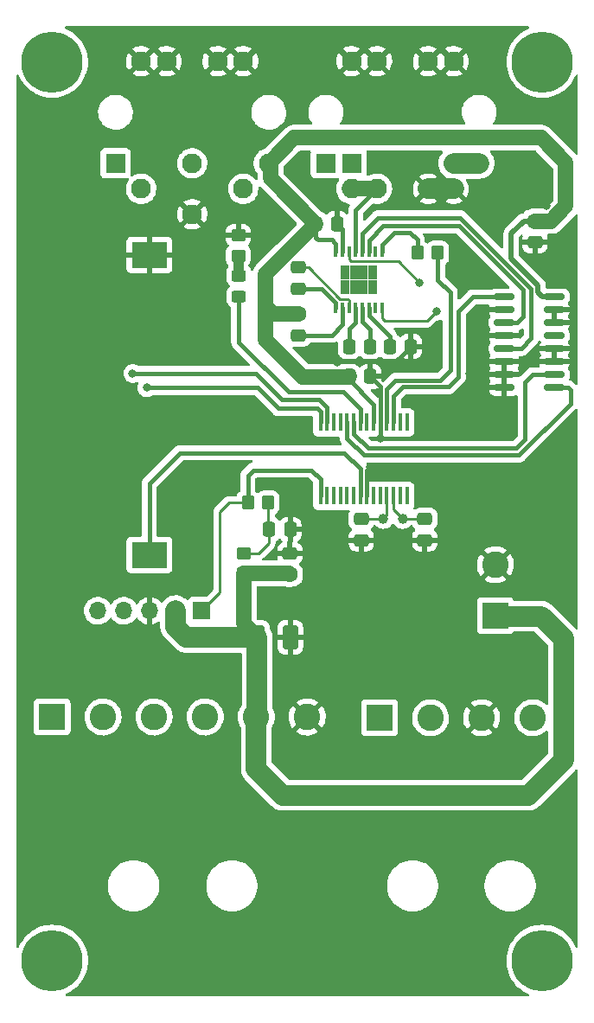
<source format=gbr>
%TF.GenerationSoftware,KiCad,Pcbnew,6.0.10-86aedd382b~118~ubuntu20.04.1*%
%TF.CreationDate,2023-03-12T18:50:45-04:00*%
%TF.ProjectId,coco_serial_rtc,636f636f-5f73-4657-9269-616c5f727463,1.0.0*%
%TF.SameCoordinates,Original*%
%TF.FileFunction,Copper,L1,Top*%
%TF.FilePolarity,Positive*%
%FSLAX46Y46*%
G04 Gerber Fmt 4.6, Leading zero omitted, Abs format (unit mm)*
G04 Created by KiCad (PCBNEW 6.0.10-86aedd382b~118~ubuntu20.04.1) date 2023-03-12 18:50:45*
%MOMM*%
%LPD*%
G01*
G04 APERTURE LIST*
G04 Aperture macros list*
%AMRoundRect*
0 Rectangle with rounded corners*
0 $1 Rounding radius*
0 $2 $3 $4 $5 $6 $7 $8 $9 X,Y pos of 4 corners*
0 Add a 4 corners polygon primitive as box body*
4,1,4,$2,$3,$4,$5,$6,$7,$8,$9,$2,$3,0*
0 Add four circle primitives for the rounded corners*
1,1,$1+$1,$2,$3*
1,1,$1+$1,$4,$5*
1,1,$1+$1,$6,$7*
1,1,$1+$1,$8,$9*
0 Add four rect primitives between the rounded corners*
20,1,$1+$1,$2,$3,$4,$5,0*
20,1,$1+$1,$4,$5,$6,$7,0*
20,1,$1+$1,$6,$7,$8,$9,0*
20,1,$1+$1,$8,$9,$2,$3,0*%
G04 Aperture macros list end*
%TA.AperFunction,ComponentPad*%
%ADD10C,1.950000*%
%TD*%
%TA.AperFunction,ComponentPad*%
%ADD11R,1.950000X1.950000*%
%TD*%
%TA.AperFunction,ComponentPad*%
%ADD12C,6.000000*%
%TD*%
%TA.AperFunction,ComponentPad*%
%ADD13R,2.600000X2.600000*%
%TD*%
%TA.AperFunction,ComponentPad*%
%ADD14C,2.600000*%
%TD*%
%TA.AperFunction,SMDPad,CuDef*%
%ADD15RoundRect,0.250001X-0.499999X-0.924999X0.499999X-0.924999X0.499999X0.924999X-0.499999X0.924999X0*%
%TD*%
%TA.AperFunction,SMDPad,CuDef*%
%ADD16RoundRect,0.250000X-0.337500X-0.475000X0.337500X-0.475000X0.337500X0.475000X-0.337500X0.475000X0*%
%TD*%
%TA.AperFunction,SMDPad,CuDef*%
%ADD17RoundRect,0.250000X0.475000X-0.337500X0.475000X0.337500X-0.475000X0.337500X-0.475000X-0.337500X0*%
%TD*%
%TA.AperFunction,ComponentPad*%
%ADD18R,1.700000X1.700000*%
%TD*%
%TA.AperFunction,ComponentPad*%
%ADD19O,1.700000X1.700000*%
%TD*%
%TA.AperFunction,SMDPad,CuDef*%
%ADD20R,3.510000X2.540000*%
%TD*%
%TA.AperFunction,SMDPad,CuDef*%
%ADD21RoundRect,0.250000X-0.350000X-0.450000X0.350000X-0.450000X0.350000X0.450000X-0.350000X0.450000X0*%
%TD*%
%TA.AperFunction,SMDPad,CuDef*%
%ADD22RoundRect,0.250000X0.337500X0.475000X-0.337500X0.475000X-0.337500X-0.475000X0.337500X-0.475000X0*%
%TD*%
%TA.AperFunction,SMDPad,CuDef*%
%ADD23RoundRect,0.150000X-0.825000X-0.150000X0.825000X-0.150000X0.825000X0.150000X-0.825000X0.150000X0*%
%TD*%
%TA.AperFunction,SMDPad,CuDef*%
%ADD24RoundRect,0.250000X-0.475000X0.337500X-0.475000X-0.337500X0.475000X-0.337500X0.475000X0.337500X0*%
%TD*%
%TA.AperFunction,SMDPad,CuDef*%
%ADD25RoundRect,0.250000X0.350000X0.450000X-0.350000X0.450000X-0.350000X-0.450000X0.350000X-0.450000X0*%
%TD*%
%TA.AperFunction,SMDPad,CuDef*%
%ADD26R,0.450000X1.750000*%
%TD*%
%TA.AperFunction,SMDPad,CuDef*%
%ADD27R,0.450000X1.050000*%
%TD*%
%TA.AperFunction,SMDPad,CuDef*%
%ADD28R,0.895000X1.470000*%
%TD*%
%TA.AperFunction,SMDPad,CuDef*%
%ADD29RoundRect,0.250000X-0.450000X0.325000X-0.450000X-0.325000X0.450000X-0.325000X0.450000X0.325000X0*%
%TD*%
%TA.AperFunction,ComponentPad*%
%ADD30C,1.000000*%
%TD*%
%TA.AperFunction,SMDPad,CuDef*%
%ADD31RoundRect,0.250000X0.450000X-0.350000X0.450000X0.350000X-0.450000X0.350000X-0.450000X-0.350000X0*%
%TD*%
%TA.AperFunction,SMDPad,CuDef*%
%ADD32RoundRect,0.250000X-0.450000X0.350000X-0.450000X-0.350000X0.450000X-0.350000X0.450000X0.350000X0*%
%TD*%
%TA.AperFunction,ViaPad*%
%ADD33C,0.800000*%
%TD*%
%TA.AperFunction,Conductor*%
%ADD34C,2.000000*%
%TD*%
%TA.AperFunction,Conductor*%
%ADD35C,1.500000*%
%TD*%
%TA.AperFunction,Conductor*%
%ADD36C,0.450000*%
%TD*%
%TA.AperFunction,Conductor*%
%ADD37C,0.500000*%
%TD*%
%TA.AperFunction,Conductor*%
%ADD38C,0.250000*%
%TD*%
%TA.AperFunction,Conductor*%
%ADD39C,1.000000*%
%TD*%
G04 APERTURE END LIST*
D10*
%TO.P,J4,E2*%
%TO.N,GNDD*%
X122575000Y-54250000D03*
X125075000Y-54250000D03*
%TO.P,J4,E1*%
X132575000Y-54250000D03*
X130075000Y-54250000D03*
%TO.P,J4,6*%
X127575000Y-69250000D03*
%TO.P,J4,5*%
%TO.N,VCC*%
X135075000Y-64250000D03*
%TO.P,J4,4*%
%TO.N,Net-(J2-Pad4)*%
X132575000Y-66750000D03*
%TO.P,J4,3*%
%TO.N,Net-(J2-Pad3)*%
X127575000Y-64250000D03*
%TO.P,J4,2*%
%TO.N,Net-(J2-Pad2)*%
X122575000Y-66750000D03*
D11*
%TO.P,J4,1*%
%TO.N,Net-(J2-Pad1)*%
X120075000Y-64250000D03*
%TD*%
D12*
%TO.P,H8,1*%
%TO.N,N/C*%
X161860000Y-142325000D03*
%TD*%
%TO.P,H7,1*%
%TO.N,N/C*%
X113860000Y-142325000D03*
%TD*%
%TO.P,H6,1*%
%TO.N,N/C*%
X161860000Y-54325000D03*
%TD*%
%TO.P,H5,1*%
%TO.N,N/C*%
X113860000Y-54325000D03*
%TD*%
D13*
%TO.P,J3,1,Pin_1*%
%TO.N,/CD*%
X145920000Y-118530000D03*
D14*
%TO.P,J3,2,Pin_2*%
%TO.N,/COCO_RX*%
X150920000Y-118530000D03*
%TO.P,J3,3,Pin_3*%
%TO.N,GNDD*%
X155920000Y-118530000D03*
%TO.P,J3,4,Pin_4*%
%TO.N,/COCO_TX*%
X160920000Y-118530000D03*
%TD*%
D15*
%TO.P,C12,1*%
%TO.N,VCC*%
X133930000Y-110660000D03*
%TO.P,C12,2*%
%TO.N,GNDD*%
X137180000Y-110660000D03*
%TD*%
D16*
%TO.P,C10,1*%
%TO.N,Net-(C10-Pad1)*%
X146902500Y-82190000D03*
%TO.P,C10,2*%
%TO.N,GNDD*%
X148977500Y-82190000D03*
%TD*%
D13*
%TO.P,J6,1,Pin_1*%
%TO.N,VCC*%
X157275000Y-108560000D03*
D14*
%TO.P,J6,2,Pin_2*%
%TO.N,GNDD*%
X157275000Y-103560000D03*
%TD*%
D17*
%TO.P,C2,1*%
%TO.N,VCC*%
X137140000Y-104497500D03*
%TO.P,C2,2*%
%TO.N,GNDD*%
X137140000Y-102422500D03*
%TD*%
D18*
%TO.P,J1,1,Pin_1*%
%TO.N,/~{MCLR}*%
X128500000Y-108060000D03*
D19*
%TO.P,J1,2,Pin_2*%
%TO.N,VCC*%
X125960000Y-108060000D03*
%TO.P,J1,3,Pin_3*%
%TO.N,GNDD*%
X123420000Y-108060000D03*
%TO.P,J1,4,Pin_4*%
%TO.N,/PGD*%
X120880000Y-108060000D03*
%TO.P,J1,5,Pin_5*%
%TO.N,/PGC*%
X118340000Y-108060000D03*
%TD*%
D20*
%TO.P,BT1,1,+*%
%TO.N,Net-(BT1-Pad1)*%
X123380000Y-102590000D03*
%TO.P,BT1,2,-*%
%TO.N,GNDD*%
X123380000Y-73230000D03*
%TD*%
D21*
%TO.P,R2,1*%
%TO.N,/~{MCLR}*%
X133020000Y-97480000D03*
%TO.P,R2,2*%
%TO.N,/RESET*%
X135020000Y-97480000D03*
%TD*%
D22*
%TO.P,C1,1*%
%TO.N,GNDD*%
X145017500Y-85130000D03*
%TO.P,C1,2*%
%TO.N,VCC*%
X142942500Y-85130000D03*
%TD*%
D23*
%TO.P,U3,1,Y0*%
%TO.N,/MCU_TX*%
X158115000Y-77325000D03*
%TO.P,U3,2,Y2*%
%TO.N,GNDD*%
X158115000Y-78595000D03*
%TO.P,U3,3,Y*%
%TO.N,Net-(U2-Pad11)*%
X158115000Y-79865000D03*
%TO.P,U3,4,Y3*%
%TO.N,GNDD*%
X158115000Y-81135000D03*
%TO.P,U3,5,Y1*%
%TO.N,Net-(U2-Pad12)*%
X158115000Y-82405000D03*
%TO.P,U3,6,INH*%
%TO.N,GNDD*%
X158115000Y-83675000D03*
%TO.P,U3,7,VEE*%
X158115000Y-84945000D03*
%TO.P,U3,8,VSS*%
X158115000Y-86215000D03*
%TO.P,U3,9,B*%
%TO.N,/SELECT_B*%
X163065000Y-86215000D03*
%TO.P,U3,10,A*%
%TO.N,/SELECT_A*%
X163065000Y-84945000D03*
%TO.P,U3,11,X3*%
%TO.N,GNDD*%
X163065000Y-83675000D03*
%TO.P,U3,12,X0*%
X163065000Y-82405000D03*
%TO.P,U3,13,X*%
%TO.N,unconnected-(U3-Pad13)*%
X163065000Y-81135000D03*
%TO.P,U3,14,X1*%
%TO.N,GNDD*%
X163065000Y-79865000D03*
%TO.P,U3,15,X2*%
X163065000Y-78595000D03*
%TO.P,U3,16,VDD*%
%TO.N,VCC*%
X163065000Y-77325000D03*
%TD*%
D24*
%TO.P,C9,1*%
%TO.N,VCC*%
X137990000Y-79012500D03*
%TO.P,C9,2*%
%TO.N,Net-(C9-Pad2)*%
X137990000Y-81087500D03*
%TD*%
D25*
%TO.P,R4,1*%
%TO.N,/MCU_RX*%
X151620000Y-73030000D03*
%TO.P,R4,2*%
%TO.N,Net-(R4-Pad2)*%
X149620000Y-73030000D03*
%TD*%
D26*
%TO.P,U1,1,VPP/\u002AMCLR/RE3*%
%TO.N,/~{MCLR}*%
X140145000Y-96810000D03*
%TO.P,U1,2,SEG0/RA0*%
%TO.N,unconnected-(U1-Pad2)*%
X140795000Y-96810000D03*
%TO.P,U1,3,SEG1/RA1*%
%TO.N,unconnected-(U1-Pad3)*%
X141445000Y-96810000D03*
%TO.P,U1,4,SEG2/RA2*%
%TO.N,unconnected-(U1-Pad4)*%
X142095000Y-96810000D03*
%TO.P,U1,5,SEG3/RA3*%
%TO.N,unconnected-(U1-Pad5)*%
X142745000Y-96810000D03*
%TO.P,U1,6,COM0/SEG4/RA4*%
%TO.N,unconnected-(U1-Pad6)*%
X143395000Y-96810000D03*
%TO.P,U1,7,VBAT/RA5*%
%TO.N,Net-(BT1-Pad1)*%
X144045000Y-96810000D03*
%TO.P,U1,8,VSS*%
%TO.N,GNDD*%
X144695000Y-96810000D03*
%TO.P,U1,9,SEG7/RA7*%
%TO.N,unconnected-(U1-Pad9)*%
X145345000Y-96810000D03*
%TO.P,U1,10,SEG6/RA6*%
%TO.N,unconnected-(U1-Pad10)*%
X145995000Y-96810000D03*
%TO.P,U1,11,RC0*%
%TO.N,Net-(C4-Pad2)*%
X146645000Y-96810000D03*
%TO.P,U1,12,RC1*%
%TO.N,Net-(C5-Pad2)*%
X147295000Y-96810000D03*
%TO.P,U1,13,COM2/SEG18/RC2*%
%TO.N,unconnected-(U1-Pad13)*%
X147945000Y-96810000D03*
%TO.P,U1,14,SEG19/RC3*%
%TO.N,unconnected-(U1-Pad14)*%
X148595000Y-96810000D03*
%TO.P,U1,15,RC4/SEG20*%
%TO.N,unconnected-(U1-Pad15)*%
X148595000Y-89610000D03*
%TO.P,U1,16,VLCD3*%
%TO.N,unconnected-(U1-Pad16)*%
X147945000Y-89610000D03*
%TO.P,U1,17,RC6/VLCD2/COM5/SEG22*%
%TO.N,/MCU_TX*%
X147295000Y-89610000D03*
%TO.P,U1,18,RC7/VLCD1/COM4/SEG23*%
%TO.N,/MCU_RX*%
X146645000Y-89610000D03*
%TO.P,U1,19,VSS*%
%TO.N,GNDD*%
X145995000Y-89610000D03*
%TO.P,U1,20,VDD*%
%TO.N,VCC*%
X145345000Y-89610000D03*
%TO.P,U1,21,RB0/SEG8*%
%TO.N,unconnected-(U1-Pad21)*%
X144695000Y-89610000D03*
%TO.P,U1,22,RB1/SEG9*%
%TO.N,Net-(D1-Pad2)*%
X144045000Y-89610000D03*
%TO.P,U1,23,RB2/CFLY1/COM7/SEG10*%
%TO.N,/SELECT_A*%
X143395000Y-89610000D03*
%TO.P,U1,24,RB3/CFLY2/COM6/SEG11*%
%TO.N,/SELECT_B*%
X142745000Y-89610000D03*
%TO.P,U1,25,RB4/COM0*%
%TO.N,unconnected-(U1-Pad25)*%
X142095000Y-89610000D03*
%TO.P,U1,26,RB5/COM1/SEG13*%
%TO.N,unconnected-(U1-Pad26)*%
X141445000Y-89610000D03*
%TO.P,U1,27,RB6/ICSPCLK/SEG14*%
%TO.N,/PGC*%
X140795000Y-89610000D03*
%TO.P,U1,28,RB7/ICSPDAT/SEG15*%
%TO.N,/PGD*%
X140145000Y-89610000D03*
%TD*%
D27*
%TO.P,U2,1,C1+*%
%TO.N,Net-(C6-Pad1)*%
X141635000Y-78435000D03*
%TO.P,U2,2,VS+*%
%TO.N,Net-(C9-Pad2)*%
X142285000Y-78435000D03*
%TO.P,U2,3,C1-*%
%TO.N,Net-(C6-Pad2)*%
X142935000Y-78435000D03*
%TO.P,U2,4,C2+*%
%TO.N,Net-(C8-Pad1)*%
X143585000Y-78435000D03*
%TO.P,U2,5,C2-*%
%TO.N,Net-(C8-Pad2)*%
X144235000Y-78435000D03*
%TO.P,U2,6,VS-*%
%TO.N,Net-(C10-Pad1)*%
X144885000Y-78435000D03*
%TO.P,U2,7,T2OUT*%
%TO.N,unconnected-(U2-Pad7)*%
X145535000Y-78435000D03*
%TO.P,U2,8,R2IN*%
%TO.N,/COCO_TX*%
X146185000Y-78435000D03*
%TO.P,U2,9,R2OUT*%
%TO.N,Net-(R4-Pad2)*%
X146185000Y-72885000D03*
%TO.P,U2,10,T2IN*%
%TO.N,unconnected-(U2-Pad10)*%
X145535000Y-72885000D03*
%TO.P,U2,11,T1IN*%
%TO.N,Net-(U2-Pad11)*%
X144885000Y-72885000D03*
%TO.P,U2,12,R1OUT*%
%TO.N,Net-(U2-Pad12)*%
X144235000Y-72885000D03*
%TO.P,U2,13,R1IN*%
%TO.N,/DCE_TX*%
X143585000Y-72885000D03*
%TO.P,U2,14,T1OUT*%
%TO.N,/COCO_RX*%
X142935000Y-72885000D03*
%TO.P,U2,15,GND*%
%TO.N,GNDD*%
X142285000Y-72885000D03*
%TO.P,U2,16,VCC*%
%TO.N,VCC*%
X141635000Y-72885000D03*
D28*
%TO.P,U2,17*%
%TO.N,N/C*%
X142567500Y-76395000D03*
X144357500Y-76395000D03*
X143462500Y-76395000D03*
X144357500Y-74925000D03*
X145252500Y-74925000D03*
X142567500Y-74925000D03*
X143462500Y-74925000D03*
X145252500Y-76395000D03*
%TD*%
D16*
%TO.P,C8,1*%
%TO.N,Net-(C8-Pad1)*%
X142942500Y-82190000D03*
%TO.P,C8,2*%
%TO.N,Net-(C8-Pad2)*%
X145017500Y-82190000D03*
%TD*%
%TO.P,C3,1*%
%TO.N,/RESET*%
X135102500Y-100110000D03*
%TO.P,C3,2*%
%TO.N,GNDD*%
X137177500Y-100110000D03*
%TD*%
D29*
%TO.P,D1,1,K*%
%TO.N,Net-(D1-Pad1)*%
X132135000Y-75235000D03*
%TO.P,D1,2,A*%
%TO.N,Net-(D1-Pad2)*%
X132135000Y-77285000D03*
%TD*%
D10*
%TO.P,J5,E2*%
%TO.N,GNDD*%
X143175000Y-54250000D03*
X145675000Y-54250000D03*
%TO.P,J5,E1*%
X153175000Y-54250000D03*
X150675000Y-54250000D03*
%TO.P,J5,4*%
%TO.N,/COCO_TX*%
X153175000Y-64250000D03*
X155675000Y-64250000D03*
%TO.P,J5,3*%
%TO.N,GNDD*%
X150675000Y-66750000D03*
X153175000Y-66750000D03*
%TO.P,J5,2*%
%TO.N,/DCE_TX*%
X143175000Y-66750000D03*
X145675000Y-66750000D03*
D11*
%TO.P,J5,1*%
%TO.N,/CD*%
X143175000Y-64250000D03*
X140675000Y-64250000D03*
%TD*%
D13*
%TO.P,J2,1,Pin_1*%
%TO.N,Net-(J2-Pad1)*%
X113851000Y-118465000D03*
D14*
%TO.P,J2,2,Pin_2*%
%TO.N,Net-(J2-Pad2)*%
X118851000Y-118465000D03*
%TO.P,J2,3,Pin_3*%
%TO.N,Net-(J2-Pad3)*%
X123851000Y-118465000D03*
%TO.P,J2,4,Pin_4*%
%TO.N,Net-(J2-Pad4)*%
X128851000Y-118465000D03*
%TO.P,J2,5,Pin_5*%
%TO.N,VCC*%
X133851000Y-118465000D03*
%TO.P,J2,6,Pin_6*%
%TO.N,GNDD*%
X138851000Y-118465000D03*
%TD*%
D30*
%TO.P,Y1,1,1*%
%TO.N,Net-(C4-Pad2)*%
X146290000Y-99030000D03*
%TO.P,Y1,2,2*%
%TO.N,Net-(C5-Pad2)*%
X148190000Y-99030000D03*
%TD*%
D22*
%TO.P,C7,1*%
%TO.N,GNDD*%
X141737500Y-70180000D03*
%TO.P,C7,2*%
%TO.N,VCC*%
X139662500Y-70180000D03*
%TD*%
D31*
%TO.P,R1,1*%
%TO.N,Net-(D1-Pad1)*%
X132090000Y-73290000D03*
%TO.P,R1,2*%
%TO.N,GNDD*%
X132090000Y-71290000D03*
%TD*%
D32*
%TO.P,R3,1*%
%TO.N,/RESET*%
X132610000Y-102430000D03*
%TO.P,R3,2*%
%TO.N,VCC*%
X132610000Y-104430000D03*
%TD*%
D17*
%TO.P,C4,1*%
%TO.N,GNDD*%
X144140000Y-101147500D03*
%TO.P,C4,2*%
%TO.N,Net-(C4-Pad2)*%
X144140000Y-99072500D03*
%TD*%
%TO.P,C11,1*%
%TO.N,GNDD*%
X161140000Y-71977500D03*
%TO.P,C11,2*%
%TO.N,VCC*%
X161140000Y-69902500D03*
%TD*%
%TO.P,C6,1*%
%TO.N,Net-(C6-Pad1)*%
X137990000Y-76537500D03*
%TO.P,C6,2*%
%TO.N,Net-(C6-Pad2)*%
X137990000Y-74462500D03*
%TD*%
%TO.P,C5,1*%
%TO.N,GNDD*%
X150340000Y-101147500D03*
%TO.P,C5,2*%
%TO.N,Net-(C5-Pad2)*%
X150340000Y-99072500D03*
%TD*%
D33*
%TO.N,GNDD*%
X162300000Y-68420000D03*
X157920000Y-90140000D03*
X151940000Y-90300000D03*
X156440000Y-75520000D03*
X157170000Y-70200000D03*
X131540000Y-88410000D03*
X140690000Y-67840000D03*
X145030000Y-93960000D03*
X118300000Y-71030000D03*
X145995000Y-91175000D03*
X155220000Y-74140000D03*
X129660000Y-94750000D03*
X163040000Y-94160000D03*
X155780000Y-83510000D03*
X138250000Y-64500000D03*
X163620000Y-74540000D03*
X138150000Y-66020000D03*
X141770000Y-83730000D03*
X155590000Y-88230000D03*
X157230000Y-95790000D03*
X154750000Y-84820000D03*
X149500000Y-84230000D03*
X161700000Y-74050000D03*
%TO.N,/PGD*%
X123120000Y-86220000D03*
%TO.N,/PGC*%
X121745000Y-84830000D03*
%TO.N,/COCO_RX*%
X149840000Y-75930000D03*
%TO.N,/COCO_TX*%
X151530000Y-78740000D03*
%TD*%
D34*
%TO.N,/COCO_TX*%
X153175000Y-64250000D02*
X155675000Y-64250000D01*
%TO.N,GNDD*%
X150675000Y-66750000D02*
X153175000Y-66750000D01*
D35*
%TO.N,/DCE_TX*%
X143000000Y-66750000D02*
X145675000Y-66750000D01*
D36*
X145675000Y-66750000D02*
X143585000Y-68840000D01*
X143585000Y-68840000D02*
X143585000Y-72885000D01*
D35*
%TO.N,VCC*%
X139662500Y-70180000D02*
X139662500Y-70162500D01*
X161730000Y-61750000D02*
X164170000Y-64190000D01*
X164170000Y-64190000D02*
X164170000Y-68459189D01*
X139662500Y-70162500D02*
X135250000Y-65750000D01*
X135250000Y-65750000D02*
X135250000Y-64075000D01*
X135250000Y-64075000D02*
X137575000Y-61750000D01*
X164170000Y-68459189D02*
X162726689Y-69902500D01*
X137575000Y-61750000D02*
X161730000Y-61750000D01*
X162726689Y-69902500D02*
X161140000Y-69902500D01*
X142882500Y-85190000D02*
X142942500Y-85130000D01*
X134770000Y-78270000D02*
X134770000Y-75072500D01*
D37*
X161865000Y-77325000D02*
X161455000Y-76915000D01*
X161455000Y-76915000D02*
X161455000Y-76241168D01*
D34*
X133851000Y-123521000D02*
X133851000Y-118465000D01*
X157275000Y-108560000D02*
X157315000Y-108600000D01*
D35*
X132610000Y-104430000D02*
X137072500Y-104430000D01*
D34*
X163930000Y-110790000D02*
X163930000Y-122700000D01*
D36*
X139662500Y-71512500D02*
X139662500Y-70180000D01*
X139890000Y-71740000D02*
X139662500Y-71512500D01*
D34*
X127000000Y-110660000D02*
X133930000Y-110660000D01*
X125960000Y-109620000D02*
X127000000Y-110660000D01*
D35*
X132610000Y-109340000D02*
X133930000Y-110660000D01*
D37*
X163065000Y-77325000D02*
X161865000Y-77325000D01*
D35*
X137990000Y-79012500D02*
X135512500Y-79012500D01*
D34*
X136450000Y-126120000D02*
X133851000Y-123521000D01*
X160510000Y-126120000D02*
X136450000Y-126120000D01*
D37*
X161455000Y-76241168D02*
X158830000Y-73616168D01*
D35*
X134770000Y-81530000D02*
X138430000Y-85190000D01*
D36*
X141635000Y-72885000D02*
X141635000Y-72140000D01*
D34*
X163930000Y-122700000D02*
X160510000Y-126120000D01*
X125960000Y-108060000D02*
X125960000Y-109620000D01*
D35*
X134770000Y-75072500D02*
X139662500Y-70180000D01*
D37*
X158830000Y-71100000D02*
X160027500Y-69902500D01*
D35*
X138430000Y-85190000D02*
X142882500Y-85190000D01*
D34*
X161740000Y-108600000D02*
X163930000Y-110790000D01*
D36*
X141235000Y-71740000D02*
X139890000Y-71740000D01*
D34*
X157315000Y-108600000D02*
X161740000Y-108600000D01*
D36*
X145345000Y-87855000D02*
X142942500Y-85452500D01*
X142942500Y-85452500D02*
X142942500Y-85130000D01*
X145345000Y-89610000D02*
X145345000Y-87855000D01*
D34*
X133930000Y-110660000D02*
X133930000Y-118386000D01*
D37*
X158830000Y-73616168D02*
X158830000Y-71100000D01*
D35*
X132610000Y-104430000D02*
X132610000Y-109340000D01*
D36*
X141635000Y-72140000D02*
X141235000Y-71740000D01*
D35*
X137072500Y-104430000D02*
X137140000Y-104497500D01*
X135512500Y-79012500D02*
X134770000Y-78270000D01*
D34*
X133930000Y-118386000D02*
X133851000Y-118465000D01*
D37*
X160027500Y-69902500D02*
X161140000Y-69902500D01*
D35*
X134770000Y-78270000D02*
X134770000Y-81530000D01*
D36*
%TO.N,GNDD*%
X145995000Y-86107500D02*
X145017500Y-85130000D01*
X144695000Y-94295000D02*
X145030000Y-93960000D01*
X145995000Y-91175000D02*
X145995000Y-89610000D01*
X142285000Y-70727500D02*
X141737500Y-70180000D01*
X142285000Y-72885000D02*
X142285000Y-70727500D01*
X144695000Y-96810000D02*
X144695000Y-94295000D01*
X145017500Y-85130000D02*
X146037500Y-85130000D01*
X146037500Y-85130000D02*
X148977500Y-82190000D01*
X145995000Y-89610000D02*
X145995000Y-86107500D01*
%TO.N,Net-(BT1-Pad1)*%
X142490000Y-92590000D02*
X126360000Y-92590000D01*
X126360000Y-92590000D02*
X123380000Y-95570000D01*
X123380000Y-95570000D02*
X123380000Y-102590000D01*
X144045000Y-96810000D02*
X144045000Y-94145000D01*
X144045000Y-94145000D02*
X142490000Y-92590000D01*
D38*
%TO.N,/RESET*%
X135020000Y-100027500D02*
X135102500Y-100110000D01*
X135102500Y-101417500D02*
X134090000Y-102430000D01*
X135020000Y-97480000D02*
X135020000Y-100027500D01*
X134090000Y-102430000D02*
X132610000Y-102430000D01*
X135102500Y-100110000D02*
X135102500Y-101417500D01*
%TO.N,Net-(C4-Pad2)*%
X144182500Y-99030000D02*
X144140000Y-99072500D01*
X146645000Y-98675000D02*
X146290000Y-99030000D01*
X146645000Y-96810000D02*
X146645000Y-98675000D01*
X146290000Y-99030000D02*
X144182500Y-99030000D01*
%TO.N,Net-(C5-Pad2)*%
X147295000Y-96810000D02*
X147295000Y-98135000D01*
X147295000Y-98135000D02*
X148190000Y-99030000D01*
X150297500Y-99030000D02*
X150340000Y-99072500D01*
X148190000Y-99030000D02*
X150297500Y-99030000D01*
D36*
%TO.N,Net-(C6-Pad1)*%
X141635000Y-78435000D02*
X141635000Y-77922818D01*
X141635000Y-77922818D02*
X140249682Y-76537500D01*
X140249682Y-76537500D02*
X137990000Y-76537500D01*
D38*
%TO.N,Net-(C6-Pad2)*%
X142030000Y-77540000D02*
X138952500Y-74462500D01*
X142815000Y-77540000D02*
X142030000Y-77540000D01*
X138952500Y-74462500D02*
X137990000Y-74462500D01*
X142935000Y-78435000D02*
X142935000Y-77660000D01*
X142935000Y-77660000D02*
X142815000Y-77540000D01*
D36*
%TO.N,Net-(C8-Pad1)*%
X142942500Y-80447500D02*
X142942500Y-82190000D01*
X143585000Y-78435000D02*
X143585000Y-79805000D01*
X143585000Y-79805000D02*
X142942500Y-80447500D01*
%TO.N,Net-(C8-Pad2)*%
X145017500Y-80507500D02*
X145017500Y-82190000D01*
X144235000Y-78435000D02*
X144235000Y-79725000D01*
X144235000Y-79725000D02*
X145017500Y-80507500D01*
%TO.N,Net-(C9-Pad2)*%
X142285000Y-80055000D02*
X141252500Y-81087500D01*
X142285000Y-78435000D02*
X142285000Y-80055000D01*
X141252500Y-81087500D02*
X137990000Y-81087500D01*
%TO.N,Net-(C10-Pad1)*%
X144885000Y-78435000D02*
X144885000Y-79145000D01*
X144885000Y-79145000D02*
X146902500Y-81162500D01*
X146902500Y-81162500D02*
X146902500Y-82190000D01*
D39*
%TO.N,Net-(D1-Pad1)*%
X132090000Y-73290000D02*
X132090000Y-75190000D01*
X132090000Y-75190000D02*
X132135000Y-75235000D01*
D36*
%TO.N,Net-(D1-Pad2)*%
X144045000Y-88310000D02*
X142395000Y-86660000D01*
X144045000Y-89610000D02*
X144045000Y-88310000D01*
X142395000Y-86660000D02*
X137030000Y-86660000D01*
X132135000Y-81765000D02*
X132135000Y-77285000D01*
X137030000Y-86660000D02*
X132135000Y-81765000D01*
D38*
%TO.N,/~{MCLR}*%
X128500000Y-108060000D02*
X130280000Y-106280000D01*
D36*
X140145000Y-95195000D02*
X139240000Y-94290000D01*
D38*
X131190000Y-97480000D02*
X133020000Y-97480000D01*
X130280000Y-106280000D02*
X130280000Y-98390000D01*
D36*
X139240000Y-94290000D02*
X133570000Y-94290000D01*
D38*
X130280000Y-98390000D02*
X131190000Y-97480000D01*
D36*
X133020000Y-94840000D02*
X133020000Y-97480000D01*
X140145000Y-96810000D02*
X140145000Y-95195000D01*
X133570000Y-94290000D02*
X133020000Y-94840000D01*
%TO.N,/PGD*%
X139830000Y-88270000D02*
X140145000Y-88585000D01*
X140145000Y-88585000D02*
X140145000Y-89610000D01*
X123120000Y-86220000D02*
X133960000Y-86220000D01*
X133960000Y-86220000D02*
X136010000Y-88270000D01*
X136010000Y-88270000D02*
X139830000Y-88270000D01*
%TO.N,/PGC*%
X121745000Y-84830000D02*
X133820000Y-84830000D01*
X133820000Y-84830000D02*
X136360000Y-87370000D01*
X140010000Y-87370000D02*
X140795000Y-88155000D01*
X136360000Y-87370000D02*
X140010000Y-87370000D01*
X140795000Y-88155000D02*
X140795000Y-89610000D01*
D38*
%TO.N,/COCO_RX*%
X142935000Y-73660000D02*
X142935000Y-72885000D01*
X143140000Y-73865000D02*
X142935000Y-73660000D01*
X149840000Y-75930000D02*
X147775000Y-73865000D01*
X147775000Y-73865000D02*
X143140000Y-73865000D01*
%TO.N,/COCO_TX*%
X146440000Y-79710000D02*
X150560000Y-79710000D01*
X146185000Y-79455000D02*
X146440000Y-79710000D01*
X150560000Y-79710000D02*
X151530000Y-78740000D01*
X146185000Y-78435000D02*
X146185000Y-79455000D01*
D36*
%TO.N,/MCU_RX*%
X151870000Y-85500000D02*
X152840000Y-84530000D01*
X151620000Y-75660000D02*
X151620000Y-73030000D01*
X147490000Y-85500000D02*
X151870000Y-85500000D01*
X146645000Y-86345000D02*
X147490000Y-85500000D01*
X152840000Y-76880000D02*
X151620000Y-75660000D01*
X146645000Y-89610000D02*
X146645000Y-86345000D01*
X152840000Y-84530000D02*
X152840000Y-76880000D01*
%TO.N,Net-(R4-Pad2)*%
X148880000Y-71020000D02*
X149620000Y-71760000D01*
X147370000Y-71020000D02*
X148880000Y-71020000D01*
X146185000Y-72885000D02*
X146185000Y-72205000D01*
X146185000Y-72205000D02*
X147370000Y-71020000D01*
X149620000Y-71760000D02*
X149620000Y-73030000D01*
%TO.N,/MCU_TX*%
X147295000Y-89610000D02*
X147295000Y-87025000D01*
X153635000Y-85205000D02*
X153635000Y-78745000D01*
X152690000Y-86150000D02*
X153635000Y-85205000D01*
X148170000Y-86150000D02*
X152690000Y-86150000D01*
X153635000Y-78745000D02*
X155055000Y-77325000D01*
X147295000Y-87025000D02*
X148170000Y-86150000D01*
X155055000Y-77325000D02*
X158115000Y-77325000D01*
%TO.N,/SELECT_A*%
X143395000Y-89610000D02*
X143395000Y-90765000D01*
X160170000Y-85690000D02*
X160915000Y-84945000D01*
X143395000Y-90765000D02*
X144790000Y-92160000D01*
X160915000Y-84945000D02*
X163065000Y-84945000D01*
X144790000Y-92160000D02*
X159320000Y-92160000D01*
X160170000Y-91310000D02*
X160170000Y-85690000D01*
X159320000Y-92160000D02*
X160170000Y-91310000D01*
%TO.N,/SELECT_B*%
X142745000Y-89610000D02*
X142745000Y-91165000D01*
X144390000Y-92810000D02*
X159589239Y-92810000D01*
X164620000Y-87779238D02*
X164620000Y-86470000D01*
X159589239Y-92810000D02*
X164620000Y-87779238D01*
X164620000Y-86470000D02*
X164365000Y-86215000D01*
X142745000Y-91165000D02*
X144390000Y-92810000D01*
X164365000Y-86215000D02*
X163065000Y-86215000D01*
%TO.N,Net-(U2-Pad11)*%
X160000000Y-79260000D02*
X159390000Y-79870000D01*
X153710000Y-70370000D02*
X160000000Y-76660000D01*
X160000000Y-76660000D02*
X160000000Y-79260000D01*
X144885000Y-71785000D02*
X146300000Y-70370000D01*
X159390000Y-79870000D02*
X158120000Y-79870000D01*
X144885000Y-72885000D02*
X144885000Y-71785000D01*
X146300000Y-70370000D02*
X153710000Y-70370000D01*
X158120000Y-79870000D02*
X158115000Y-79865000D01*
%TO.N,Net-(U2-Pad12)*%
X145790000Y-69570000D02*
X153829238Y-69570000D01*
X160780000Y-76520762D02*
X160780000Y-81400000D01*
X144235000Y-72885000D02*
X144235000Y-71125000D01*
X159775000Y-82405000D02*
X158115000Y-82405000D01*
X160780000Y-81400000D02*
X159775000Y-82405000D01*
X153829238Y-69570000D02*
X160780000Y-76520762D01*
X144235000Y-71125000D02*
X145790000Y-69570000D01*
%TD*%
%TA.AperFunction,Conductor*%
%TO.N,GNDD*%
G36*
X160553738Y-50853502D02*
G01*
X160600231Y-50907158D01*
X160610335Y-50977432D01*
X160580841Y-51042012D01*
X160530771Y-51077131D01*
X160431006Y-51115427D01*
X160428066Y-51116925D01*
X160106284Y-51280881D01*
X160106277Y-51280885D01*
X160103343Y-51282380D01*
X159794925Y-51482668D01*
X159509133Y-51714098D01*
X159249098Y-51974133D01*
X159017668Y-52259925D01*
X158817380Y-52568343D01*
X158650427Y-52896006D01*
X158518639Y-53239326D01*
X158423459Y-53594541D01*
X158422943Y-53597802D01*
X158370061Y-53931684D01*
X158365931Y-53957759D01*
X158346685Y-54325000D01*
X158365931Y-54692241D01*
X158423459Y-55055459D01*
X158518639Y-55410674D01*
X158650427Y-55753994D01*
X158817380Y-56081657D01*
X159017668Y-56390075D01*
X159249098Y-56675867D01*
X159509133Y-56935902D01*
X159794925Y-57167332D01*
X160103342Y-57367620D01*
X160106276Y-57369115D01*
X160106283Y-57369119D01*
X160428066Y-57533075D01*
X160431006Y-57534573D01*
X160774326Y-57666361D01*
X161129541Y-57761541D01*
X161322558Y-57792112D01*
X161489511Y-57818555D01*
X161489519Y-57818556D01*
X161492759Y-57819069D01*
X161860000Y-57838315D01*
X162227241Y-57819069D01*
X162230481Y-57818556D01*
X162230489Y-57818555D01*
X162397442Y-57792112D01*
X162590459Y-57761541D01*
X162945674Y-57666361D01*
X163288994Y-57534573D01*
X163291934Y-57533075D01*
X163613717Y-57369119D01*
X163613724Y-57369115D01*
X163616658Y-57367620D01*
X163925075Y-57167332D01*
X164210867Y-56935902D01*
X164470902Y-56675867D01*
X164702332Y-56390075D01*
X164902620Y-56081657D01*
X165069573Y-55753994D01*
X165107869Y-55654229D01*
X165150955Y-55597801D01*
X165217708Y-55573624D01*
X165286935Y-55589375D01*
X165336657Y-55640053D01*
X165351500Y-55699383D01*
X165351500Y-63286937D01*
X165331498Y-63355058D01*
X165277842Y-63401551D01*
X165207568Y-63411655D01*
X165142988Y-63382161D01*
X165130118Y-63369268D01*
X165129807Y-63368907D01*
X165126529Y-63364346D01*
X165122500Y-63360442D01*
X165122496Y-63360437D01*
X165049746Y-63289938D01*
X165048336Y-63288549D01*
X162684525Y-60924737D01*
X162673657Y-60912346D01*
X162663533Y-60899152D01*
X162660123Y-60894708D01*
X162599826Y-60839842D01*
X162595531Y-60835743D01*
X162579590Y-60819802D01*
X162577440Y-60818004D01*
X162559577Y-60803068D01*
X162555602Y-60799600D01*
X162498112Y-60747288D01*
X162498103Y-60747281D01*
X162493964Y-60743515D01*
X162478773Y-60733986D01*
X162464907Y-60723911D01*
X162455451Y-60716004D01*
X162455441Y-60715997D01*
X162451146Y-60712406D01*
X162378752Y-60671113D01*
X162374232Y-60668408D01*
X162369841Y-60665653D01*
X162338900Y-60646244D01*
X162308404Y-60627114D01*
X162308401Y-60627112D01*
X162303656Y-60624136D01*
X162298451Y-60622043D01*
X162298448Y-60622042D01*
X162287021Y-60617448D01*
X162271589Y-60609988D01*
X162260881Y-60603880D01*
X162260872Y-60603876D01*
X162256007Y-60601101D01*
X162250730Y-60599232D01*
X162250725Y-60599230D01*
X162177458Y-60573285D01*
X162172522Y-60571420D01*
X162100416Y-60542434D01*
X162095217Y-60540344D01*
X162089730Y-60539208D01*
X162089728Y-60539207D01*
X162077651Y-60536706D01*
X162061156Y-60532101D01*
X162044241Y-60526111D01*
X161961990Y-60512641D01*
X161956820Y-60511683D01*
X161889971Y-60497839D01*
X161879758Y-60495724D01*
X161879757Y-60495724D01*
X161875233Y-60494787D01*
X161870621Y-60494521D01*
X161870620Y-60494521D01*
X161847452Y-60493185D01*
X161834347Y-60491738D01*
X161828090Y-60490714D01*
X161828086Y-60490714D01*
X161822543Y-60489806D01*
X161816930Y-60489894D01*
X161816928Y-60489894D01*
X161715736Y-60491484D01*
X161713757Y-60491500D01*
X157136848Y-60491500D01*
X157068727Y-60471498D01*
X157022234Y-60417842D01*
X157012130Y-60347568D01*
X157031718Y-60296048D01*
X157169595Y-60087342D01*
X157172233Y-60083349D01*
X157244532Y-59926522D01*
X157279053Y-59851640D01*
X157279054Y-59851637D01*
X157281059Y-59847288D01*
X157352926Y-59597482D01*
X157386180Y-59339679D01*
X157380056Y-59079813D01*
X157334694Y-58823863D01*
X157251140Y-58577719D01*
X157131315Y-58347046D01*
X157026642Y-58203766D01*
X156980800Y-58141017D01*
X156980799Y-58141016D01*
X156977977Y-58137153D01*
X156886316Y-58045010D01*
X156798029Y-57956259D01*
X156798024Y-57956255D01*
X156794655Y-57952868D01*
X156585566Y-57798433D01*
X156355524Y-57677402D01*
X156351005Y-57675841D01*
X156350999Y-57675839D01*
X156114339Y-57594120D01*
X156114338Y-57594120D01*
X156109821Y-57592560D01*
X155854112Y-57545859D01*
X155770939Y-57541500D01*
X155608901Y-57541500D01*
X155606522Y-57541681D01*
X155606521Y-57541681D01*
X155420577Y-57555825D01*
X155420572Y-57555826D01*
X155415810Y-57556188D01*
X155411156Y-57557267D01*
X155411154Y-57557267D01*
X155262595Y-57591701D01*
X155162585Y-57614882D01*
X154921152Y-57711205D01*
X154697066Y-57842938D01*
X154495485Y-58007051D01*
X154321047Y-58199767D01*
X154177767Y-58416651D01*
X154175766Y-58420991D01*
X154175764Y-58420995D01*
X154103513Y-58577719D01*
X154068941Y-58652712D01*
X153997074Y-58902518D01*
X153963820Y-59160321D01*
X153969944Y-59420187D01*
X154015306Y-59676137D01*
X154098860Y-59922281D01*
X154218685Y-60152954D01*
X154221500Y-60156808D01*
X154221503Y-60156812D01*
X154319661Y-60291172D01*
X154343694Y-60357977D01*
X154327795Y-60427170D01*
X154277011Y-60476784D01*
X154217919Y-60491500D01*
X142136848Y-60491500D01*
X142068727Y-60471498D01*
X142022234Y-60417842D01*
X142012130Y-60347568D01*
X142031718Y-60296048D01*
X142169595Y-60087342D01*
X142172233Y-60083349D01*
X142244532Y-59926522D01*
X142279053Y-59851640D01*
X142279054Y-59851637D01*
X142281059Y-59847288D01*
X142352926Y-59597482D01*
X142386180Y-59339679D01*
X142380056Y-59079813D01*
X142334694Y-58823863D01*
X142251140Y-58577719D01*
X142131315Y-58347046D01*
X142026642Y-58203766D01*
X141980800Y-58141017D01*
X141980799Y-58141016D01*
X141977977Y-58137153D01*
X141886316Y-58045010D01*
X141798029Y-57956259D01*
X141798024Y-57956255D01*
X141794655Y-57952868D01*
X141585566Y-57798433D01*
X141355524Y-57677402D01*
X141351005Y-57675841D01*
X141350999Y-57675839D01*
X141114339Y-57594120D01*
X141114338Y-57594120D01*
X141109821Y-57592560D01*
X140854112Y-57545859D01*
X140770939Y-57541500D01*
X140608901Y-57541500D01*
X140606522Y-57541681D01*
X140606521Y-57541681D01*
X140420577Y-57555825D01*
X140420572Y-57555826D01*
X140415810Y-57556188D01*
X140411156Y-57557267D01*
X140411154Y-57557267D01*
X140262595Y-57591701D01*
X140162585Y-57614882D01*
X139921152Y-57711205D01*
X139697066Y-57842938D01*
X139495485Y-58007051D01*
X139321047Y-58199767D01*
X139177767Y-58416651D01*
X139175766Y-58420991D01*
X139175764Y-58420995D01*
X139103513Y-58577719D01*
X139068941Y-58652712D01*
X138997074Y-58902518D01*
X138963820Y-59160321D01*
X138969944Y-59420187D01*
X139015306Y-59676137D01*
X139098860Y-59922281D01*
X139218685Y-60152954D01*
X139221500Y-60156808D01*
X139221503Y-60156812D01*
X139319661Y-60291172D01*
X139343694Y-60357977D01*
X139327795Y-60427170D01*
X139277011Y-60476784D01*
X139217919Y-60491500D01*
X137666396Y-60491500D01*
X137649949Y-60490422D01*
X137645270Y-60489806D01*
X137627914Y-60487521D01*
X137622314Y-60487785D01*
X137622313Y-60487785D01*
X137546504Y-60491360D01*
X137540569Y-60491500D01*
X137518001Y-60491500D01*
X137515218Y-60491748D01*
X137515204Y-60491749D01*
X137492023Y-60493818D01*
X137486760Y-60494177D01*
X137457342Y-60495564D01*
X137403512Y-60498103D01*
X137386023Y-60502108D01*
X137369104Y-60504788D01*
X137364618Y-60505189D01*
X137351238Y-60506383D01*
X137345830Y-60507862D01*
X137345827Y-60507863D01*
X137270870Y-60528369D01*
X137265752Y-60529655D01*
X137208946Y-60542666D01*
X137184530Y-60548258D01*
X137168037Y-60555293D01*
X137151855Y-60560928D01*
X137139967Y-60564180D01*
X137139958Y-60564183D01*
X137134549Y-60565663D01*
X137129486Y-60568078D01*
X137129475Y-60568082D01*
X137059343Y-60601534D01*
X137054542Y-60603702D01*
X136977892Y-60636396D01*
X136973204Y-60639475D01*
X136973203Y-60639476D01*
X136962900Y-60646244D01*
X136947971Y-60654656D01*
X136931782Y-60662378D01*
X136881206Y-60698721D01*
X136864122Y-60710997D01*
X136859771Y-60713987D01*
X136793992Y-60757195D01*
X136793987Y-60757199D01*
X136790126Y-60759735D01*
X136786675Y-60762810D01*
X136769346Y-60778249D01*
X136759055Y-60786494D01*
X136753907Y-60790193D01*
X136753903Y-60790197D01*
X136749346Y-60793471D01*
X136723283Y-60820366D01*
X136674968Y-60870223D01*
X136673579Y-60871633D01*
X134771012Y-62774200D01*
X134721062Y-62804870D01*
X134697633Y-62812528D01*
X134498150Y-62877729D01*
X134281769Y-62990370D01*
X134277636Y-62993473D01*
X134277633Y-62993475D01*
X134102034Y-63125319D01*
X134086690Y-63136840D01*
X133918153Y-63313204D01*
X133915239Y-63317476D01*
X133915238Y-63317477D01*
X133895719Y-63346091D01*
X133780684Y-63514726D01*
X133744949Y-63591710D01*
X133681996Y-63727331D01*
X133677974Y-63735995D01*
X133612783Y-63971067D01*
X133586860Y-64213631D01*
X133587157Y-64218783D01*
X133587157Y-64218787D01*
X133598558Y-64416499D01*
X133600903Y-64457171D01*
X133602040Y-64462217D01*
X133602041Y-64462223D01*
X133625107Y-64564575D01*
X133654533Y-64695147D01*
X133656475Y-64699929D01*
X133656476Y-64699933D01*
X133737390Y-64899199D01*
X133746311Y-64921169D01*
X133873772Y-65129166D01*
X133960001Y-65228712D01*
X133960738Y-65229563D01*
X133990220Y-65294149D01*
X133991500Y-65312060D01*
X133991500Y-65658604D01*
X133990422Y-65675051D01*
X133988976Y-65686037D01*
X133987521Y-65697086D01*
X133990962Y-65770045D01*
X133991213Y-65775365D01*
X133974443Y-65844352D01*
X133923037Y-65893321D01*
X133853317Y-65906725D01*
X133787418Y-65880307D01*
X133759563Y-65849744D01*
X133754390Y-65841748D01*
X133731598Y-65816699D01*
X133593690Y-65665141D01*
X133593688Y-65665140D01*
X133590212Y-65661319D01*
X133586161Y-65658120D01*
X133586157Y-65658116D01*
X133402825Y-65513329D01*
X133402821Y-65513327D01*
X133398770Y-65510127D01*
X133387974Y-65504167D01*
X133329679Y-65471987D01*
X133185205Y-65392233D01*
X133180336Y-65390509D01*
X133180332Y-65390507D01*
X132960127Y-65312528D01*
X132960123Y-65312527D01*
X132955252Y-65310802D01*
X132950159Y-65309895D01*
X132950156Y-65309894D01*
X132720177Y-65268928D01*
X132720171Y-65268927D01*
X132715088Y-65268022D01*
X132635380Y-65267048D01*
X132476332Y-65265105D01*
X132476330Y-65265105D01*
X132471162Y-65265042D01*
X132230024Y-65301941D01*
X131998150Y-65377729D01*
X131781769Y-65490370D01*
X131777636Y-65493473D01*
X131777633Y-65493475D01*
X131644859Y-65593165D01*
X131586690Y-65636840D01*
X131546624Y-65678767D01*
X131424083Y-65806999D01*
X131418153Y-65813204D01*
X131415239Y-65817476D01*
X131415238Y-65817477D01*
X131396905Y-65844352D01*
X131280684Y-66014726D01*
X131263705Y-66051305D01*
X131210992Y-66164865D01*
X131177974Y-66235995D01*
X131112783Y-66471067D01*
X131086860Y-66713631D01*
X131087157Y-66718783D01*
X131087157Y-66718787D01*
X131098558Y-66916499D01*
X131100903Y-66957171D01*
X131102040Y-66962217D01*
X131102041Y-66962223D01*
X131125107Y-67064575D01*
X131154533Y-67195147D01*
X131156475Y-67199929D01*
X131156476Y-67199933D01*
X131244275Y-67416156D01*
X131246311Y-67421169D01*
X131373772Y-67629166D01*
X131533492Y-67813553D01*
X131721183Y-67969377D01*
X131931804Y-68092453D01*
X132159698Y-68179478D01*
X132164764Y-68180509D01*
X132164765Y-68180509D01*
X132393667Y-68227080D01*
X132393671Y-68227080D01*
X132398746Y-68228113D01*
X132403922Y-68228303D01*
X132403924Y-68228303D01*
X132637363Y-68236863D01*
X132637367Y-68236863D01*
X132642527Y-68237052D01*
X132647647Y-68236396D01*
X132647649Y-68236396D01*
X132724377Y-68226567D01*
X132884494Y-68206055D01*
X132889443Y-68204570D01*
X132889449Y-68204569D01*
X133113200Y-68137440D01*
X133113199Y-68137440D01*
X133118150Y-68135955D01*
X133337219Y-68028634D01*
X133341424Y-68025634D01*
X133341430Y-68025631D01*
X133531614Y-67889974D01*
X133531616Y-67889972D01*
X133535818Y-67886975D01*
X133708614Y-67714781D01*
X133850966Y-67516677D01*
X133853387Y-67511780D01*
X133956756Y-67302626D01*
X133956757Y-67302624D01*
X133959050Y-67297984D01*
X134014786Y-67114539D01*
X134028462Y-67069527D01*
X134028463Y-67069521D01*
X134029966Y-67064575D01*
X134061807Y-66822717D01*
X134063584Y-66750000D01*
X134055015Y-66645776D01*
X134069368Y-66576247D01*
X134119033Y-66525514D01*
X134188243Y-66509686D01*
X134255023Y-66533788D01*
X134274656Y-66551621D01*
X134278243Y-66555647D01*
X134286490Y-66565939D01*
X134293471Y-66575654D01*
X134297498Y-66579556D01*
X134370255Y-66650063D01*
X134371665Y-66651452D01*
X137802368Y-70082155D01*
X137836394Y-70144467D01*
X137831329Y-70215282D01*
X137802368Y-70260345D01*
X135870509Y-72192203D01*
X133944737Y-74117975D01*
X133932347Y-74128842D01*
X133914708Y-74142377D01*
X133860188Y-74202294D01*
X133859842Y-74202674D01*
X133855743Y-74206969D01*
X133839802Y-74222910D01*
X133838007Y-74225057D01*
X133838005Y-74225059D01*
X133823068Y-74242923D01*
X133819600Y-74246898D01*
X133767288Y-74304388D01*
X133767281Y-74304397D01*
X133763515Y-74308536D01*
X133760538Y-74313282D01*
X133760537Y-74313283D01*
X133753987Y-74323725D01*
X133743911Y-74337593D01*
X133736004Y-74347049D01*
X133735997Y-74347059D01*
X133732406Y-74351354D01*
X133711652Y-74387740D01*
X133691118Y-74423740D01*
X133688413Y-74428259D01*
X133644136Y-74498844D01*
X133642043Y-74504049D01*
X133642042Y-74504052D01*
X133637448Y-74515479D01*
X133629988Y-74530911D01*
X133623880Y-74541619D01*
X133623876Y-74541628D01*
X133621101Y-74546493D01*
X133619232Y-74551770D01*
X133619230Y-74551775D01*
X133593285Y-74625042D01*
X133591420Y-74629978D01*
X133560344Y-74707283D01*
X133559443Y-74711632D01*
X133520809Y-74770756D01*
X133456006Y-74799758D01*
X133385811Y-74789121D01*
X133332510Y-74742222D01*
X133319498Y-74714784D01*
X133278868Y-74593002D01*
X133276550Y-74586054D01*
X133183478Y-74435652D01*
X133178296Y-74430479D01*
X133178292Y-74430474D01*
X133135483Y-74387740D01*
X133101403Y-74325458D01*
X133098500Y-74298567D01*
X133098500Y-74206306D01*
X133118502Y-74138185D01*
X133129683Y-74124298D01*
X133129596Y-74124229D01*
X133134134Y-74118483D01*
X133139305Y-74113303D01*
X133169695Y-74064002D01*
X133228275Y-73968968D01*
X133228276Y-73968966D01*
X133232115Y-73962738D01*
X133264942Y-73863767D01*
X133285632Y-73801389D01*
X133285632Y-73801387D01*
X133287797Y-73794861D01*
X133298500Y-73690400D01*
X133298500Y-72889600D01*
X133298163Y-72886350D01*
X133288238Y-72790692D01*
X133288237Y-72790688D01*
X133287526Y-72783834D01*
X133284558Y-72774936D01*
X133233868Y-72623002D01*
X133231550Y-72616054D01*
X133138478Y-72465652D01*
X133101609Y-72428847D01*
X133051537Y-72378862D01*
X133017458Y-72316579D01*
X133022461Y-72245759D01*
X133051382Y-72200671D01*
X133133739Y-72118171D01*
X133142751Y-72106760D01*
X133227816Y-71968757D01*
X133233963Y-71955576D01*
X133285138Y-71801290D01*
X133288005Y-71787914D01*
X133297672Y-71693562D01*
X133298000Y-71687146D01*
X133298000Y-71562115D01*
X133293525Y-71546876D01*
X133292135Y-71545671D01*
X133284452Y-71544000D01*
X130900116Y-71544000D01*
X130884877Y-71548475D01*
X130883672Y-71549865D01*
X130882001Y-71557548D01*
X130882001Y-71687095D01*
X130882338Y-71693614D01*
X130892257Y-71789206D01*
X130895149Y-71802600D01*
X130946588Y-71956784D01*
X130952761Y-71969962D01*
X131038063Y-72107807D01*
X131047099Y-72119208D01*
X131128462Y-72200430D01*
X131162541Y-72262713D01*
X131157538Y-72333533D01*
X131128617Y-72378620D01*
X131045870Y-72461512D01*
X131045866Y-72461517D01*
X131040695Y-72466697D01*
X131036855Y-72472927D01*
X131036854Y-72472928D01*
X130958834Y-72599500D01*
X130947885Y-72617262D01*
X130892203Y-72785139D01*
X130881500Y-72889600D01*
X130881500Y-73690400D01*
X130881837Y-73693646D01*
X130881837Y-73693650D01*
X130890656Y-73778642D01*
X130892474Y-73796166D01*
X130894655Y-73802702D01*
X130894655Y-73802704D01*
X130915921Y-73866444D01*
X130948450Y-73963946D01*
X131041522Y-74114348D01*
X131046704Y-74119521D01*
X131051249Y-74125255D01*
X131049576Y-74126581D01*
X131078598Y-74179625D01*
X131081500Y-74206511D01*
X131081500Y-74407789D01*
X131062760Y-74473905D01*
X131018016Y-74546493D01*
X130992885Y-74587262D01*
X130980534Y-74624500D01*
X130944462Y-74733255D01*
X130937203Y-74755139D01*
X130926500Y-74859600D01*
X130926500Y-75610400D01*
X130926837Y-75613646D01*
X130926837Y-75613650D01*
X130936090Y-75702826D01*
X130937474Y-75716166D01*
X130939655Y-75722702D01*
X130939655Y-75722704D01*
X130956122Y-75772061D01*
X130993450Y-75883946D01*
X131086522Y-76034348D01*
X131211697Y-76159305D01*
X131215916Y-76161906D01*
X131256417Y-76219030D01*
X131259649Y-76289953D01*
X131224024Y-76351365D01*
X131216470Y-76357922D01*
X131210652Y-76361522D01*
X131085695Y-76486697D01*
X131081855Y-76492927D01*
X131081854Y-76492928D01*
X131010389Y-76608866D01*
X130992885Y-76637262D01*
X130937203Y-76805139D01*
X130926500Y-76909600D01*
X130926500Y-77660400D01*
X130926837Y-77663646D01*
X130926837Y-77663650D01*
X130936553Y-77757287D01*
X130937474Y-77766166D01*
X130939655Y-77772702D01*
X130939655Y-77772704D01*
X130949711Y-77802844D01*
X130993450Y-77933946D01*
X131086522Y-78084348D01*
X131211697Y-78209305D01*
X131217927Y-78213145D01*
X131217928Y-78213146D01*
X131341616Y-78289389D01*
X131389110Y-78342162D01*
X131401500Y-78396649D01*
X131401500Y-81699834D01*
X131400067Y-81718783D01*
X131396957Y-81739227D01*
X131397550Y-81746519D01*
X131397550Y-81746522D01*
X131401085Y-81789979D01*
X131401500Y-81800194D01*
X131401500Y-81807826D01*
X131401922Y-81811445D01*
X131401923Y-81811464D01*
X131404675Y-81835069D01*
X131405107Y-81839435D01*
X131406400Y-81855324D01*
X131409896Y-81898303D01*
X131410823Y-81909704D01*
X131413081Y-81916673D01*
X131414184Y-81922193D01*
X131415466Y-81927618D01*
X131416314Y-81934890D01*
X131418811Y-81941769D01*
X131440382Y-82001196D01*
X131441810Y-82005356D01*
X131461280Y-82065458D01*
X131461282Y-82065462D01*
X131463536Y-82072420D01*
X131467330Y-82078672D01*
X131469672Y-82083788D01*
X131472176Y-82088789D01*
X131474673Y-82095667D01*
X131478683Y-82101784D01*
X131478686Y-82101789D01*
X131513347Y-82154654D01*
X131515695Y-82158376D01*
X131535472Y-82190968D01*
X131552267Y-82218645D01*
X131555979Y-82222848D01*
X131559429Y-82226755D01*
X131559412Y-82226770D01*
X131562346Y-82230080D01*
X131564442Y-82232587D01*
X131568454Y-82238706D01*
X131573766Y-82243738D01*
X131622776Y-82290166D01*
X131625218Y-82292544D01*
X133214079Y-83881405D01*
X133248105Y-83943717D01*
X133243040Y-84014532D01*
X133200493Y-84071368D01*
X133133973Y-84096179D01*
X133124984Y-84096500D01*
X122321996Y-84096500D01*
X122253875Y-84076498D01*
X122247935Y-84072436D01*
X122207094Y-84042763D01*
X122207093Y-84042762D01*
X122201752Y-84038882D01*
X122195724Y-84036198D01*
X122195722Y-84036197D01*
X122033319Y-83963891D01*
X122033318Y-83963891D01*
X122027288Y-83961206D01*
X121931620Y-83940871D01*
X121846944Y-83922872D01*
X121846939Y-83922872D01*
X121840487Y-83921500D01*
X121649513Y-83921500D01*
X121643061Y-83922872D01*
X121643056Y-83922872D01*
X121558380Y-83940871D01*
X121462712Y-83961206D01*
X121456682Y-83963891D01*
X121456681Y-83963891D01*
X121294278Y-84036197D01*
X121294276Y-84036198D01*
X121288248Y-84038882D01*
X121282907Y-84042762D01*
X121282906Y-84042763D01*
X121265107Y-84055695D01*
X121133747Y-84151134D01*
X121129326Y-84156044D01*
X121129325Y-84156045D01*
X121043094Y-84251815D01*
X121005960Y-84293056D01*
X120910473Y-84458444D01*
X120851458Y-84640072D01*
X120850768Y-84646633D01*
X120850768Y-84646635D01*
X120837810Y-84769928D01*
X120831496Y-84830000D01*
X120832186Y-84836565D01*
X120841784Y-84927881D01*
X120851458Y-85019928D01*
X120910473Y-85201556D01*
X121005960Y-85366944D01*
X121010378Y-85371851D01*
X121010379Y-85371852D01*
X121109710Y-85482170D01*
X121133747Y-85508866D01*
X121208944Y-85563500D01*
X121274314Y-85610994D01*
X121288248Y-85621118D01*
X121294276Y-85623802D01*
X121294278Y-85623803D01*
X121456681Y-85696109D01*
X121462712Y-85698794D01*
X121549531Y-85717248D01*
X121643056Y-85737128D01*
X121643061Y-85737128D01*
X121649513Y-85738500D01*
X121840487Y-85738500D01*
X121846939Y-85737128D01*
X121846944Y-85737128D01*
X121940469Y-85717248D01*
X122027288Y-85698794D01*
X122033618Y-85695976D01*
X122090404Y-85670693D01*
X122136835Y-85650021D01*
X122207201Y-85640587D01*
X122271498Y-85670693D01*
X122309312Y-85730782D01*
X122308636Y-85801776D01*
X122297203Y-85828126D01*
X122290549Y-85839652D01*
X122285473Y-85848444D01*
X122226458Y-86030072D01*
X122225768Y-86036633D01*
X122225768Y-86036635D01*
X122219092Y-86100158D01*
X122206496Y-86220000D01*
X122207186Y-86226565D01*
X122221526Y-86362999D01*
X122226458Y-86409928D01*
X122285473Y-86591556D01*
X122288776Y-86597278D01*
X122288777Y-86597279D01*
X122306861Y-86628601D01*
X122380960Y-86756944D01*
X122385378Y-86761851D01*
X122385379Y-86761852D01*
X122503545Y-86893089D01*
X122508747Y-86898866D01*
X122606170Y-86969648D01*
X122654668Y-87004884D01*
X122663248Y-87011118D01*
X122669276Y-87013802D01*
X122669278Y-87013803D01*
X122765692Y-87056729D01*
X122837712Y-87088794D01*
X122931113Y-87108647D01*
X123018056Y-87127128D01*
X123018061Y-87127128D01*
X123024513Y-87128500D01*
X123215487Y-87128500D01*
X123221939Y-87127128D01*
X123221944Y-87127128D01*
X123308887Y-87108647D01*
X123402288Y-87088794D01*
X123474308Y-87056729D01*
X123570722Y-87013803D01*
X123570724Y-87013802D01*
X123576752Y-87011118D01*
X123585333Y-87004884D01*
X123622935Y-86977564D01*
X123689803Y-86953706D01*
X123696996Y-86953500D01*
X133603984Y-86953500D01*
X133672105Y-86973502D01*
X133693079Y-86990405D01*
X135445255Y-88742581D01*
X135457641Y-88756993D01*
X135469900Y-88773651D01*
X135475483Y-88778394D01*
X135508713Y-88806625D01*
X135516229Y-88813555D01*
X135521620Y-88818946D01*
X135543124Y-88835959D01*
X135546510Y-88838736D01*
X135594667Y-88879649D01*
X135594672Y-88879653D01*
X135600251Y-88884392D01*
X135606773Y-88887722D01*
X135611451Y-88890842D01*
X135616205Y-88893778D01*
X135621943Y-88898318D01*
X135628570Y-88901415D01*
X135628571Y-88901416D01*
X135685854Y-88928189D01*
X135689761Y-88930099D01*
X135752582Y-88962176D01*
X135759694Y-88963916D01*
X135764980Y-88965882D01*
X135770265Y-88967640D01*
X135776895Y-88970739D01*
X135845963Y-88985105D01*
X135850247Y-88986075D01*
X135918721Y-89002830D01*
X135924323Y-89003178D01*
X135924326Y-89003178D01*
X135929520Y-89003500D01*
X135929519Y-89003524D01*
X135933934Y-89003788D01*
X135937184Y-89004078D01*
X135944352Y-89005569D01*
X136019123Y-89003546D01*
X136022531Y-89003500D01*
X139285500Y-89003500D01*
X139353621Y-89023502D01*
X139400114Y-89077158D01*
X139411500Y-89129500D01*
X139411500Y-90533134D01*
X139418255Y-90595316D01*
X139469385Y-90731705D01*
X139556739Y-90848261D01*
X139673295Y-90935615D01*
X139809684Y-90986745D01*
X139871866Y-90993500D01*
X140418134Y-90993500D01*
X140421529Y-90993131D01*
X140421533Y-90993131D01*
X140447531Y-90990307D01*
X140456394Y-90989344D01*
X140483606Y-90989344D01*
X140492469Y-90990307D01*
X140518467Y-90993131D01*
X140518471Y-90993131D01*
X140521866Y-90993500D01*
X141068134Y-90993500D01*
X141071529Y-90993131D01*
X141071533Y-90993131D01*
X141097531Y-90990307D01*
X141106394Y-90989344D01*
X141133606Y-90989344D01*
X141142469Y-90990307D01*
X141168467Y-90993131D01*
X141168471Y-90993131D01*
X141171866Y-90993500D01*
X141718134Y-90993500D01*
X141721529Y-90993131D01*
X141721533Y-90993131D01*
X141747531Y-90990307D01*
X141756394Y-90989344D01*
X141783606Y-90989344D01*
X141792469Y-90990307D01*
X141818467Y-90993131D01*
X141818471Y-90993131D01*
X141821866Y-90993500D01*
X141882508Y-90993500D01*
X141950629Y-91013502D01*
X141997122Y-91067158D01*
X142005144Y-91124561D01*
X142008313Y-91124672D01*
X142008057Y-91131994D01*
X142006957Y-91139227D01*
X142007550Y-91146519D01*
X142007550Y-91146522D01*
X142011085Y-91189979D01*
X142011500Y-91200194D01*
X142011500Y-91207826D01*
X142011922Y-91211445D01*
X142011923Y-91211464D01*
X142014675Y-91235069D01*
X142015107Y-91239435D01*
X142020823Y-91309704D01*
X142023081Y-91316673D01*
X142024184Y-91322193D01*
X142025466Y-91327618D01*
X142026314Y-91334890D01*
X142028811Y-91341769D01*
X142050382Y-91401196D01*
X142051810Y-91405356D01*
X142071280Y-91465458D01*
X142071282Y-91465462D01*
X142073536Y-91472420D01*
X142077330Y-91478672D01*
X142079672Y-91483788D01*
X142082176Y-91488789D01*
X142084673Y-91495667D01*
X142088683Y-91501784D01*
X142088686Y-91501789D01*
X142123347Y-91554654D01*
X142125695Y-91558376D01*
X142162267Y-91618645D01*
X142165979Y-91622848D01*
X142169429Y-91626755D01*
X142169412Y-91626770D01*
X142172345Y-91630079D01*
X142174442Y-91632587D01*
X142178454Y-91638706D01*
X142183767Y-91643739D01*
X142188462Y-91649354D01*
X142185997Y-91651415D01*
X142214488Y-91700380D01*
X142211350Y-91771307D01*
X142170364Y-91829279D01*
X142104542Y-91855888D01*
X142092141Y-91856500D01*
X126425166Y-91856500D01*
X126406216Y-91855067D01*
X126393007Y-91853057D01*
X126393003Y-91853057D01*
X126385773Y-91851957D01*
X126378481Y-91852550D01*
X126378477Y-91852550D01*
X126335019Y-91856085D01*
X126324805Y-91856500D01*
X126317174Y-91856500D01*
X126313540Y-91856924D01*
X126313534Y-91856924D01*
X126301039Y-91858381D01*
X126289942Y-91859675D01*
X126285594Y-91860105D01*
X126215295Y-91865823D01*
X126208331Y-91868079D01*
X126202835Y-91869177D01*
X126197382Y-91870466D01*
X126190110Y-91871314D01*
X126123798Y-91895384D01*
X126119667Y-91896802D01*
X126099894Y-91903208D01*
X126059538Y-91916281D01*
X126059534Y-91916283D01*
X126052579Y-91918536D01*
X126046329Y-91922328D01*
X126041212Y-91924671D01*
X126036205Y-91927178D01*
X126029333Y-91929673D01*
X126023220Y-91933681D01*
X126023216Y-91933683D01*
X125970337Y-91968353D01*
X125966616Y-91970700D01*
X125906355Y-92007267D01*
X125898245Y-92014430D01*
X125898229Y-92014412D01*
X125894925Y-92017342D01*
X125892414Y-92019441D01*
X125886294Y-92023454D01*
X125881262Y-92028766D01*
X125834816Y-92077795D01*
X125832438Y-92080237D01*
X122907423Y-95005252D01*
X122893011Y-95017639D01*
X122876349Y-95029900D01*
X122871606Y-95035483D01*
X122843369Y-95068720D01*
X122836439Y-95076236D01*
X122831055Y-95081620D01*
X122828792Y-95084481D01*
X122828787Y-95084486D01*
X122814068Y-95103091D01*
X122811279Y-95106493D01*
X122770347Y-95154672D01*
X122770344Y-95154676D01*
X122765608Y-95160251D01*
X122762279Y-95166772D01*
X122759158Y-95171451D01*
X122756222Y-95176205D01*
X122751682Y-95181943D01*
X122748585Y-95188570D01*
X122748584Y-95188571D01*
X122721811Y-95245854D01*
X122719901Y-95249761D01*
X122687824Y-95312582D01*
X122686084Y-95319694D01*
X122684118Y-95324980D01*
X122682360Y-95330265D01*
X122679261Y-95336895D01*
X122677771Y-95344060D01*
X122664895Y-95405963D01*
X122663925Y-95410247D01*
X122647170Y-95478721D01*
X122646822Y-95484323D01*
X122646822Y-95484326D01*
X122646500Y-95489519D01*
X122646500Y-95489520D01*
X122646476Y-95489519D01*
X122646212Y-95493934D01*
X122645922Y-95497184D01*
X122644431Y-95504352D01*
X122644629Y-95511669D01*
X122646454Y-95579123D01*
X122646500Y-95582531D01*
X122646500Y-100685500D01*
X122626498Y-100753621D01*
X122572842Y-100800114D01*
X122520500Y-100811500D01*
X121576866Y-100811500D01*
X121514684Y-100818255D01*
X121378295Y-100869385D01*
X121261739Y-100956739D01*
X121174385Y-101073295D01*
X121123255Y-101209684D01*
X121116500Y-101271866D01*
X121116500Y-103908134D01*
X121123255Y-103970316D01*
X121174385Y-104106705D01*
X121261739Y-104223261D01*
X121378295Y-104310615D01*
X121514684Y-104361745D01*
X121576866Y-104368500D01*
X125183134Y-104368500D01*
X125245316Y-104361745D01*
X125381705Y-104310615D01*
X125498261Y-104223261D01*
X125585615Y-104106705D01*
X125636745Y-103970316D01*
X125643500Y-103908134D01*
X125643500Y-101271866D01*
X125636745Y-101209684D01*
X125585615Y-101073295D01*
X125498261Y-100956739D01*
X125381705Y-100869385D01*
X125245316Y-100818255D01*
X125183134Y-100811500D01*
X124239500Y-100811500D01*
X124171379Y-100791498D01*
X124124886Y-100737842D01*
X124113500Y-100685500D01*
X124113500Y-95926016D01*
X124133502Y-95857895D01*
X124150405Y-95836921D01*
X126626921Y-93360405D01*
X126689233Y-93326379D01*
X126716016Y-93323500D01*
X133371397Y-93323500D01*
X133439518Y-93343502D01*
X133486011Y-93397158D01*
X133496115Y-93467432D01*
X133466621Y-93532012D01*
X133402097Y-93571082D01*
X133400110Y-93571314D01*
X133333798Y-93595384D01*
X133329667Y-93596802D01*
X133323908Y-93598668D01*
X133269538Y-93616281D01*
X133269534Y-93616283D01*
X133262579Y-93618536D01*
X133256329Y-93622328D01*
X133251212Y-93624671D01*
X133246205Y-93627178D01*
X133239333Y-93629673D01*
X133233220Y-93633681D01*
X133233216Y-93633683D01*
X133180337Y-93668353D01*
X133176616Y-93670700D01*
X133155942Y-93683245D01*
X133116355Y-93707267D01*
X133108245Y-93714430D01*
X133108229Y-93714412D01*
X133104925Y-93717342D01*
X133102414Y-93719441D01*
X133096294Y-93723454D01*
X133091262Y-93728766D01*
X133044816Y-93777795D01*
X133042438Y-93780237D01*
X132547423Y-94275252D01*
X132533011Y-94287639D01*
X132516349Y-94299900D01*
X132511606Y-94305483D01*
X132483369Y-94338720D01*
X132476439Y-94346236D01*
X132471055Y-94351620D01*
X132468792Y-94354481D01*
X132468787Y-94354486D01*
X132454068Y-94373091D01*
X132451279Y-94376493D01*
X132410347Y-94424672D01*
X132410344Y-94424676D01*
X132405608Y-94430251D01*
X132402279Y-94436772D01*
X132399158Y-94441451D01*
X132396222Y-94446205D01*
X132391682Y-94451943D01*
X132388585Y-94458570D01*
X132388584Y-94458571D01*
X132361811Y-94515854D01*
X132359901Y-94519761D01*
X132327824Y-94582582D01*
X132326084Y-94589694D01*
X132324118Y-94594980D01*
X132322360Y-94600265D01*
X132319261Y-94606895D01*
X132304895Y-94675963D01*
X132303925Y-94680247D01*
X132287170Y-94748721D01*
X132286500Y-94759520D01*
X132286476Y-94759519D01*
X132286212Y-94763934D01*
X132285922Y-94767184D01*
X132284431Y-94774352D01*
X132284629Y-94781669D01*
X132286454Y-94849123D01*
X132286500Y-94852531D01*
X132286500Y-96305101D01*
X132266498Y-96373222D01*
X132226803Y-96412245D01*
X132195652Y-96431522D01*
X132070695Y-96556697D01*
X131977885Y-96707262D01*
X131960337Y-96760168D01*
X131919906Y-96818527D01*
X131854342Y-96845764D01*
X131840744Y-96846500D01*
X131268763Y-96846500D01*
X131257579Y-96845973D01*
X131250091Y-96844299D01*
X131242168Y-96844548D01*
X131182033Y-96846438D01*
X131178075Y-96846500D01*
X131150144Y-96846500D01*
X131146229Y-96846995D01*
X131146225Y-96846995D01*
X131146167Y-96847003D01*
X131146138Y-96847006D01*
X131134296Y-96847939D01*
X131090110Y-96849327D01*
X131072744Y-96854372D01*
X131070658Y-96854978D01*
X131051306Y-96858986D01*
X131044235Y-96859880D01*
X131031203Y-96861526D01*
X131023834Y-96864443D01*
X131023832Y-96864444D01*
X130990097Y-96877800D01*
X130978869Y-96881645D01*
X130936407Y-96893982D01*
X130929585Y-96898016D01*
X130929579Y-96898019D01*
X130918968Y-96904294D01*
X130901218Y-96912990D01*
X130889756Y-96917528D01*
X130889751Y-96917531D01*
X130882383Y-96920448D01*
X130875968Y-96925109D01*
X130846625Y-96946427D01*
X130836707Y-96952943D01*
X130818019Y-96963995D01*
X130798637Y-96975458D01*
X130784313Y-96989782D01*
X130769281Y-97002621D01*
X130752893Y-97014528D01*
X130724712Y-97048593D01*
X130716722Y-97057373D01*
X129887747Y-97886348D01*
X129879461Y-97893888D01*
X129872982Y-97898000D01*
X129867557Y-97903777D01*
X129826357Y-97947651D01*
X129823602Y-97950493D01*
X129803865Y-97970230D01*
X129801385Y-97973427D01*
X129793682Y-97982447D01*
X129763414Y-98014679D01*
X129759595Y-98021625D01*
X129759593Y-98021628D01*
X129753652Y-98032434D01*
X129742801Y-98048953D01*
X129730386Y-98064959D01*
X129727241Y-98072228D01*
X129727238Y-98072232D01*
X129712826Y-98105537D01*
X129707609Y-98116187D01*
X129686305Y-98154940D01*
X129684334Y-98162615D01*
X129684334Y-98162616D01*
X129681267Y-98174562D01*
X129674863Y-98193266D01*
X129666819Y-98211855D01*
X129665580Y-98219678D01*
X129665577Y-98219688D01*
X129659901Y-98255524D01*
X129657495Y-98267144D01*
X129648472Y-98302289D01*
X129646500Y-98309970D01*
X129646500Y-98330224D01*
X129644949Y-98349934D01*
X129641780Y-98369943D01*
X129642526Y-98377835D01*
X129645941Y-98413961D01*
X129646500Y-98425819D01*
X129646500Y-105965406D01*
X129626498Y-106033527D01*
X129609595Y-106054501D01*
X128999501Y-106664595D01*
X128937189Y-106698621D01*
X128910406Y-106701500D01*
X127601866Y-106701500D01*
X127539684Y-106708255D01*
X127403295Y-106759385D01*
X127286739Y-106846739D01*
X127229947Y-106922517D01*
X127202306Y-106959398D01*
X127145447Y-107001913D01*
X127074628Y-107006939D01*
X127014146Y-106974571D01*
X127011302Y-106971345D01*
X126894070Y-106875050D01*
X126827628Y-106820474D01*
X126827625Y-106820472D01*
X126823722Y-106817266D01*
X126673369Y-106729758D01*
X126618290Y-106697701D01*
X126618288Y-106697700D01*
X126613922Y-106695159D01*
X126609199Y-106693346D01*
X126392022Y-106609980D01*
X126392018Y-106609979D01*
X126387298Y-106608167D01*
X126382348Y-106607133D01*
X126382345Y-106607132D01*
X126154631Y-106559560D01*
X126154627Y-106559560D01*
X126149680Y-106558526D01*
X125907183Y-106547514D01*
X125902163Y-106548095D01*
X125902159Y-106548095D01*
X125671071Y-106574833D01*
X125671067Y-106574834D01*
X125666044Y-106575415D01*
X125661180Y-106576791D01*
X125661177Y-106576792D01*
X125587060Y-106597765D01*
X125432468Y-106641510D01*
X125427892Y-106643644D01*
X125427886Y-106643646D01*
X125217046Y-106741962D01*
X125217042Y-106741964D01*
X125212464Y-106744099D01*
X125208283Y-106746940D01*
X125208282Y-106746941D01*
X125187552Y-106761029D01*
X125011693Y-106880544D01*
X124835319Y-107047332D01*
X124708527Y-107213169D01*
X124698004Y-107226933D01*
X124640739Y-107268900D01*
X124569876Y-107273245D01*
X124507912Y-107238589D01*
X124498079Y-107227280D01*
X124496139Y-107224760D01*
X124352806Y-107067240D01*
X124345273Y-107060215D01*
X124178139Y-106928222D01*
X124169552Y-106922517D01*
X123983117Y-106819599D01*
X123973705Y-106815369D01*
X123772959Y-106744280D01*
X123762988Y-106741646D01*
X123691837Y-106728972D01*
X123678540Y-106730432D01*
X123674000Y-106744989D01*
X123674000Y-109378517D01*
X123678064Y-109392359D01*
X123691478Y-109394393D01*
X123698184Y-109393534D01*
X123708262Y-109391392D01*
X123912255Y-109330191D01*
X123921842Y-109326433D01*
X124113095Y-109232739D01*
X124121945Y-109227464D01*
X124252332Y-109134460D01*
X124319405Y-109111186D01*
X124388414Y-109127870D01*
X124437448Y-109179214D01*
X124451500Y-109237039D01*
X124451500Y-109595984D01*
X124451451Y-109599502D01*
X124448982Y-109687904D01*
X124448666Y-109699205D01*
X124456783Y-109760034D01*
X124459058Y-109777086D01*
X124459759Y-109783647D01*
X124465393Y-109853672D01*
X124466060Y-109861965D01*
X124473897Y-109893870D01*
X124476426Y-109907258D01*
X124480771Y-109939820D01*
X124482232Y-109944661D01*
X124482233Y-109944663D01*
X124503478Y-110015029D01*
X124505219Y-110021390D01*
X124523963Y-110097706D01*
X124525941Y-110102366D01*
X124536801Y-110127951D01*
X124541438Y-110140761D01*
X124550933Y-110172208D01*
X124553151Y-110176756D01*
X124553154Y-110176763D01*
X124585371Y-110242818D01*
X124588107Y-110248820D01*
X124618812Y-110321156D01*
X124621504Y-110325430D01*
X124636319Y-110348956D01*
X124642945Y-110360860D01*
X124657346Y-110390388D01*
X124660265Y-110394525D01*
X124660265Y-110394526D01*
X124702641Y-110454597D01*
X124706301Y-110460086D01*
X124748167Y-110526567D01*
X124751508Y-110530356D01*
X124751512Y-110530362D01*
X124769898Y-110551217D01*
X124778344Y-110561912D01*
X124797274Y-110588747D01*
X124816909Y-110610250D01*
X124856625Y-110649966D01*
X124862044Y-110655736D01*
X124905350Y-110704858D01*
X124905353Y-110704861D01*
X124908698Y-110708655D01*
X124912606Y-110711865D01*
X124912607Y-110711866D01*
X124940989Y-110735179D01*
X124950108Y-110743449D01*
X125916325Y-111709666D01*
X125918779Y-111712188D01*
X125987332Y-111784681D01*
X126049757Y-111832408D01*
X126054892Y-111836552D01*
X126114720Y-111887470D01*
X126119045Y-111890089D01*
X126119050Y-111890093D01*
X126142824Y-111904491D01*
X126154071Y-111912163D01*
X126180174Y-111932120D01*
X126184632Y-111934510D01*
X126184633Y-111934511D01*
X126249401Y-111969239D01*
X126255126Y-111972504D01*
X126322358Y-112013221D01*
X126352817Y-112025527D01*
X126365158Y-112031307D01*
X126394109Y-112046831D01*
X126398890Y-112048477D01*
X126398894Y-112048479D01*
X126468401Y-112072412D01*
X126474579Y-112074722D01*
X126524792Y-112095009D01*
X126547429Y-112104155D01*
X126552369Y-112105277D01*
X126552368Y-112105277D01*
X126579460Y-112111432D01*
X126592559Y-112115163D01*
X126623631Y-112125862D01*
X126701100Y-112139243D01*
X126707504Y-112140523D01*
X126784144Y-112157935D01*
X126816953Y-112159999D01*
X126830453Y-112161585D01*
X126862836Y-112167179D01*
X126866793Y-112167359D01*
X126866796Y-112167359D01*
X126890506Y-112168436D01*
X126890525Y-112168436D01*
X126891925Y-112168500D01*
X126948107Y-112168500D01*
X126956018Y-112168749D01*
X127026412Y-112173178D01*
X127067991Y-112169101D01*
X127080287Y-112168500D01*
X132295500Y-112168500D01*
X132363621Y-112188502D01*
X132410114Y-112242158D01*
X132421500Y-112294500D01*
X132421500Y-117309847D01*
X132401498Y-117377968D01*
X132392383Y-117390405D01*
X132374544Y-117411854D01*
X132235096Y-117641656D01*
X132233287Y-117645970D01*
X132233285Y-117645974D01*
X132188068Y-117753806D01*
X132131148Y-117889545D01*
X132064981Y-118150077D01*
X132038050Y-118417526D01*
X132038274Y-118422192D01*
X132038274Y-118422197D01*
X132041397Y-118487211D01*
X132050947Y-118686019D01*
X132103388Y-118949656D01*
X132194220Y-119202646D01*
X132196432Y-119206762D01*
X132196433Y-119206765D01*
X132319241Y-119435321D01*
X132319245Y-119435327D01*
X132321450Y-119439431D01*
X132322932Y-119441415D01*
X132342500Y-119508555D01*
X132342500Y-123496984D01*
X132342451Y-123500502D01*
X132339666Y-123600205D01*
X132340335Y-123605219D01*
X132350058Y-123678086D01*
X132350758Y-123684639D01*
X132357060Y-123762965D01*
X132362143Y-123783658D01*
X132364897Y-123794870D01*
X132367426Y-123808258D01*
X132371771Y-123840820D01*
X132373232Y-123845661D01*
X132373233Y-123845663D01*
X132394478Y-123916029D01*
X132396219Y-123922390D01*
X132414963Y-123998706D01*
X132416941Y-124003366D01*
X132427801Y-124028951D01*
X132432438Y-124041761D01*
X132441933Y-124073208D01*
X132444151Y-124077756D01*
X132444154Y-124077763D01*
X132476371Y-124143818D01*
X132479107Y-124149820D01*
X132509812Y-124222156D01*
X132512504Y-124226430D01*
X132527319Y-124249956D01*
X132533945Y-124261860D01*
X132548346Y-124291388D01*
X132551265Y-124295525D01*
X132551265Y-124295526D01*
X132593641Y-124355597D01*
X132597301Y-124361086D01*
X132639167Y-124427567D01*
X132642508Y-124431356D01*
X132642512Y-124431362D01*
X132660898Y-124452217D01*
X132669344Y-124462912D01*
X132688274Y-124489747D01*
X132707909Y-124511250D01*
X132747625Y-124550966D01*
X132753044Y-124556736D01*
X132796350Y-124605858D01*
X132796353Y-124605861D01*
X132799698Y-124609655D01*
X132803606Y-124612865D01*
X132803607Y-124612866D01*
X132831989Y-124636179D01*
X132841108Y-124644449D01*
X135366325Y-127169666D01*
X135368779Y-127172188D01*
X135412060Y-127217956D01*
X135437332Y-127244681D01*
X135483601Y-127280056D01*
X135499757Y-127292408D01*
X135504892Y-127296552D01*
X135564720Y-127347470D01*
X135569045Y-127350089D01*
X135569050Y-127350093D01*
X135592824Y-127364491D01*
X135604071Y-127372163D01*
X135630174Y-127392120D01*
X135691255Y-127424871D01*
X135699401Y-127429239D01*
X135705126Y-127432504D01*
X135772358Y-127473221D01*
X135802817Y-127485527D01*
X135815158Y-127491307D01*
X135844109Y-127506831D01*
X135848890Y-127508477D01*
X135848894Y-127508479D01*
X135918401Y-127532412D01*
X135924579Y-127534722D01*
X135938962Y-127540533D01*
X135997429Y-127564155D01*
X136002369Y-127565277D01*
X136002368Y-127565277D01*
X136029460Y-127571432D01*
X136042559Y-127575163D01*
X136073631Y-127585862D01*
X136151100Y-127599243D01*
X136157504Y-127600523D01*
X136234144Y-127617935D01*
X136266953Y-127619999D01*
X136280453Y-127621585D01*
X136312836Y-127627179D01*
X136316793Y-127627359D01*
X136316796Y-127627359D01*
X136340506Y-127628436D01*
X136340525Y-127628436D01*
X136341925Y-127628500D01*
X136398108Y-127628500D01*
X136406019Y-127628749D01*
X136476413Y-127633178D01*
X136517992Y-127629101D01*
X136530288Y-127628500D01*
X160485984Y-127628500D01*
X160489502Y-127628549D01*
X160584150Y-127631193D01*
X160584153Y-127631193D01*
X160589205Y-127631334D01*
X160667098Y-127620941D01*
X160673639Y-127620242D01*
X160702332Y-127617933D01*
X160746923Y-127614346D01*
X160746927Y-127614345D01*
X160751965Y-127613940D01*
X160783878Y-127606101D01*
X160797258Y-127603574D01*
X160829820Y-127599229D01*
X160834661Y-127597768D01*
X160834663Y-127597767D01*
X160905029Y-127576522D01*
X160911392Y-127574781D01*
X160925027Y-127571432D01*
X160987706Y-127556037D01*
X161017952Y-127543199D01*
X161030763Y-127538561D01*
X161057362Y-127530530D01*
X161062208Y-127529067D01*
X161066756Y-127526849D01*
X161066763Y-127526846D01*
X161132818Y-127494629D01*
X161138820Y-127491893D01*
X161188978Y-127470602D01*
X161211156Y-127461188D01*
X161238956Y-127443681D01*
X161250860Y-127437055D01*
X161280388Y-127422654D01*
X161344600Y-127377357D01*
X161350086Y-127373699D01*
X161412286Y-127334529D01*
X161412287Y-127334528D01*
X161416567Y-127331833D01*
X161420356Y-127328492D01*
X161420362Y-127328488D01*
X161441217Y-127310102D01*
X161451912Y-127301656D01*
X161465022Y-127292408D01*
X161478747Y-127282726D01*
X161500250Y-127263091D01*
X161539966Y-127223375D01*
X161545736Y-127217956D01*
X161594858Y-127174650D01*
X161594861Y-127174647D01*
X161598655Y-127171302D01*
X161601871Y-127167387D01*
X161625178Y-127139013D01*
X161633448Y-127129893D01*
X164979684Y-123783658D01*
X164982206Y-123781204D01*
X165051005Y-123716144D01*
X165054681Y-123712668D01*
X165064556Y-123699753D01*
X165102412Y-123650239D01*
X165106534Y-123645131D01*
X165129547Y-123618089D01*
X165188928Y-123579177D01*
X165259922Y-123578546D01*
X165319987Y-123616397D01*
X165350053Y-123680713D01*
X165351500Y-123699753D01*
X165351500Y-140950617D01*
X165331498Y-141018738D01*
X165277842Y-141065231D01*
X165207568Y-141075335D01*
X165142988Y-141045841D01*
X165107869Y-140995771D01*
X165070757Y-140899091D01*
X165069573Y-140896006D01*
X164902620Y-140568343D01*
X164702332Y-140259925D01*
X164470902Y-139974133D01*
X164210867Y-139714098D01*
X163925075Y-139482668D01*
X163616658Y-139282380D01*
X163613724Y-139280885D01*
X163613717Y-139280881D01*
X163291934Y-139116925D01*
X163288994Y-139115427D01*
X162945674Y-138983639D01*
X162590459Y-138888459D01*
X162397442Y-138857888D01*
X162230489Y-138831445D01*
X162230481Y-138831444D01*
X162227241Y-138830931D01*
X161860000Y-138811685D01*
X161492759Y-138830931D01*
X161489519Y-138831444D01*
X161489511Y-138831445D01*
X161322558Y-138857888D01*
X161129541Y-138888459D01*
X160774326Y-138983639D01*
X160431006Y-139115427D01*
X160428066Y-139116925D01*
X160106284Y-139280881D01*
X160106277Y-139280885D01*
X160103343Y-139282380D01*
X159794925Y-139482668D01*
X159509133Y-139714098D01*
X159249098Y-139974133D01*
X159017668Y-140259925D01*
X158817380Y-140568343D01*
X158650427Y-140896006D01*
X158518639Y-141239326D01*
X158423459Y-141594541D01*
X158365931Y-141957759D01*
X158346685Y-142325000D01*
X158365931Y-142692241D01*
X158366444Y-142695481D01*
X158366445Y-142695489D01*
X158392888Y-142862442D01*
X158423459Y-143055459D01*
X158518639Y-143410674D01*
X158650427Y-143753994D01*
X158817380Y-144081657D01*
X159017668Y-144390075D01*
X159249098Y-144675867D01*
X159509133Y-144935902D01*
X159794925Y-145167332D01*
X160103342Y-145367620D01*
X160106276Y-145369115D01*
X160106283Y-145369119D01*
X160345544Y-145491028D01*
X160431006Y-145534573D01*
X160515404Y-145566970D01*
X160528905Y-145572153D01*
X160585333Y-145615239D01*
X160609509Y-145681993D01*
X160593757Y-145751220D01*
X160543079Y-145800942D01*
X160483686Y-145815784D01*
X115297493Y-145792249D01*
X115229384Y-145772211D01*
X115182919Y-145718532D01*
X115172852Y-145648252D01*
X115202379Y-145583687D01*
X115252405Y-145548618D01*
X115285915Y-145535755D01*
X115285916Y-145535754D01*
X115288994Y-145534573D01*
X115374456Y-145491028D01*
X115613717Y-145369119D01*
X115613724Y-145369115D01*
X115616658Y-145367620D01*
X115925075Y-145167332D01*
X116210867Y-144935902D01*
X116470902Y-144675867D01*
X116702332Y-144390075D01*
X116902620Y-144081657D01*
X117069573Y-143753994D01*
X117201361Y-143410674D01*
X117296541Y-143055459D01*
X117327112Y-142862442D01*
X117353555Y-142695489D01*
X117353556Y-142695481D01*
X117354069Y-142692241D01*
X117373315Y-142325000D01*
X117354069Y-141957759D01*
X117296541Y-141594541D01*
X117201361Y-141239326D01*
X117069573Y-140896006D01*
X116902620Y-140568343D01*
X116702332Y-140259925D01*
X116470902Y-139974133D01*
X116210867Y-139714098D01*
X115925075Y-139482668D01*
X115616658Y-139282380D01*
X115613724Y-139280885D01*
X115613717Y-139280881D01*
X115291934Y-139116925D01*
X115288994Y-139115427D01*
X114945674Y-138983639D01*
X114590459Y-138888459D01*
X114397442Y-138857888D01*
X114230489Y-138831445D01*
X114230481Y-138831444D01*
X114227241Y-138830931D01*
X113860000Y-138811685D01*
X113492759Y-138830931D01*
X113489519Y-138831444D01*
X113489511Y-138831445D01*
X113322558Y-138857888D01*
X113129541Y-138888459D01*
X112774326Y-138983639D01*
X112431006Y-139115427D01*
X112428066Y-139116925D01*
X112106284Y-139280881D01*
X112106277Y-139280885D01*
X112103343Y-139282380D01*
X111794925Y-139482668D01*
X111509133Y-139714098D01*
X111249098Y-139974133D01*
X111017668Y-140259925D01*
X110817380Y-140568343D01*
X110650427Y-140896006D01*
X110649243Y-140899091D01*
X110612131Y-140995771D01*
X110569045Y-141052199D01*
X110502292Y-141076376D01*
X110433065Y-141060625D01*
X110383343Y-141009947D01*
X110368500Y-140950617D01*
X110368500Y-135157821D01*
X119321500Y-135157821D01*
X119361060Y-135470975D01*
X119439557Y-135776702D01*
X119555753Y-136070179D01*
X119707816Y-136346779D01*
X119893346Y-136602140D01*
X120109418Y-136832233D01*
X120352625Y-137033432D01*
X120619131Y-137202562D01*
X120622710Y-137204246D01*
X120622717Y-137204250D01*
X120901144Y-137335267D01*
X120901148Y-137335269D01*
X120904734Y-137336956D01*
X121204928Y-137434495D01*
X121514980Y-137493641D01*
X121751162Y-137508500D01*
X121908838Y-137508500D01*
X122145020Y-137493641D01*
X122455072Y-137434495D01*
X122755266Y-137336956D01*
X122758852Y-137335269D01*
X122758856Y-137335267D01*
X123037283Y-137204250D01*
X123037290Y-137204246D01*
X123040869Y-137202562D01*
X123307375Y-137033432D01*
X123550582Y-136832233D01*
X123766654Y-136602140D01*
X123952184Y-136346779D01*
X124104247Y-136070179D01*
X124220443Y-135776702D01*
X124298940Y-135470975D01*
X124338500Y-135157821D01*
X128961500Y-135157821D01*
X129001060Y-135470975D01*
X129079557Y-135776702D01*
X129195753Y-136070179D01*
X129347816Y-136346779D01*
X129533346Y-136602140D01*
X129749418Y-136832233D01*
X129992625Y-137033432D01*
X130259131Y-137202562D01*
X130262710Y-137204246D01*
X130262717Y-137204250D01*
X130541144Y-137335267D01*
X130541148Y-137335269D01*
X130544734Y-137336956D01*
X130844928Y-137434495D01*
X131154980Y-137493641D01*
X131391162Y-137508500D01*
X131548838Y-137508500D01*
X131785020Y-137493641D01*
X132095072Y-137434495D01*
X132395266Y-137336956D01*
X132398852Y-137335269D01*
X132398856Y-137335267D01*
X132677283Y-137204250D01*
X132677290Y-137204246D01*
X132680869Y-137202562D01*
X132947375Y-137033432D01*
X133190582Y-136832233D01*
X133406654Y-136602140D01*
X133592184Y-136346779D01*
X133744247Y-136070179D01*
X133860443Y-135776702D01*
X133938940Y-135470975D01*
X133978500Y-135157821D01*
X146651500Y-135157821D01*
X146691060Y-135470975D01*
X146769557Y-135776702D01*
X146885753Y-136070179D01*
X147037816Y-136346779D01*
X147223346Y-136602140D01*
X147439418Y-136832233D01*
X147682625Y-137033432D01*
X147949131Y-137202562D01*
X147952710Y-137204246D01*
X147952717Y-137204250D01*
X148231144Y-137335267D01*
X148231148Y-137335269D01*
X148234734Y-137336956D01*
X148534928Y-137434495D01*
X148844980Y-137493641D01*
X149081162Y-137508500D01*
X149238838Y-137508500D01*
X149475020Y-137493641D01*
X149785072Y-137434495D01*
X150085266Y-137336956D01*
X150088852Y-137335269D01*
X150088856Y-137335267D01*
X150367283Y-137204250D01*
X150367290Y-137204246D01*
X150370869Y-137202562D01*
X150637375Y-137033432D01*
X150880582Y-136832233D01*
X151096654Y-136602140D01*
X151282184Y-136346779D01*
X151434247Y-136070179D01*
X151550443Y-135776702D01*
X151628940Y-135470975D01*
X151668500Y-135157821D01*
X156201500Y-135157821D01*
X156241060Y-135470975D01*
X156319557Y-135776702D01*
X156435753Y-136070179D01*
X156587816Y-136346779D01*
X156773346Y-136602140D01*
X156989418Y-136832233D01*
X157232625Y-137033432D01*
X157499131Y-137202562D01*
X157502710Y-137204246D01*
X157502717Y-137204250D01*
X157781144Y-137335267D01*
X157781148Y-137335269D01*
X157784734Y-137336956D01*
X158084928Y-137434495D01*
X158394980Y-137493641D01*
X158631162Y-137508500D01*
X158788838Y-137508500D01*
X159025020Y-137493641D01*
X159335072Y-137434495D01*
X159635266Y-137336956D01*
X159638852Y-137335269D01*
X159638856Y-137335267D01*
X159917283Y-137204250D01*
X159917290Y-137204246D01*
X159920869Y-137202562D01*
X160187375Y-137033432D01*
X160430582Y-136832233D01*
X160646654Y-136602140D01*
X160832184Y-136346779D01*
X160984247Y-136070179D01*
X161100443Y-135776702D01*
X161178940Y-135470975D01*
X161218500Y-135157821D01*
X161218500Y-134842179D01*
X161178940Y-134529025D01*
X161100443Y-134223298D01*
X160984247Y-133929821D01*
X160832184Y-133653221D01*
X160646654Y-133397860D01*
X160430582Y-133167767D01*
X160187375Y-132966568D01*
X159920869Y-132797438D01*
X159917290Y-132795754D01*
X159917283Y-132795750D01*
X159638856Y-132664733D01*
X159638852Y-132664731D01*
X159635266Y-132663044D01*
X159335072Y-132565505D01*
X159025020Y-132506359D01*
X158788838Y-132491500D01*
X158631162Y-132491500D01*
X158394980Y-132506359D01*
X158084928Y-132565505D01*
X157784734Y-132663044D01*
X157781148Y-132664731D01*
X157781144Y-132664733D01*
X157502717Y-132795750D01*
X157502710Y-132795754D01*
X157499131Y-132797438D01*
X157232625Y-132966568D01*
X156989418Y-133167767D01*
X156773346Y-133397860D01*
X156587816Y-133653221D01*
X156435753Y-133929821D01*
X156319557Y-134223298D01*
X156241060Y-134529025D01*
X156201500Y-134842179D01*
X156201500Y-135157821D01*
X151668500Y-135157821D01*
X151668500Y-134842179D01*
X151628940Y-134529025D01*
X151550443Y-134223298D01*
X151434247Y-133929821D01*
X151282184Y-133653221D01*
X151096654Y-133397860D01*
X150880582Y-133167767D01*
X150637375Y-132966568D01*
X150370869Y-132797438D01*
X150367290Y-132795754D01*
X150367283Y-132795750D01*
X150088856Y-132664733D01*
X150088852Y-132664731D01*
X150085266Y-132663044D01*
X149785072Y-132565505D01*
X149475020Y-132506359D01*
X149238838Y-132491500D01*
X149081162Y-132491500D01*
X148844980Y-132506359D01*
X148534928Y-132565505D01*
X148234734Y-132663044D01*
X148231148Y-132664731D01*
X148231144Y-132664733D01*
X147952717Y-132795750D01*
X147952710Y-132795754D01*
X147949131Y-132797438D01*
X147682625Y-132966568D01*
X147439418Y-133167767D01*
X147223346Y-133397860D01*
X147037816Y-133653221D01*
X146885753Y-133929821D01*
X146769557Y-134223298D01*
X146691060Y-134529025D01*
X146651500Y-134842179D01*
X146651500Y-135157821D01*
X133978500Y-135157821D01*
X133978500Y-134842179D01*
X133938940Y-134529025D01*
X133860443Y-134223298D01*
X133744247Y-133929821D01*
X133592184Y-133653221D01*
X133406654Y-133397860D01*
X133190582Y-133167767D01*
X132947375Y-132966568D01*
X132680869Y-132797438D01*
X132677290Y-132795754D01*
X132677283Y-132795750D01*
X132398856Y-132664733D01*
X132398852Y-132664731D01*
X132395266Y-132663044D01*
X132095072Y-132565505D01*
X131785020Y-132506359D01*
X131548838Y-132491500D01*
X131391162Y-132491500D01*
X131154980Y-132506359D01*
X130844928Y-132565505D01*
X130544734Y-132663044D01*
X130541148Y-132664731D01*
X130541144Y-132664733D01*
X130262717Y-132795750D01*
X130262710Y-132795754D01*
X130259131Y-132797438D01*
X129992625Y-132966568D01*
X129749418Y-133167767D01*
X129533346Y-133397860D01*
X129347816Y-133653221D01*
X129195753Y-133929821D01*
X129079557Y-134223298D01*
X129001060Y-134529025D01*
X128961500Y-134842179D01*
X128961500Y-135157821D01*
X124338500Y-135157821D01*
X124338500Y-134842179D01*
X124298940Y-134529025D01*
X124220443Y-134223298D01*
X124104247Y-133929821D01*
X123952184Y-133653221D01*
X123766654Y-133397860D01*
X123550582Y-133167767D01*
X123307375Y-132966568D01*
X123040869Y-132797438D01*
X123037290Y-132795754D01*
X123037283Y-132795750D01*
X122758856Y-132664733D01*
X122758852Y-132664731D01*
X122755266Y-132663044D01*
X122455072Y-132565505D01*
X122145020Y-132506359D01*
X121908838Y-132491500D01*
X121751162Y-132491500D01*
X121514980Y-132506359D01*
X121204928Y-132565505D01*
X120904734Y-132663044D01*
X120901148Y-132664731D01*
X120901144Y-132664733D01*
X120622717Y-132795750D01*
X120622710Y-132795754D01*
X120619131Y-132797438D01*
X120352625Y-132966568D01*
X120109418Y-133167767D01*
X119893346Y-133397860D01*
X119707816Y-133653221D01*
X119555753Y-133929821D01*
X119439557Y-134223298D01*
X119361060Y-134529025D01*
X119321500Y-134842179D01*
X119321500Y-135157821D01*
X110368500Y-135157821D01*
X110368500Y-119813134D01*
X112042500Y-119813134D01*
X112049255Y-119875316D01*
X112100385Y-120011705D01*
X112187739Y-120128261D01*
X112304295Y-120215615D01*
X112440684Y-120266745D01*
X112502866Y-120273500D01*
X115199134Y-120273500D01*
X115261316Y-120266745D01*
X115397705Y-120215615D01*
X115514261Y-120128261D01*
X115601615Y-120011705D01*
X115652745Y-119875316D01*
X115659500Y-119813134D01*
X115659500Y-118417526D01*
X117038050Y-118417526D01*
X117038274Y-118422192D01*
X117038274Y-118422197D01*
X117041397Y-118487211D01*
X117050947Y-118686019D01*
X117103388Y-118949656D01*
X117194220Y-119202646D01*
X117196432Y-119206762D01*
X117196433Y-119206765D01*
X117229146Y-119267646D01*
X117321450Y-119439431D01*
X117324241Y-119443168D01*
X117324245Y-119443175D01*
X117400405Y-119545165D01*
X117482281Y-119654810D01*
X117485590Y-119658090D01*
X117485595Y-119658096D01*
X117669863Y-119840762D01*
X117673180Y-119844050D01*
X117676942Y-119846808D01*
X117676945Y-119846811D01*
X117788737Y-119928780D01*
X117889954Y-120002995D01*
X117894089Y-120005171D01*
X117894093Y-120005173D01*
X118123698Y-120125975D01*
X118127840Y-120128154D01*
X118381613Y-120216775D01*
X118386206Y-120217647D01*
X118641109Y-120266042D01*
X118641112Y-120266042D01*
X118645698Y-120266913D01*
X118773370Y-120271929D01*
X118909625Y-120277283D01*
X118909630Y-120277283D01*
X118914293Y-120277466D01*
X119018607Y-120266042D01*
X119176844Y-120248713D01*
X119176850Y-120248712D01*
X119181497Y-120248203D01*
X119186021Y-120247012D01*
X119436918Y-120180956D01*
X119436920Y-120180955D01*
X119441441Y-120179765D01*
X119532828Y-120140502D01*
X119684120Y-120075502D01*
X119684122Y-120075501D01*
X119688414Y-120073657D01*
X119867698Y-119962713D01*
X119913017Y-119934669D01*
X119913021Y-119934666D01*
X119916990Y-119932210D01*
X120122149Y-119758530D01*
X120299382Y-119556434D01*
X120306631Y-119545165D01*
X120442269Y-119334291D01*
X120444797Y-119330361D01*
X120555199Y-119085278D01*
X120592247Y-118953917D01*
X120626893Y-118831072D01*
X120626894Y-118831069D01*
X120628163Y-118826568D01*
X120646043Y-118686019D01*
X120661688Y-118563045D01*
X120661688Y-118563041D01*
X120662086Y-118559915D01*
X120662170Y-118556733D01*
X120664112Y-118482526D01*
X120664571Y-118465000D01*
X120661043Y-118417526D01*
X122038050Y-118417526D01*
X122038274Y-118422192D01*
X122038274Y-118422197D01*
X122041397Y-118487211D01*
X122050947Y-118686019D01*
X122103388Y-118949656D01*
X122194220Y-119202646D01*
X122196432Y-119206762D01*
X122196433Y-119206765D01*
X122229146Y-119267646D01*
X122321450Y-119439431D01*
X122324241Y-119443168D01*
X122324245Y-119443175D01*
X122400405Y-119545165D01*
X122482281Y-119654810D01*
X122485590Y-119658090D01*
X122485595Y-119658096D01*
X122669863Y-119840762D01*
X122673180Y-119844050D01*
X122676942Y-119846808D01*
X122676945Y-119846811D01*
X122788737Y-119928780D01*
X122889954Y-120002995D01*
X122894089Y-120005171D01*
X122894093Y-120005173D01*
X123123698Y-120125975D01*
X123127840Y-120128154D01*
X123381613Y-120216775D01*
X123386206Y-120217647D01*
X123641109Y-120266042D01*
X123641112Y-120266042D01*
X123645698Y-120266913D01*
X123773370Y-120271929D01*
X123909625Y-120277283D01*
X123909630Y-120277283D01*
X123914293Y-120277466D01*
X124018607Y-120266042D01*
X124176844Y-120248713D01*
X124176850Y-120248712D01*
X124181497Y-120248203D01*
X124186021Y-120247012D01*
X124436918Y-120180956D01*
X124436920Y-120180955D01*
X124441441Y-120179765D01*
X124532828Y-120140502D01*
X124684120Y-120075502D01*
X124684122Y-120075501D01*
X124688414Y-120073657D01*
X124867698Y-119962713D01*
X124913017Y-119934669D01*
X124913021Y-119934666D01*
X124916990Y-119932210D01*
X125122149Y-119758530D01*
X125299382Y-119556434D01*
X125306631Y-119545165D01*
X125442269Y-119334291D01*
X125444797Y-119330361D01*
X125555199Y-119085278D01*
X125592247Y-118953917D01*
X125626893Y-118831072D01*
X125626894Y-118831069D01*
X125628163Y-118826568D01*
X125646043Y-118686019D01*
X125661688Y-118563045D01*
X125661688Y-118563041D01*
X125662086Y-118559915D01*
X125662170Y-118556733D01*
X125664112Y-118482526D01*
X125664571Y-118465000D01*
X125661043Y-118417526D01*
X127038050Y-118417526D01*
X127038274Y-118422192D01*
X127038274Y-118422197D01*
X127041397Y-118487211D01*
X127050947Y-118686019D01*
X127103388Y-118949656D01*
X127194220Y-119202646D01*
X127196432Y-119206762D01*
X127196433Y-119206765D01*
X127229146Y-119267646D01*
X127321450Y-119439431D01*
X127324241Y-119443168D01*
X127324245Y-119443175D01*
X127400405Y-119545165D01*
X127482281Y-119654810D01*
X127485590Y-119658090D01*
X127485595Y-119658096D01*
X127669863Y-119840762D01*
X127673180Y-119844050D01*
X127676942Y-119846808D01*
X127676945Y-119846811D01*
X127788737Y-119928780D01*
X127889954Y-120002995D01*
X127894089Y-120005171D01*
X127894093Y-120005173D01*
X128123698Y-120125975D01*
X128127840Y-120128154D01*
X128381613Y-120216775D01*
X128386206Y-120217647D01*
X128641109Y-120266042D01*
X128641112Y-120266042D01*
X128645698Y-120266913D01*
X128773370Y-120271929D01*
X128909625Y-120277283D01*
X128909630Y-120277283D01*
X128914293Y-120277466D01*
X129018607Y-120266042D01*
X129176844Y-120248713D01*
X129176850Y-120248712D01*
X129181497Y-120248203D01*
X129186021Y-120247012D01*
X129436918Y-120180956D01*
X129436920Y-120180955D01*
X129441441Y-120179765D01*
X129532828Y-120140502D01*
X129684120Y-120075502D01*
X129684122Y-120075501D01*
X129688414Y-120073657D01*
X129867698Y-119962713D01*
X129913017Y-119934669D01*
X129913021Y-119934666D01*
X129916990Y-119932210D01*
X130122149Y-119758530D01*
X130299382Y-119556434D01*
X130306631Y-119545165D01*
X130442269Y-119334291D01*
X130444797Y-119330361D01*
X130555199Y-119085278D01*
X130592247Y-118953917D01*
X130626893Y-118831072D01*
X130626894Y-118831069D01*
X130628163Y-118826568D01*
X130646043Y-118686019D01*
X130661688Y-118563045D01*
X130661688Y-118563041D01*
X130662086Y-118559915D01*
X130662170Y-118556733D01*
X130664112Y-118482526D01*
X130664571Y-118465000D01*
X130649826Y-118266592D01*
X130644996Y-118201592D01*
X130644996Y-118201591D01*
X130644650Y-118196937D01*
X130643619Y-118192379D01*
X130586361Y-117939331D01*
X130586360Y-117939326D01*
X130585327Y-117934763D01*
X130487902Y-117684238D01*
X130354518Y-117450864D01*
X130320938Y-117408267D01*
X130279257Y-117355395D01*
X130188105Y-117239769D01*
X129992317Y-117055591D01*
X129794407Y-116918295D01*
X129775299Y-116905039D01*
X129775296Y-116905037D01*
X129771457Y-116902374D01*
X129729770Y-116881816D01*
X129534564Y-116785551D01*
X129534561Y-116785550D01*
X129530376Y-116783486D01*
X129517565Y-116779385D01*
X129344794Y-116724081D01*
X129274370Y-116701538D01*
X129269763Y-116700788D01*
X129269760Y-116700787D01*
X129056337Y-116666029D01*
X129009063Y-116658330D01*
X128878719Y-116656624D01*
X128744961Y-116654873D01*
X128744958Y-116654873D01*
X128740284Y-116654812D01*
X128473937Y-116691060D01*
X128469451Y-116692368D01*
X128469449Y-116692368D01*
X128404726Y-116711233D01*
X128215874Y-116766278D01*
X128211621Y-116768238D01*
X128211620Y-116768239D01*
X128210605Y-116768707D01*
X127971763Y-116878815D01*
X127967854Y-116881378D01*
X127750881Y-117023631D01*
X127750876Y-117023635D01*
X127746968Y-117026197D01*
X127743476Y-117029314D01*
X127568728Y-117185283D01*
X127546426Y-117205188D01*
X127374544Y-117411854D01*
X127235096Y-117641656D01*
X127233287Y-117645970D01*
X127233285Y-117645974D01*
X127188068Y-117753806D01*
X127131148Y-117889545D01*
X127064981Y-118150077D01*
X127038050Y-118417526D01*
X125661043Y-118417526D01*
X125649826Y-118266592D01*
X125644996Y-118201592D01*
X125644996Y-118201591D01*
X125644650Y-118196937D01*
X125643619Y-118192379D01*
X125586361Y-117939331D01*
X125586360Y-117939326D01*
X125585327Y-117934763D01*
X125487902Y-117684238D01*
X125354518Y-117450864D01*
X125320938Y-117408267D01*
X125279257Y-117355395D01*
X125188105Y-117239769D01*
X124992317Y-117055591D01*
X124794407Y-116918295D01*
X124775299Y-116905039D01*
X124775296Y-116905037D01*
X124771457Y-116902374D01*
X124729770Y-116881816D01*
X124534564Y-116785551D01*
X124534561Y-116785550D01*
X124530376Y-116783486D01*
X124517565Y-116779385D01*
X124344794Y-116724081D01*
X124274370Y-116701538D01*
X124269763Y-116700788D01*
X124269760Y-116700787D01*
X124056337Y-116666029D01*
X124009063Y-116658330D01*
X123878719Y-116656624D01*
X123744961Y-116654873D01*
X123744958Y-116654873D01*
X123740284Y-116654812D01*
X123473937Y-116691060D01*
X123469451Y-116692368D01*
X123469449Y-116692368D01*
X123404726Y-116711233D01*
X123215874Y-116766278D01*
X123211621Y-116768238D01*
X123211620Y-116768239D01*
X123210605Y-116768707D01*
X122971763Y-116878815D01*
X122967854Y-116881378D01*
X122750881Y-117023631D01*
X122750876Y-117023635D01*
X122746968Y-117026197D01*
X122743476Y-117029314D01*
X122568728Y-117185283D01*
X122546426Y-117205188D01*
X122374544Y-117411854D01*
X122235096Y-117641656D01*
X122233287Y-117645970D01*
X122233285Y-117645974D01*
X122188068Y-117753806D01*
X122131148Y-117889545D01*
X122064981Y-118150077D01*
X122038050Y-118417526D01*
X120661043Y-118417526D01*
X120649826Y-118266592D01*
X120644996Y-118201592D01*
X120644996Y-118201591D01*
X120644650Y-118196937D01*
X120643619Y-118192379D01*
X120586361Y-117939331D01*
X120586360Y-117939326D01*
X120585327Y-117934763D01*
X120487902Y-117684238D01*
X120354518Y-117450864D01*
X120320938Y-117408267D01*
X120279257Y-117355395D01*
X120188105Y-117239769D01*
X119992317Y-117055591D01*
X119794407Y-116918295D01*
X119775299Y-116905039D01*
X119775296Y-116905037D01*
X119771457Y-116902374D01*
X119729770Y-116881816D01*
X119534564Y-116785551D01*
X119534561Y-116785550D01*
X119530376Y-116783486D01*
X119517565Y-116779385D01*
X119344794Y-116724081D01*
X119274370Y-116701538D01*
X119269763Y-116700788D01*
X119269760Y-116700787D01*
X119056337Y-116666029D01*
X119009063Y-116658330D01*
X118878719Y-116656624D01*
X118744961Y-116654873D01*
X118744958Y-116654873D01*
X118740284Y-116654812D01*
X118473937Y-116691060D01*
X118469451Y-116692368D01*
X118469449Y-116692368D01*
X118404726Y-116711233D01*
X118215874Y-116766278D01*
X118211621Y-116768238D01*
X118211620Y-116768239D01*
X118210605Y-116768707D01*
X117971763Y-116878815D01*
X117967854Y-116881378D01*
X117750881Y-117023631D01*
X117750876Y-117023635D01*
X117746968Y-117026197D01*
X117743476Y-117029314D01*
X117568728Y-117185283D01*
X117546426Y-117205188D01*
X117374544Y-117411854D01*
X117235096Y-117641656D01*
X117233287Y-117645970D01*
X117233285Y-117645974D01*
X117188068Y-117753806D01*
X117131148Y-117889545D01*
X117064981Y-118150077D01*
X117038050Y-118417526D01*
X115659500Y-118417526D01*
X115659500Y-117116866D01*
X115652745Y-117054684D01*
X115601615Y-116918295D01*
X115514261Y-116801739D01*
X115397705Y-116714385D01*
X115261316Y-116663255D01*
X115199134Y-116656500D01*
X112502866Y-116656500D01*
X112440684Y-116663255D01*
X112304295Y-116714385D01*
X112187739Y-116801739D01*
X112100385Y-116918295D01*
X112049255Y-117054684D01*
X112042500Y-117116866D01*
X112042500Y-119813134D01*
X110368500Y-119813134D01*
X110368500Y-108026695D01*
X116977251Y-108026695D01*
X116990110Y-108249715D01*
X116991247Y-108254761D01*
X116991248Y-108254767D01*
X117012275Y-108348069D01*
X117039222Y-108467639D01*
X117123266Y-108674616D01*
X117174942Y-108758944D01*
X117237291Y-108860688D01*
X117239987Y-108865088D01*
X117386250Y-109033938D01*
X117558126Y-109176632D01*
X117751000Y-109289338D01*
X117959692Y-109369030D01*
X117964760Y-109370061D01*
X117964763Y-109370062D01*
X118059862Y-109389410D01*
X118178597Y-109413567D01*
X118183772Y-109413757D01*
X118183774Y-109413757D01*
X118396673Y-109421564D01*
X118396677Y-109421564D01*
X118401837Y-109421753D01*
X118406957Y-109421097D01*
X118406959Y-109421097D01*
X118618288Y-109394025D01*
X118618289Y-109394025D01*
X118623416Y-109393368D01*
X118628366Y-109391883D01*
X118832429Y-109330661D01*
X118832434Y-109330659D01*
X118837384Y-109329174D01*
X119037994Y-109230896D01*
X119219860Y-109101173D01*
X119227439Y-109093621D01*
X119339977Y-108981475D01*
X119378096Y-108943489D01*
X119437594Y-108860689D01*
X119508453Y-108762077D01*
X119509776Y-108763028D01*
X119556645Y-108719857D01*
X119626580Y-108707625D01*
X119692026Y-108735144D01*
X119719875Y-108766994D01*
X119779987Y-108865088D01*
X119926250Y-109033938D01*
X120098126Y-109176632D01*
X120291000Y-109289338D01*
X120499692Y-109369030D01*
X120504760Y-109370061D01*
X120504763Y-109370062D01*
X120599862Y-109389410D01*
X120718597Y-109413567D01*
X120723772Y-109413757D01*
X120723774Y-109413757D01*
X120936673Y-109421564D01*
X120936677Y-109421564D01*
X120941837Y-109421753D01*
X120946957Y-109421097D01*
X120946959Y-109421097D01*
X121158288Y-109394025D01*
X121158289Y-109394025D01*
X121163416Y-109393368D01*
X121168366Y-109391883D01*
X121372429Y-109330661D01*
X121372434Y-109330659D01*
X121377384Y-109329174D01*
X121577994Y-109230896D01*
X121759860Y-109101173D01*
X121767439Y-109093621D01*
X121879977Y-108981475D01*
X121918096Y-108943489D01*
X121977594Y-108860689D01*
X122048453Y-108762077D01*
X122049640Y-108762930D01*
X122096960Y-108719362D01*
X122166897Y-108707145D01*
X122232338Y-108734678D01*
X122260166Y-108766511D01*
X122317694Y-108860388D01*
X122323777Y-108868699D01*
X122463213Y-109029667D01*
X122470580Y-109036883D01*
X122634434Y-109172916D01*
X122642881Y-109178831D01*
X122826756Y-109286279D01*
X122836042Y-109290729D01*
X123035001Y-109366703D01*
X123044899Y-109369579D01*
X123148250Y-109390606D01*
X123162299Y-109389410D01*
X123166000Y-109379065D01*
X123166000Y-106743102D01*
X123162082Y-106729758D01*
X123147806Y-106727771D01*
X123109324Y-106733660D01*
X123099288Y-106736051D01*
X122896868Y-106802212D01*
X122887359Y-106806209D01*
X122698463Y-106904542D01*
X122689738Y-106910036D01*
X122519433Y-107037905D01*
X122511726Y-107044748D01*
X122364590Y-107198717D01*
X122358109Y-107206722D01*
X122253498Y-107360074D01*
X122198587Y-107405076D01*
X122128062Y-107413247D01*
X122064315Y-107381993D01*
X122043618Y-107357509D01*
X121962822Y-107232617D01*
X121962820Y-107232614D01*
X121960014Y-107228277D01*
X121809670Y-107063051D01*
X121805619Y-107059852D01*
X121805615Y-107059848D01*
X121638414Y-106927800D01*
X121638410Y-106927798D01*
X121634359Y-106924598D01*
X121598028Y-106904542D01*
X121549399Y-106877698D01*
X121438789Y-106816638D01*
X121433920Y-106814914D01*
X121433916Y-106814912D01*
X121233087Y-106743795D01*
X121233083Y-106743794D01*
X121228212Y-106742069D01*
X121223119Y-106741162D01*
X121223116Y-106741161D01*
X121013373Y-106703800D01*
X121013367Y-106703799D01*
X121008284Y-106702894D01*
X120934452Y-106701992D01*
X120790081Y-106700228D01*
X120790079Y-106700228D01*
X120784911Y-106700165D01*
X120564091Y-106733955D01*
X120351756Y-106803357D01*
X120153607Y-106906507D01*
X120149474Y-106909610D01*
X120149471Y-106909612D01*
X120000180Y-107021703D01*
X119974965Y-107040635D01*
X119971393Y-107044373D01*
X119884037Y-107135786D01*
X119820629Y-107202138D01*
X119713201Y-107359621D01*
X119658293Y-107404621D01*
X119587768Y-107412792D01*
X119524021Y-107381538D01*
X119503324Y-107357054D01*
X119422822Y-107232617D01*
X119422820Y-107232614D01*
X119420014Y-107228277D01*
X119269670Y-107063051D01*
X119265619Y-107059852D01*
X119265615Y-107059848D01*
X119098414Y-106927800D01*
X119098410Y-106927798D01*
X119094359Y-106924598D01*
X119058028Y-106904542D01*
X119009399Y-106877698D01*
X118898789Y-106816638D01*
X118893920Y-106814914D01*
X118893916Y-106814912D01*
X118693087Y-106743795D01*
X118693083Y-106743794D01*
X118688212Y-106742069D01*
X118683119Y-106741162D01*
X118683116Y-106741161D01*
X118473373Y-106703800D01*
X118473367Y-106703799D01*
X118468284Y-106702894D01*
X118394452Y-106701992D01*
X118250081Y-106700228D01*
X118250079Y-106700228D01*
X118244911Y-106700165D01*
X118024091Y-106733955D01*
X117811756Y-106803357D01*
X117613607Y-106906507D01*
X117609474Y-106909610D01*
X117609471Y-106909612D01*
X117460180Y-107021703D01*
X117434965Y-107040635D01*
X117431393Y-107044373D01*
X117344037Y-107135786D01*
X117280629Y-107202138D01*
X117277720Y-107206403D01*
X117277714Y-107206411D01*
X117251470Y-107244884D01*
X117154743Y-107386680D01*
X117123444Y-107454109D01*
X117078778Y-107550334D01*
X117060688Y-107589305D01*
X117000989Y-107804570D01*
X116977251Y-108026695D01*
X110368500Y-108026695D01*
X110368500Y-74544669D01*
X121117001Y-74544669D01*
X121117371Y-74551490D01*
X121122895Y-74602352D01*
X121126521Y-74617604D01*
X121171676Y-74738054D01*
X121180214Y-74753649D01*
X121256715Y-74855724D01*
X121269276Y-74868285D01*
X121371351Y-74944786D01*
X121386946Y-74953324D01*
X121507394Y-74998478D01*
X121522649Y-75002105D01*
X121573514Y-75007631D01*
X121580328Y-75008000D01*
X123107885Y-75008000D01*
X123123124Y-75003525D01*
X123124329Y-75002135D01*
X123126000Y-74994452D01*
X123126000Y-74989884D01*
X123634000Y-74989884D01*
X123638475Y-75005123D01*
X123639865Y-75006328D01*
X123647548Y-75007999D01*
X125179669Y-75007999D01*
X125186490Y-75007629D01*
X125237352Y-75002105D01*
X125252604Y-74998479D01*
X125373054Y-74953324D01*
X125388649Y-74944786D01*
X125490724Y-74868285D01*
X125503285Y-74855724D01*
X125579786Y-74753649D01*
X125588324Y-74738054D01*
X125633478Y-74617606D01*
X125637105Y-74602351D01*
X125642631Y-74551486D01*
X125643000Y-74544672D01*
X125643000Y-73502115D01*
X125638525Y-73486876D01*
X125637135Y-73485671D01*
X125629452Y-73484000D01*
X123652115Y-73484000D01*
X123636876Y-73488475D01*
X123635671Y-73489865D01*
X123634000Y-73497548D01*
X123634000Y-74989884D01*
X123126000Y-74989884D01*
X123126000Y-73502115D01*
X123121525Y-73486876D01*
X123120135Y-73485671D01*
X123112452Y-73484000D01*
X121135116Y-73484000D01*
X121119877Y-73488475D01*
X121118672Y-73489865D01*
X121117001Y-73497548D01*
X121117001Y-74544669D01*
X110368500Y-74544669D01*
X110368500Y-72957885D01*
X121117000Y-72957885D01*
X121121475Y-72973124D01*
X121122865Y-72974329D01*
X121130548Y-72976000D01*
X123107885Y-72976000D01*
X123123124Y-72971525D01*
X123124329Y-72970135D01*
X123126000Y-72962452D01*
X123126000Y-72957885D01*
X123634000Y-72957885D01*
X123638475Y-72973124D01*
X123639865Y-72974329D01*
X123647548Y-72976000D01*
X125624884Y-72976000D01*
X125640123Y-72971525D01*
X125641328Y-72970135D01*
X125642999Y-72962452D01*
X125642999Y-71915331D01*
X125642629Y-71908510D01*
X125637105Y-71857648D01*
X125633479Y-71842396D01*
X125588324Y-71721946D01*
X125579786Y-71706351D01*
X125503285Y-71604276D01*
X125490724Y-71591715D01*
X125388649Y-71515214D01*
X125373054Y-71506676D01*
X125252606Y-71461522D01*
X125237351Y-71457895D01*
X125186486Y-71452369D01*
X125179672Y-71452000D01*
X123652115Y-71452000D01*
X123636876Y-71456475D01*
X123635671Y-71457865D01*
X123634000Y-71465548D01*
X123634000Y-72957885D01*
X123126000Y-72957885D01*
X123126000Y-71470116D01*
X123121525Y-71454877D01*
X123120135Y-71453672D01*
X123112452Y-71452001D01*
X121580331Y-71452001D01*
X121573510Y-71452371D01*
X121522648Y-71457895D01*
X121507396Y-71461521D01*
X121386946Y-71506676D01*
X121371351Y-71515214D01*
X121269276Y-71591715D01*
X121256715Y-71604276D01*
X121180214Y-71706351D01*
X121171676Y-71721946D01*
X121126522Y-71842394D01*
X121122895Y-71857649D01*
X121117369Y-71908514D01*
X121117000Y-71915328D01*
X121117000Y-72957885D01*
X110368500Y-72957885D01*
X110368500Y-71017885D01*
X130882000Y-71017885D01*
X130886475Y-71033124D01*
X130887865Y-71034329D01*
X130895548Y-71036000D01*
X131817885Y-71036000D01*
X131833124Y-71031525D01*
X131834329Y-71030135D01*
X131836000Y-71022452D01*
X131836000Y-71017885D01*
X132344000Y-71017885D01*
X132348475Y-71033124D01*
X132349865Y-71034329D01*
X132357548Y-71036000D01*
X133279884Y-71036000D01*
X133295123Y-71031525D01*
X133296328Y-71030135D01*
X133297999Y-71022452D01*
X133297999Y-70892905D01*
X133297662Y-70886386D01*
X133287743Y-70790794D01*
X133284851Y-70777400D01*
X133233412Y-70623216D01*
X133227239Y-70610038D01*
X133141937Y-70472193D01*
X133132901Y-70460792D01*
X133018171Y-70346261D01*
X133006760Y-70337249D01*
X132868757Y-70252184D01*
X132855576Y-70246037D01*
X132701290Y-70194862D01*
X132687914Y-70191995D01*
X132593562Y-70182328D01*
X132587145Y-70182000D01*
X132362115Y-70182000D01*
X132346876Y-70186475D01*
X132345671Y-70187865D01*
X132344000Y-70195548D01*
X132344000Y-71017885D01*
X131836000Y-71017885D01*
X131836000Y-70200116D01*
X131831525Y-70184877D01*
X131830135Y-70183672D01*
X131822452Y-70182001D01*
X131592905Y-70182001D01*
X131586386Y-70182338D01*
X131490794Y-70192257D01*
X131477400Y-70195149D01*
X131323216Y-70246588D01*
X131310038Y-70252761D01*
X131172193Y-70338063D01*
X131160792Y-70347099D01*
X131046261Y-70461829D01*
X131037249Y-70473240D01*
X130952184Y-70611243D01*
X130946037Y-70624424D01*
X130894862Y-70778710D01*
X130891995Y-70792086D01*
X130882328Y-70886438D01*
X130882000Y-70892855D01*
X130882000Y-71017885D01*
X110368500Y-71017885D01*
X110368500Y-70466624D01*
X126723621Y-70466624D01*
X126727988Y-70472774D01*
X126927563Y-70589397D01*
X126936846Y-70593844D01*
X127155007Y-70677152D01*
X127164905Y-70680028D01*
X127393744Y-70726585D01*
X127403972Y-70727804D01*
X127637340Y-70736362D01*
X127647626Y-70735895D01*
X127879262Y-70706222D01*
X127889340Y-70704080D01*
X128113014Y-70636974D01*
X128122612Y-70633212D01*
X128332324Y-70530476D01*
X128341169Y-70525203D01*
X128413869Y-70473347D01*
X128422270Y-70462646D01*
X128415283Y-70449493D01*
X127587812Y-69622022D01*
X127573868Y-69614408D01*
X127572035Y-69614539D01*
X127565420Y-69618790D01*
X126730881Y-70453329D01*
X126723621Y-70466624D01*
X110368500Y-70466624D01*
X110368500Y-69218799D01*
X126087658Y-69218799D01*
X126101102Y-69451942D01*
X126102535Y-69462144D01*
X126153873Y-69689949D01*
X126156956Y-69699789D01*
X126244814Y-69916156D01*
X126249457Y-69925347D01*
X126350555Y-70090325D01*
X126361011Y-70099785D01*
X126369789Y-70096001D01*
X127202978Y-69262812D01*
X127209356Y-69251132D01*
X127939408Y-69251132D01*
X127939539Y-69252965D01*
X127943790Y-69259580D01*
X128775045Y-70090835D01*
X128787055Y-70097394D01*
X128798794Y-70088426D01*
X128847518Y-70020619D01*
X128852829Y-70011780D01*
X128956291Y-69802442D01*
X128960089Y-69792849D01*
X129027974Y-69569413D01*
X129030151Y-69559343D01*
X129060869Y-69326015D01*
X129061388Y-69319340D01*
X129063001Y-69253364D01*
X129062807Y-69246647D01*
X129043525Y-69012108D01*
X129041842Y-69001946D01*
X128984952Y-68775453D01*
X128981634Y-68765706D01*
X128888513Y-68551542D01*
X128883646Y-68542467D01*
X128798465Y-68410796D01*
X128787779Y-68401593D01*
X128778214Y-68405996D01*
X127947022Y-69237188D01*
X127939408Y-69251132D01*
X127209356Y-69251132D01*
X127210592Y-69248868D01*
X127210461Y-69247035D01*
X127206210Y-69240420D01*
X126374892Y-68409102D01*
X126363356Y-68402802D01*
X126351073Y-68412426D01*
X126284036Y-68510698D01*
X126278943Y-68519662D01*
X126180619Y-68731483D01*
X126177062Y-68741151D01*
X126114657Y-68966178D01*
X126112726Y-68976298D01*
X126087910Y-69208510D01*
X126087658Y-69218799D01*
X110368500Y-69218799D01*
X110368500Y-65273134D01*
X118591500Y-65273134D01*
X118598255Y-65335316D01*
X118649385Y-65471705D01*
X118736739Y-65588261D01*
X118853295Y-65675615D01*
X118989684Y-65726745D01*
X119051866Y-65733500D01*
X121098134Y-65733500D01*
X121160316Y-65726745D01*
X121213495Y-65706809D01*
X121284303Y-65701626D01*
X121346671Y-65735547D01*
X121380801Y-65797802D01*
X121375854Y-65868626D01*
X121361813Y-65895795D01*
X121308628Y-65973762D01*
X121280684Y-66014726D01*
X121263705Y-66051305D01*
X121210992Y-66164865D01*
X121177974Y-66235995D01*
X121112783Y-66471067D01*
X121086860Y-66713631D01*
X121087157Y-66718783D01*
X121087157Y-66718787D01*
X121098558Y-66916499D01*
X121100903Y-66957171D01*
X121102040Y-66962217D01*
X121102041Y-66962223D01*
X121125107Y-67064575D01*
X121154533Y-67195147D01*
X121156475Y-67199929D01*
X121156476Y-67199933D01*
X121244275Y-67416156D01*
X121246311Y-67421169D01*
X121373772Y-67629166D01*
X121533492Y-67813553D01*
X121721183Y-67969377D01*
X121931804Y-68092453D01*
X122159698Y-68179478D01*
X122164764Y-68180509D01*
X122164765Y-68180509D01*
X122393667Y-68227080D01*
X122393671Y-68227080D01*
X122398746Y-68228113D01*
X122403922Y-68228303D01*
X122403924Y-68228303D01*
X122637363Y-68236863D01*
X122637367Y-68236863D01*
X122642527Y-68237052D01*
X122647647Y-68236396D01*
X122647649Y-68236396D01*
X122724377Y-68226567D01*
X122884494Y-68206055D01*
X122889443Y-68204570D01*
X122889449Y-68204569D01*
X123113200Y-68137440D01*
X123113199Y-68137440D01*
X123118150Y-68135955D01*
X123319852Y-68037142D01*
X126726938Y-68037142D01*
X126733684Y-68049474D01*
X127562188Y-68877978D01*
X127576132Y-68885592D01*
X127577965Y-68885461D01*
X127584580Y-68881210D01*
X128417391Y-68048399D01*
X128424412Y-68035543D01*
X128416639Y-68024875D01*
X128402548Y-68013746D01*
X128393970Y-68008047D01*
X128189526Y-67895189D01*
X128180126Y-67890964D01*
X127959993Y-67813011D01*
X127950036Y-67810381D01*
X127720129Y-67769427D01*
X127709878Y-67768458D01*
X127476367Y-67765605D01*
X127466083Y-67766325D01*
X127235253Y-67801647D01*
X127225225Y-67804036D01*
X127003263Y-67876584D01*
X126993753Y-67880581D01*
X126786624Y-67988405D01*
X126777904Y-67993897D01*
X126735391Y-68025817D01*
X126726938Y-68037142D01*
X123319852Y-68037142D01*
X123337219Y-68028634D01*
X123341424Y-68025634D01*
X123341430Y-68025631D01*
X123531614Y-67889974D01*
X123531616Y-67889972D01*
X123535818Y-67886975D01*
X123708614Y-67714781D01*
X123850966Y-67516677D01*
X123853387Y-67511780D01*
X123956756Y-67302626D01*
X123956757Y-67302624D01*
X123959050Y-67297984D01*
X124014786Y-67114539D01*
X124028462Y-67069527D01*
X124028463Y-67069521D01*
X124029966Y-67064575D01*
X124061807Y-66822717D01*
X124063584Y-66750000D01*
X124043596Y-66506876D01*
X123984167Y-66270280D01*
X123926943Y-66138675D01*
X123888954Y-66051305D01*
X123888952Y-66051302D01*
X123886894Y-66046568D01*
X123787754Y-65893321D01*
X123757200Y-65846091D01*
X123757196Y-65846086D01*
X123754390Y-65841748D01*
X123731598Y-65816699D01*
X123593690Y-65665141D01*
X123593688Y-65665140D01*
X123590212Y-65661319D01*
X123586161Y-65658120D01*
X123586157Y-65658116D01*
X123402825Y-65513329D01*
X123402821Y-65513327D01*
X123398770Y-65510127D01*
X123387974Y-65504167D01*
X123329679Y-65471987D01*
X123185205Y-65392233D01*
X123180336Y-65390509D01*
X123180332Y-65390507D01*
X122960127Y-65312528D01*
X122960123Y-65312527D01*
X122955252Y-65310802D01*
X122950159Y-65309895D01*
X122950156Y-65309894D01*
X122720177Y-65268928D01*
X122720171Y-65268927D01*
X122715088Y-65268022D01*
X122635380Y-65267048D01*
X122476332Y-65265105D01*
X122476330Y-65265105D01*
X122471162Y-65265042D01*
X122230024Y-65301941D01*
X121998150Y-65377729D01*
X121781769Y-65490370D01*
X121777636Y-65493473D01*
X121777633Y-65493475D01*
X121725874Y-65532337D01*
X121659389Y-65557243D01*
X121589993Y-65542251D01*
X121539720Y-65492120D01*
X121524529Y-65422768D01*
X121532239Y-65387347D01*
X121551745Y-65335316D01*
X121558500Y-65273134D01*
X121558500Y-64213631D01*
X126086860Y-64213631D01*
X126087157Y-64218783D01*
X126087157Y-64218787D01*
X126098558Y-64416499D01*
X126100903Y-64457171D01*
X126102040Y-64462217D01*
X126102041Y-64462223D01*
X126125107Y-64564575D01*
X126154533Y-64695147D01*
X126156475Y-64699929D01*
X126156476Y-64699933D01*
X126237390Y-64899199D01*
X126246311Y-64921169D01*
X126373772Y-65129166D01*
X126533492Y-65313553D01*
X126721183Y-65469377D01*
X126931804Y-65592453D01*
X127159698Y-65679478D01*
X127164764Y-65680509D01*
X127164765Y-65680509D01*
X127393667Y-65727080D01*
X127393671Y-65727080D01*
X127398746Y-65728113D01*
X127403922Y-65728303D01*
X127403924Y-65728303D01*
X127637363Y-65736863D01*
X127637367Y-65736863D01*
X127642527Y-65737052D01*
X127647647Y-65736396D01*
X127647649Y-65736396D01*
X127744639Y-65723971D01*
X127884494Y-65706055D01*
X127889443Y-65704570D01*
X127889449Y-65704569D01*
X128113200Y-65637440D01*
X128113199Y-65637440D01*
X128118150Y-65635955D01*
X128337219Y-65528634D01*
X128341424Y-65525634D01*
X128341430Y-65525631D01*
X128531614Y-65389974D01*
X128531616Y-65389972D01*
X128535818Y-65386975D01*
X128708614Y-65214781D01*
X128850966Y-65016677D01*
X128959050Y-64797984D01*
X128991827Y-64690105D01*
X129028462Y-64569527D01*
X129028463Y-64569521D01*
X129029966Y-64564575D01*
X129061807Y-64322717D01*
X129063584Y-64250000D01*
X129043596Y-64006876D01*
X128984167Y-63770280D01*
X128907036Y-63592891D01*
X128888954Y-63551305D01*
X128888952Y-63551302D01*
X128886894Y-63546568D01*
X128780671Y-63382372D01*
X128757200Y-63346091D01*
X128757198Y-63346088D01*
X128754390Y-63341748D01*
X128721754Y-63305881D01*
X128593690Y-63165141D01*
X128593688Y-63165140D01*
X128590212Y-63161319D01*
X128586161Y-63158120D01*
X128586157Y-63158116D01*
X128402825Y-63013329D01*
X128402821Y-63013327D01*
X128398770Y-63010127D01*
X128185205Y-62892233D01*
X128180336Y-62890509D01*
X128180332Y-62890507D01*
X127960127Y-62812528D01*
X127960123Y-62812527D01*
X127955252Y-62810802D01*
X127950159Y-62809895D01*
X127950156Y-62809894D01*
X127720177Y-62768928D01*
X127720171Y-62768927D01*
X127715088Y-62768022D01*
X127635380Y-62767048D01*
X127476332Y-62765105D01*
X127476330Y-62765105D01*
X127471162Y-62765042D01*
X127230024Y-62801941D01*
X126998150Y-62877729D01*
X126781769Y-62990370D01*
X126777636Y-62993473D01*
X126777633Y-62993475D01*
X126602034Y-63125319D01*
X126586690Y-63136840D01*
X126418153Y-63313204D01*
X126415239Y-63317476D01*
X126415238Y-63317477D01*
X126395719Y-63346091D01*
X126280684Y-63514726D01*
X126244949Y-63591710D01*
X126181996Y-63727331D01*
X126177974Y-63735995D01*
X126112783Y-63971067D01*
X126086860Y-64213631D01*
X121558500Y-64213631D01*
X121558500Y-63226866D01*
X121551745Y-63164684D01*
X121500615Y-63028295D01*
X121413261Y-62911739D01*
X121296705Y-62824385D01*
X121160316Y-62773255D01*
X121098134Y-62766500D01*
X119051866Y-62766500D01*
X118989684Y-62773255D01*
X118853295Y-62824385D01*
X118736739Y-62911739D01*
X118649385Y-63028295D01*
X118598255Y-63164684D01*
X118591500Y-63226866D01*
X118591500Y-65273134D01*
X110368500Y-65273134D01*
X110368500Y-59160321D01*
X118363820Y-59160321D01*
X118369944Y-59420187D01*
X118415306Y-59676137D01*
X118498860Y-59922281D01*
X118618685Y-60152954D01*
X118621500Y-60156808D01*
X118621503Y-60156812D01*
X118726280Y-60300233D01*
X118772023Y-60362847D01*
X118826731Y-60417842D01*
X118951971Y-60543741D01*
X118951976Y-60543745D01*
X118955345Y-60547132D01*
X118959197Y-60549977D01*
X118959198Y-60549978D01*
X119046208Y-60614244D01*
X119164434Y-60701567D01*
X119168672Y-60703797D01*
X119168674Y-60703798D01*
X119191874Y-60716004D01*
X119394476Y-60822598D01*
X119398995Y-60824159D01*
X119399001Y-60824161D01*
X119575534Y-60885118D01*
X119640179Y-60907440D01*
X119895888Y-60954141D01*
X119979061Y-60958500D01*
X120141099Y-60958500D01*
X120143478Y-60958319D01*
X120143479Y-60958319D01*
X120329423Y-60944175D01*
X120329428Y-60944174D01*
X120334190Y-60943812D01*
X120338844Y-60942733D01*
X120338846Y-60942733D01*
X120582760Y-60886197D01*
X120587415Y-60885118D01*
X120828848Y-60788795D01*
X121052934Y-60657062D01*
X121254515Y-60492949D01*
X121428953Y-60300233D01*
X121572233Y-60083349D01*
X121644532Y-59926522D01*
X121679053Y-59851640D01*
X121679054Y-59851637D01*
X121681059Y-59847288D01*
X121752926Y-59597482D01*
X121786180Y-59339679D01*
X121781953Y-59160321D01*
X133363820Y-59160321D01*
X133369944Y-59420187D01*
X133415306Y-59676137D01*
X133498860Y-59922281D01*
X133618685Y-60152954D01*
X133621500Y-60156808D01*
X133621503Y-60156812D01*
X133726280Y-60300233D01*
X133772023Y-60362847D01*
X133826731Y-60417842D01*
X133951971Y-60543741D01*
X133951976Y-60543745D01*
X133955345Y-60547132D01*
X133959197Y-60549977D01*
X133959198Y-60549978D01*
X134046208Y-60614244D01*
X134164434Y-60701567D01*
X134168672Y-60703797D01*
X134168674Y-60703798D01*
X134191874Y-60716004D01*
X134394476Y-60822598D01*
X134398995Y-60824159D01*
X134399001Y-60824161D01*
X134575534Y-60885118D01*
X134640179Y-60907440D01*
X134895888Y-60954141D01*
X134979061Y-60958500D01*
X135141099Y-60958500D01*
X135143478Y-60958319D01*
X135143479Y-60958319D01*
X135329423Y-60944175D01*
X135329428Y-60944174D01*
X135334190Y-60943812D01*
X135338844Y-60942733D01*
X135338846Y-60942733D01*
X135582760Y-60886197D01*
X135587415Y-60885118D01*
X135828848Y-60788795D01*
X136052934Y-60657062D01*
X136254515Y-60492949D01*
X136428953Y-60300233D01*
X136572233Y-60083349D01*
X136644532Y-59926522D01*
X136679053Y-59851640D01*
X136679054Y-59851637D01*
X136681059Y-59847288D01*
X136752926Y-59597482D01*
X136786180Y-59339679D01*
X136780056Y-59079813D01*
X136734694Y-58823863D01*
X136651140Y-58577719D01*
X136531315Y-58347046D01*
X136426642Y-58203766D01*
X136380800Y-58141017D01*
X136380799Y-58141016D01*
X136377977Y-58137153D01*
X136286316Y-58045010D01*
X136198029Y-57956259D01*
X136198024Y-57956255D01*
X136194655Y-57952868D01*
X135985566Y-57798433D01*
X135755524Y-57677402D01*
X135751005Y-57675841D01*
X135750999Y-57675839D01*
X135514339Y-57594120D01*
X135514338Y-57594120D01*
X135509821Y-57592560D01*
X135254112Y-57545859D01*
X135170939Y-57541500D01*
X135008901Y-57541500D01*
X135006522Y-57541681D01*
X135006521Y-57541681D01*
X134820577Y-57555825D01*
X134820572Y-57555826D01*
X134815810Y-57556188D01*
X134811156Y-57557267D01*
X134811154Y-57557267D01*
X134662595Y-57591701D01*
X134562585Y-57614882D01*
X134321152Y-57711205D01*
X134097066Y-57842938D01*
X133895485Y-58007051D01*
X133721047Y-58199767D01*
X133577767Y-58416651D01*
X133575766Y-58420991D01*
X133575764Y-58420995D01*
X133503513Y-58577719D01*
X133468941Y-58652712D01*
X133397074Y-58902518D01*
X133363820Y-59160321D01*
X121781953Y-59160321D01*
X121780056Y-59079813D01*
X121734694Y-58823863D01*
X121651140Y-58577719D01*
X121531315Y-58347046D01*
X121426642Y-58203766D01*
X121380800Y-58141017D01*
X121380799Y-58141016D01*
X121377977Y-58137153D01*
X121286316Y-58045010D01*
X121198029Y-57956259D01*
X121198024Y-57956255D01*
X121194655Y-57952868D01*
X120985566Y-57798433D01*
X120755524Y-57677402D01*
X120751005Y-57675841D01*
X120750999Y-57675839D01*
X120514339Y-57594120D01*
X120514338Y-57594120D01*
X120509821Y-57592560D01*
X120254112Y-57545859D01*
X120170939Y-57541500D01*
X120008901Y-57541500D01*
X120006522Y-57541681D01*
X120006521Y-57541681D01*
X119820577Y-57555825D01*
X119820572Y-57555826D01*
X119815810Y-57556188D01*
X119811156Y-57557267D01*
X119811154Y-57557267D01*
X119662595Y-57591701D01*
X119562585Y-57614882D01*
X119321152Y-57711205D01*
X119097066Y-57842938D01*
X118895485Y-58007051D01*
X118721047Y-58199767D01*
X118577767Y-58416651D01*
X118575766Y-58420991D01*
X118575764Y-58420995D01*
X118503513Y-58577719D01*
X118468941Y-58652712D01*
X118397074Y-58902518D01*
X118363820Y-59160321D01*
X110368500Y-59160321D01*
X110368500Y-55699383D01*
X110388502Y-55631262D01*
X110442158Y-55584769D01*
X110512432Y-55574665D01*
X110577012Y-55604159D01*
X110612131Y-55654229D01*
X110650427Y-55753994D01*
X110817380Y-56081657D01*
X111017668Y-56390075D01*
X111249098Y-56675867D01*
X111509133Y-56935902D01*
X111794925Y-57167332D01*
X112103342Y-57367620D01*
X112106276Y-57369115D01*
X112106283Y-57369119D01*
X112428066Y-57533075D01*
X112431006Y-57534573D01*
X112774326Y-57666361D01*
X113129541Y-57761541D01*
X113322558Y-57792112D01*
X113489511Y-57818555D01*
X113489519Y-57818556D01*
X113492759Y-57819069D01*
X113860000Y-57838315D01*
X114227241Y-57819069D01*
X114230481Y-57818556D01*
X114230489Y-57818555D01*
X114397442Y-57792112D01*
X114590459Y-57761541D01*
X114945674Y-57666361D01*
X115288994Y-57534573D01*
X115291934Y-57533075D01*
X115613717Y-57369119D01*
X115613724Y-57369115D01*
X115616658Y-57367620D01*
X115925075Y-57167332D01*
X116210867Y-56935902D01*
X116470902Y-56675867D01*
X116702332Y-56390075D01*
X116902620Y-56081657D01*
X117069573Y-55753994D01*
X117179884Y-55466624D01*
X121723621Y-55466624D01*
X121727988Y-55472774D01*
X121927563Y-55589397D01*
X121936846Y-55593844D01*
X122155007Y-55677152D01*
X122164905Y-55680028D01*
X122393744Y-55726585D01*
X122403972Y-55727804D01*
X122637340Y-55736362D01*
X122647626Y-55735895D01*
X122879262Y-55706222D01*
X122889340Y-55704080D01*
X123113014Y-55636974D01*
X123122612Y-55633212D01*
X123332324Y-55530476D01*
X123341169Y-55525203D01*
X123413869Y-55473347D01*
X123419147Y-55466624D01*
X124223621Y-55466624D01*
X124227988Y-55472774D01*
X124427563Y-55589397D01*
X124436846Y-55593844D01*
X124655007Y-55677152D01*
X124664905Y-55680028D01*
X124893744Y-55726585D01*
X124903972Y-55727804D01*
X125137340Y-55736362D01*
X125147626Y-55735895D01*
X125379262Y-55706222D01*
X125389340Y-55704080D01*
X125613014Y-55636974D01*
X125622612Y-55633212D01*
X125832324Y-55530476D01*
X125841169Y-55525203D01*
X125913869Y-55473347D01*
X125919147Y-55466624D01*
X129223621Y-55466624D01*
X129227988Y-55472774D01*
X129427563Y-55589397D01*
X129436846Y-55593844D01*
X129655007Y-55677152D01*
X129664905Y-55680028D01*
X129893744Y-55726585D01*
X129903972Y-55727804D01*
X130137340Y-55736362D01*
X130147626Y-55735895D01*
X130379262Y-55706222D01*
X130389340Y-55704080D01*
X130613014Y-55636974D01*
X130622612Y-55633212D01*
X130832324Y-55530476D01*
X130841169Y-55525203D01*
X130913869Y-55473347D01*
X130919147Y-55466624D01*
X131723621Y-55466624D01*
X131727988Y-55472774D01*
X131927563Y-55589397D01*
X131936846Y-55593844D01*
X132155007Y-55677152D01*
X132164905Y-55680028D01*
X132393744Y-55726585D01*
X132403972Y-55727804D01*
X132637340Y-55736362D01*
X132647626Y-55735895D01*
X132879262Y-55706222D01*
X132889340Y-55704080D01*
X133113014Y-55636974D01*
X133122612Y-55633212D01*
X133332324Y-55530476D01*
X133341169Y-55525203D01*
X133413869Y-55473347D01*
X133419147Y-55466624D01*
X142323621Y-55466624D01*
X142327988Y-55472774D01*
X142527563Y-55589397D01*
X142536846Y-55593844D01*
X142755007Y-55677152D01*
X142764905Y-55680028D01*
X142993744Y-55726585D01*
X143003972Y-55727804D01*
X143237340Y-55736362D01*
X143247626Y-55735895D01*
X143479262Y-55706222D01*
X143489340Y-55704080D01*
X143713014Y-55636974D01*
X143722612Y-55633212D01*
X143932324Y-55530476D01*
X143941169Y-55525203D01*
X144013869Y-55473347D01*
X144019147Y-55466624D01*
X144823621Y-55466624D01*
X144827988Y-55472774D01*
X145027563Y-55589397D01*
X145036846Y-55593844D01*
X145255007Y-55677152D01*
X145264905Y-55680028D01*
X145493744Y-55726585D01*
X145503972Y-55727804D01*
X145737340Y-55736362D01*
X145747626Y-55735895D01*
X145979262Y-55706222D01*
X145989340Y-55704080D01*
X146213014Y-55636974D01*
X146222612Y-55633212D01*
X146432324Y-55530476D01*
X146441169Y-55525203D01*
X146513869Y-55473347D01*
X146519147Y-55466624D01*
X149823621Y-55466624D01*
X149827988Y-55472774D01*
X150027563Y-55589397D01*
X150036846Y-55593844D01*
X150255007Y-55677152D01*
X150264905Y-55680028D01*
X150493744Y-55726585D01*
X150503972Y-55727804D01*
X150737340Y-55736362D01*
X150747626Y-55735895D01*
X150979262Y-55706222D01*
X150989340Y-55704080D01*
X151213014Y-55636974D01*
X151222612Y-55633212D01*
X151432324Y-55530476D01*
X151441169Y-55525203D01*
X151513869Y-55473347D01*
X151519147Y-55466624D01*
X152323621Y-55466624D01*
X152327988Y-55472774D01*
X152527563Y-55589397D01*
X152536846Y-55593844D01*
X152755007Y-55677152D01*
X152764905Y-55680028D01*
X152993744Y-55726585D01*
X153003972Y-55727804D01*
X153237340Y-55736362D01*
X153247626Y-55735895D01*
X153479262Y-55706222D01*
X153489340Y-55704080D01*
X153713014Y-55636974D01*
X153722612Y-55633212D01*
X153932324Y-55530476D01*
X153941169Y-55525203D01*
X154013869Y-55473347D01*
X154022270Y-55462646D01*
X154015283Y-55449493D01*
X153187812Y-54622022D01*
X153173868Y-54614408D01*
X153172035Y-54614539D01*
X153165420Y-54618790D01*
X152330881Y-55453329D01*
X152323621Y-55466624D01*
X151519147Y-55466624D01*
X151522270Y-55462646D01*
X151515283Y-55449493D01*
X150687812Y-54622022D01*
X150673868Y-54614408D01*
X150672035Y-54614539D01*
X150665420Y-54618790D01*
X149830881Y-55453329D01*
X149823621Y-55466624D01*
X146519147Y-55466624D01*
X146522270Y-55462646D01*
X146515283Y-55449493D01*
X145687812Y-54622022D01*
X145673868Y-54614408D01*
X145672035Y-54614539D01*
X145665420Y-54618790D01*
X144830881Y-55453329D01*
X144823621Y-55466624D01*
X144019147Y-55466624D01*
X144022270Y-55462646D01*
X144015283Y-55449493D01*
X143187812Y-54622022D01*
X143173868Y-54614408D01*
X143172035Y-54614539D01*
X143165420Y-54618790D01*
X142330881Y-55453329D01*
X142323621Y-55466624D01*
X133419147Y-55466624D01*
X133422270Y-55462646D01*
X133415283Y-55449493D01*
X132587812Y-54622022D01*
X132573868Y-54614408D01*
X132572035Y-54614539D01*
X132565420Y-54618790D01*
X131730881Y-55453329D01*
X131723621Y-55466624D01*
X130919147Y-55466624D01*
X130922270Y-55462646D01*
X130915283Y-55449493D01*
X130087812Y-54622022D01*
X130073868Y-54614408D01*
X130072035Y-54614539D01*
X130065420Y-54618790D01*
X129230881Y-55453329D01*
X129223621Y-55466624D01*
X125919147Y-55466624D01*
X125922270Y-55462646D01*
X125915283Y-55449493D01*
X125087812Y-54622022D01*
X125073868Y-54614408D01*
X125072035Y-54614539D01*
X125065420Y-54618790D01*
X124230881Y-55453329D01*
X124223621Y-55466624D01*
X123419147Y-55466624D01*
X123422270Y-55462646D01*
X123415283Y-55449493D01*
X122587812Y-54622022D01*
X122573868Y-54614408D01*
X122572035Y-54614539D01*
X122565420Y-54618790D01*
X121730881Y-55453329D01*
X121723621Y-55466624D01*
X117179884Y-55466624D01*
X117201361Y-55410674D01*
X117296541Y-55055459D01*
X117354069Y-54692241D01*
X117373315Y-54325000D01*
X117367749Y-54218799D01*
X121087658Y-54218799D01*
X121101102Y-54451942D01*
X121102535Y-54462144D01*
X121153873Y-54689949D01*
X121156956Y-54699789D01*
X121244814Y-54916156D01*
X121249457Y-54925347D01*
X121350555Y-55090325D01*
X121361011Y-55099785D01*
X121369789Y-55096001D01*
X122202978Y-54262812D01*
X122209356Y-54251132D01*
X122939408Y-54251132D01*
X122939539Y-54252965D01*
X122943790Y-54259580D01*
X123775045Y-55090835D01*
X123788989Y-55098449D01*
X123814680Y-55096612D01*
X123844268Y-55097986D01*
X123859376Y-55100490D01*
X123869789Y-55096001D01*
X124702978Y-54262812D01*
X124709356Y-54251132D01*
X125439408Y-54251132D01*
X125439539Y-54252965D01*
X125443790Y-54259580D01*
X126275045Y-55090835D01*
X126287055Y-55097394D01*
X126298794Y-55088426D01*
X126347518Y-55020619D01*
X126352829Y-55011780D01*
X126456291Y-54802442D01*
X126460089Y-54792849D01*
X126527974Y-54569413D01*
X126530151Y-54559343D01*
X126560869Y-54326015D01*
X126561388Y-54319340D01*
X126563001Y-54253364D01*
X126562807Y-54246647D01*
X126560518Y-54218799D01*
X128587658Y-54218799D01*
X128601102Y-54451942D01*
X128602535Y-54462144D01*
X128653873Y-54689949D01*
X128656956Y-54699789D01*
X128744814Y-54916156D01*
X128749457Y-54925347D01*
X128850555Y-55090325D01*
X128861011Y-55099785D01*
X128869789Y-55096001D01*
X129702978Y-54262812D01*
X129709356Y-54251132D01*
X130439408Y-54251132D01*
X130439539Y-54252965D01*
X130443790Y-54259580D01*
X131275045Y-55090835D01*
X131288989Y-55098449D01*
X131314680Y-55096612D01*
X131344268Y-55097986D01*
X131359376Y-55100490D01*
X131369789Y-55096001D01*
X132202978Y-54262812D01*
X132209356Y-54251132D01*
X132939408Y-54251132D01*
X132939539Y-54252965D01*
X132943790Y-54259580D01*
X133775045Y-55090835D01*
X133787055Y-55097394D01*
X133798794Y-55088426D01*
X133847518Y-55020619D01*
X133852829Y-55011780D01*
X133956291Y-54802442D01*
X133960089Y-54792849D01*
X134027974Y-54569413D01*
X134030151Y-54559343D01*
X134060869Y-54326015D01*
X134061388Y-54319340D01*
X134063001Y-54253364D01*
X134062807Y-54246647D01*
X134060518Y-54218799D01*
X141687658Y-54218799D01*
X141701102Y-54451942D01*
X141702535Y-54462144D01*
X141753873Y-54689949D01*
X141756956Y-54699789D01*
X141844814Y-54916156D01*
X141849457Y-54925347D01*
X141950555Y-55090325D01*
X141961011Y-55099785D01*
X141969789Y-55096001D01*
X142802978Y-54262812D01*
X142809356Y-54251132D01*
X143539408Y-54251132D01*
X143539539Y-54252965D01*
X143543790Y-54259580D01*
X144375045Y-55090835D01*
X144388989Y-55098449D01*
X144414680Y-55096612D01*
X144444268Y-55097986D01*
X144459376Y-55100490D01*
X144469789Y-55096001D01*
X145302978Y-54262812D01*
X145309356Y-54251132D01*
X146039408Y-54251132D01*
X146039539Y-54252965D01*
X146043790Y-54259580D01*
X146875045Y-55090835D01*
X146887055Y-55097394D01*
X146898794Y-55088426D01*
X146947518Y-55020619D01*
X146952829Y-55011780D01*
X147056291Y-54802442D01*
X147060089Y-54792849D01*
X147127974Y-54569413D01*
X147130151Y-54559343D01*
X147160869Y-54326015D01*
X147161388Y-54319340D01*
X147163001Y-54253364D01*
X147162807Y-54246647D01*
X147160518Y-54218799D01*
X149187658Y-54218799D01*
X149201102Y-54451942D01*
X149202535Y-54462144D01*
X149253873Y-54689949D01*
X149256956Y-54699789D01*
X149344814Y-54916156D01*
X149349457Y-54925347D01*
X149450555Y-55090325D01*
X149461011Y-55099785D01*
X149469789Y-55096001D01*
X150302978Y-54262812D01*
X150309356Y-54251132D01*
X151039408Y-54251132D01*
X151039539Y-54252965D01*
X151043790Y-54259580D01*
X151875045Y-55090835D01*
X151888989Y-55098449D01*
X151914680Y-55096612D01*
X151944268Y-55097986D01*
X151959376Y-55100490D01*
X151969789Y-55096001D01*
X152802978Y-54262812D01*
X152809356Y-54251132D01*
X153539408Y-54251132D01*
X153539539Y-54252965D01*
X153543790Y-54259580D01*
X154375045Y-55090835D01*
X154387055Y-55097394D01*
X154398794Y-55088426D01*
X154447518Y-55020619D01*
X154452829Y-55011780D01*
X154556291Y-54802442D01*
X154560089Y-54792849D01*
X154627974Y-54569413D01*
X154630151Y-54559343D01*
X154660869Y-54326015D01*
X154661388Y-54319340D01*
X154663001Y-54253364D01*
X154662807Y-54246647D01*
X154643525Y-54012108D01*
X154641842Y-54001946D01*
X154584952Y-53775453D01*
X154581634Y-53765706D01*
X154488513Y-53551542D01*
X154483646Y-53542467D01*
X154398465Y-53410796D01*
X154387779Y-53401593D01*
X154378214Y-53405996D01*
X153547022Y-54237188D01*
X153539408Y-54251132D01*
X152809356Y-54251132D01*
X152810592Y-54248868D01*
X152810461Y-54247035D01*
X152806210Y-54240420D01*
X151974892Y-53409102D01*
X151960948Y-53401488D01*
X151929846Y-53403712D01*
X151903302Y-53402804D01*
X151889399Y-53400848D01*
X151878213Y-53405997D01*
X151047022Y-54237188D01*
X151039408Y-54251132D01*
X150309356Y-54251132D01*
X150310592Y-54248868D01*
X150310461Y-54247035D01*
X150306210Y-54240420D01*
X149474892Y-53409102D01*
X149463356Y-53402802D01*
X149451073Y-53412426D01*
X149384036Y-53510698D01*
X149378943Y-53519662D01*
X149280619Y-53731483D01*
X149277062Y-53741151D01*
X149214657Y-53966178D01*
X149212726Y-53976298D01*
X149187910Y-54208510D01*
X149187658Y-54218799D01*
X147160518Y-54218799D01*
X147143525Y-54012108D01*
X147141842Y-54001946D01*
X147084952Y-53775453D01*
X147081634Y-53765706D01*
X146988513Y-53551542D01*
X146983646Y-53542467D01*
X146898465Y-53410796D01*
X146887779Y-53401593D01*
X146878214Y-53405996D01*
X146047022Y-54237188D01*
X146039408Y-54251132D01*
X145309356Y-54251132D01*
X145310592Y-54248868D01*
X145310461Y-54247035D01*
X145306210Y-54240420D01*
X144474892Y-53409102D01*
X144460948Y-53401488D01*
X144429846Y-53403712D01*
X144403302Y-53402804D01*
X144389399Y-53400848D01*
X144378213Y-53405997D01*
X143547022Y-54237188D01*
X143539408Y-54251132D01*
X142809356Y-54251132D01*
X142810592Y-54248868D01*
X142810461Y-54247035D01*
X142806210Y-54240420D01*
X141974892Y-53409102D01*
X141963356Y-53402802D01*
X141951073Y-53412426D01*
X141884036Y-53510698D01*
X141878943Y-53519662D01*
X141780619Y-53731483D01*
X141777062Y-53741151D01*
X141714657Y-53966178D01*
X141712726Y-53976298D01*
X141687910Y-54208510D01*
X141687658Y-54218799D01*
X134060518Y-54218799D01*
X134043525Y-54012108D01*
X134041842Y-54001946D01*
X133984952Y-53775453D01*
X133981634Y-53765706D01*
X133888513Y-53551542D01*
X133883646Y-53542467D01*
X133798465Y-53410796D01*
X133787779Y-53401593D01*
X133778214Y-53405996D01*
X132947022Y-54237188D01*
X132939408Y-54251132D01*
X132209356Y-54251132D01*
X132210592Y-54248868D01*
X132210461Y-54247035D01*
X132206210Y-54240420D01*
X131374892Y-53409102D01*
X131360948Y-53401488D01*
X131329846Y-53403712D01*
X131303302Y-53402804D01*
X131289399Y-53400848D01*
X131278213Y-53405997D01*
X130447022Y-54237188D01*
X130439408Y-54251132D01*
X129709356Y-54251132D01*
X129710592Y-54248868D01*
X129710461Y-54247035D01*
X129706210Y-54240420D01*
X128874892Y-53409102D01*
X128863356Y-53402802D01*
X128851073Y-53412426D01*
X128784036Y-53510698D01*
X128778943Y-53519662D01*
X128680619Y-53731483D01*
X128677062Y-53741151D01*
X128614657Y-53966178D01*
X128612726Y-53976298D01*
X128587910Y-54208510D01*
X128587658Y-54218799D01*
X126560518Y-54218799D01*
X126543525Y-54012108D01*
X126541842Y-54001946D01*
X126484952Y-53775453D01*
X126481634Y-53765706D01*
X126388513Y-53551542D01*
X126383646Y-53542467D01*
X126298465Y-53410796D01*
X126287779Y-53401593D01*
X126278214Y-53405996D01*
X125447022Y-54237188D01*
X125439408Y-54251132D01*
X124709356Y-54251132D01*
X124710592Y-54248868D01*
X124710461Y-54247035D01*
X124706210Y-54240420D01*
X123874892Y-53409102D01*
X123860948Y-53401488D01*
X123829846Y-53403712D01*
X123803302Y-53402804D01*
X123789399Y-53400848D01*
X123778213Y-53405997D01*
X122947022Y-54237188D01*
X122939408Y-54251132D01*
X122209356Y-54251132D01*
X122210592Y-54248868D01*
X122210461Y-54247035D01*
X122206210Y-54240420D01*
X121374892Y-53409102D01*
X121363356Y-53402802D01*
X121351073Y-53412426D01*
X121284036Y-53510698D01*
X121278943Y-53519662D01*
X121180619Y-53731483D01*
X121177062Y-53741151D01*
X121114657Y-53966178D01*
X121112726Y-53976298D01*
X121087910Y-54208510D01*
X121087658Y-54218799D01*
X117367749Y-54218799D01*
X117354069Y-53957759D01*
X117349940Y-53931684D01*
X117297057Y-53597802D01*
X117296541Y-53594541D01*
X117201361Y-53239326D01*
X117123750Y-53037142D01*
X121726938Y-53037142D01*
X121733684Y-53049474D01*
X122562188Y-53877978D01*
X122576132Y-53885592D01*
X122577965Y-53885461D01*
X122584580Y-53881210D01*
X123417391Y-53048399D01*
X123423539Y-53037142D01*
X124226938Y-53037142D01*
X124233684Y-53049474D01*
X125062188Y-53877978D01*
X125076132Y-53885592D01*
X125077965Y-53885461D01*
X125084580Y-53881210D01*
X125917391Y-53048399D01*
X125923539Y-53037142D01*
X129226938Y-53037142D01*
X129233684Y-53049474D01*
X130062188Y-53877978D01*
X130076132Y-53885592D01*
X130077965Y-53885461D01*
X130084580Y-53881210D01*
X130917391Y-53048399D01*
X130923539Y-53037142D01*
X131726938Y-53037142D01*
X131733684Y-53049474D01*
X132562188Y-53877978D01*
X132576132Y-53885592D01*
X132577965Y-53885461D01*
X132584580Y-53881210D01*
X133417391Y-53048399D01*
X133423539Y-53037142D01*
X142326938Y-53037142D01*
X142333684Y-53049474D01*
X143162188Y-53877978D01*
X143176132Y-53885592D01*
X143177965Y-53885461D01*
X143184580Y-53881210D01*
X144017391Y-53048399D01*
X144023539Y-53037142D01*
X144826938Y-53037142D01*
X144833684Y-53049474D01*
X145662188Y-53877978D01*
X145676132Y-53885592D01*
X145677965Y-53885461D01*
X145684580Y-53881210D01*
X146517391Y-53048399D01*
X146523539Y-53037142D01*
X149826938Y-53037142D01*
X149833684Y-53049474D01*
X150662188Y-53877978D01*
X150676132Y-53885592D01*
X150677965Y-53885461D01*
X150684580Y-53881210D01*
X151517391Y-53048399D01*
X151523539Y-53037142D01*
X152326938Y-53037142D01*
X152333684Y-53049474D01*
X153162188Y-53877978D01*
X153176132Y-53885592D01*
X153177965Y-53885461D01*
X153184580Y-53881210D01*
X154017391Y-53048399D01*
X154024412Y-53035543D01*
X154016639Y-53024875D01*
X154002548Y-53013746D01*
X153993970Y-53008047D01*
X153789526Y-52895189D01*
X153780126Y-52890964D01*
X153559993Y-52813011D01*
X153550036Y-52810381D01*
X153320129Y-52769427D01*
X153309878Y-52768458D01*
X153076367Y-52765605D01*
X153066083Y-52766325D01*
X152835253Y-52801647D01*
X152825225Y-52804036D01*
X152603263Y-52876584D01*
X152593753Y-52880581D01*
X152386624Y-52988405D01*
X152377904Y-52993897D01*
X152335391Y-53025817D01*
X152326938Y-53037142D01*
X151523539Y-53037142D01*
X151524412Y-53035543D01*
X151516639Y-53024875D01*
X151502548Y-53013746D01*
X151493970Y-53008047D01*
X151289526Y-52895189D01*
X151280126Y-52890964D01*
X151059993Y-52813011D01*
X151050036Y-52810381D01*
X150820129Y-52769427D01*
X150809878Y-52768458D01*
X150576367Y-52765605D01*
X150566083Y-52766325D01*
X150335253Y-52801647D01*
X150325225Y-52804036D01*
X150103263Y-52876584D01*
X150093753Y-52880581D01*
X149886624Y-52988405D01*
X149877904Y-52993897D01*
X149835391Y-53025817D01*
X149826938Y-53037142D01*
X146523539Y-53037142D01*
X146524412Y-53035543D01*
X146516639Y-53024875D01*
X146502548Y-53013746D01*
X146493970Y-53008047D01*
X146289526Y-52895189D01*
X146280126Y-52890964D01*
X146059993Y-52813011D01*
X146050036Y-52810381D01*
X145820129Y-52769427D01*
X145809878Y-52768458D01*
X145576367Y-52765605D01*
X145566083Y-52766325D01*
X145335253Y-52801647D01*
X145325225Y-52804036D01*
X145103263Y-52876584D01*
X145093753Y-52880581D01*
X144886624Y-52988405D01*
X144877904Y-52993897D01*
X144835391Y-53025817D01*
X144826938Y-53037142D01*
X144023539Y-53037142D01*
X144024412Y-53035543D01*
X144016639Y-53024875D01*
X144002548Y-53013746D01*
X143993970Y-53008047D01*
X143789526Y-52895189D01*
X143780126Y-52890964D01*
X143559993Y-52813011D01*
X143550036Y-52810381D01*
X143320129Y-52769427D01*
X143309878Y-52768458D01*
X143076367Y-52765605D01*
X143066083Y-52766325D01*
X142835253Y-52801647D01*
X142825225Y-52804036D01*
X142603263Y-52876584D01*
X142593753Y-52880581D01*
X142386624Y-52988405D01*
X142377904Y-52993897D01*
X142335391Y-53025817D01*
X142326938Y-53037142D01*
X133423539Y-53037142D01*
X133424412Y-53035543D01*
X133416639Y-53024875D01*
X133402548Y-53013746D01*
X133393970Y-53008047D01*
X133189526Y-52895189D01*
X133180126Y-52890964D01*
X132959993Y-52813011D01*
X132950036Y-52810381D01*
X132720129Y-52769427D01*
X132709878Y-52768458D01*
X132476367Y-52765605D01*
X132466083Y-52766325D01*
X132235253Y-52801647D01*
X132225225Y-52804036D01*
X132003263Y-52876584D01*
X131993753Y-52880581D01*
X131786624Y-52988405D01*
X131777904Y-52993897D01*
X131735391Y-53025817D01*
X131726938Y-53037142D01*
X130923539Y-53037142D01*
X130924412Y-53035543D01*
X130916639Y-53024875D01*
X130902548Y-53013746D01*
X130893970Y-53008047D01*
X130689526Y-52895189D01*
X130680126Y-52890964D01*
X130459993Y-52813011D01*
X130450036Y-52810381D01*
X130220129Y-52769427D01*
X130209878Y-52768458D01*
X129976367Y-52765605D01*
X129966083Y-52766325D01*
X129735253Y-52801647D01*
X129725225Y-52804036D01*
X129503263Y-52876584D01*
X129493753Y-52880581D01*
X129286624Y-52988405D01*
X129277904Y-52993897D01*
X129235391Y-53025817D01*
X129226938Y-53037142D01*
X125923539Y-53037142D01*
X125924412Y-53035543D01*
X125916639Y-53024875D01*
X125902548Y-53013746D01*
X125893970Y-53008047D01*
X125689526Y-52895189D01*
X125680126Y-52890964D01*
X125459993Y-52813011D01*
X125450036Y-52810381D01*
X125220129Y-52769427D01*
X125209878Y-52768458D01*
X124976367Y-52765605D01*
X124966083Y-52766325D01*
X124735253Y-52801647D01*
X124725225Y-52804036D01*
X124503263Y-52876584D01*
X124493753Y-52880581D01*
X124286624Y-52988405D01*
X124277904Y-52993897D01*
X124235391Y-53025817D01*
X124226938Y-53037142D01*
X123423539Y-53037142D01*
X123424412Y-53035543D01*
X123416639Y-53024875D01*
X123402548Y-53013746D01*
X123393970Y-53008047D01*
X123189526Y-52895189D01*
X123180126Y-52890964D01*
X122959993Y-52813011D01*
X122950036Y-52810381D01*
X122720129Y-52769427D01*
X122709878Y-52768458D01*
X122476367Y-52765605D01*
X122466083Y-52766325D01*
X122235253Y-52801647D01*
X122225225Y-52804036D01*
X122003263Y-52876584D01*
X121993753Y-52880581D01*
X121786624Y-52988405D01*
X121777904Y-52993897D01*
X121735391Y-53025817D01*
X121726938Y-53037142D01*
X117123750Y-53037142D01*
X117069573Y-52896006D01*
X116902620Y-52568343D01*
X116702332Y-52259925D01*
X116470902Y-51974133D01*
X116210867Y-51714098D01*
X115925075Y-51482668D01*
X115616658Y-51282380D01*
X115613724Y-51280885D01*
X115613717Y-51280881D01*
X115291934Y-51116925D01*
X115288994Y-51115427D01*
X115189229Y-51077131D01*
X115132801Y-51034045D01*
X115108624Y-50967292D01*
X115124375Y-50898065D01*
X115175053Y-50848343D01*
X115234383Y-50833500D01*
X160485617Y-50833500D01*
X160553738Y-50853502D01*
G37*
%TD.AperFunction*%
%TA.AperFunction,Conductor*%
G36*
X165319917Y-88310626D02*
G01*
X165350037Y-88374917D01*
X165351500Y-88394062D01*
X165351500Y-109787804D01*
X165331498Y-109855925D01*
X165277842Y-109902418D01*
X165207568Y-109912522D01*
X165142988Y-109883028D01*
X165130984Y-109871127D01*
X165120100Y-109858781D01*
X165111656Y-109848088D01*
X165101613Y-109833851D01*
X165092726Y-109821253D01*
X165073091Y-109799750D01*
X165033375Y-109760034D01*
X165027956Y-109754264D01*
X164984650Y-109705142D01*
X164984647Y-109705139D01*
X164981302Y-109701345D01*
X164949011Y-109674821D01*
X164939892Y-109666551D01*
X162823675Y-107550334D01*
X162821221Y-107547812D01*
X162756138Y-107478988D01*
X162756135Y-107478986D01*
X162752668Y-107475319D01*
X162690239Y-107427589D01*
X162685108Y-107423448D01*
X162629133Y-107375809D01*
X162629132Y-107375808D01*
X162625280Y-107372530D01*
X162620955Y-107369911D01*
X162620950Y-107369907D01*
X162597176Y-107355509D01*
X162585929Y-107347837D01*
X162559826Y-107327880D01*
X162490592Y-107290757D01*
X162484868Y-107287493D01*
X162461342Y-107273245D01*
X162417642Y-107246779D01*
X162387181Y-107234472D01*
X162374841Y-107228692D01*
X162372208Y-107227280D01*
X162345891Y-107213169D01*
X162341110Y-107211523D01*
X162341106Y-107211521D01*
X162271599Y-107187588D01*
X162265421Y-107185278D01*
X162197266Y-107157742D01*
X162197267Y-107157742D01*
X162192571Y-107155845D01*
X162160539Y-107148568D01*
X162147441Y-107144837D01*
X162116369Y-107134138D01*
X162038900Y-107120757D01*
X162032496Y-107119477D01*
X161955856Y-107102065D01*
X161923047Y-107100001D01*
X161909547Y-107098415D01*
X161877164Y-107092821D01*
X161873207Y-107092641D01*
X161873204Y-107092641D01*
X161849494Y-107091564D01*
X161849475Y-107091564D01*
X161848075Y-107091500D01*
X161791892Y-107091500D01*
X161783980Y-107091251D01*
X161778386Y-107090899D01*
X161713587Y-107086822D01*
X161674545Y-107090650D01*
X161672008Y-107090899D01*
X161659712Y-107091500D01*
X159141645Y-107091500D01*
X159073524Y-107071498D01*
X159031125Y-107026009D01*
X159028766Y-107021700D01*
X159025615Y-107013295D01*
X159020230Y-107006109D01*
X158959140Y-106924598D01*
X158938261Y-106896739D01*
X158821705Y-106809385D01*
X158685316Y-106758255D01*
X158623134Y-106751500D01*
X155926866Y-106751500D01*
X155864684Y-106758255D01*
X155728295Y-106809385D01*
X155611739Y-106896739D01*
X155524385Y-107013295D01*
X155473255Y-107149684D01*
X155466500Y-107211866D01*
X155466500Y-109908134D01*
X155473255Y-109970316D01*
X155524385Y-110106705D01*
X155611739Y-110223261D01*
X155728295Y-110310615D01*
X155864684Y-110361745D01*
X155926866Y-110368500D01*
X158623134Y-110368500D01*
X158685316Y-110361745D01*
X158821705Y-110310615D01*
X158938261Y-110223261D01*
X158973110Y-110176763D01*
X158986471Y-110158935D01*
X159043331Y-110116420D01*
X159087297Y-110108500D01*
X161062969Y-110108500D01*
X161131090Y-110128502D01*
X161152064Y-110145405D01*
X162384595Y-111377936D01*
X162418621Y-111440248D01*
X162421500Y-111467031D01*
X162421500Y-117167899D01*
X162401498Y-117236020D01*
X162347842Y-117282513D01*
X162277568Y-117292617D01*
X162209167Y-117259674D01*
X162188008Y-117239769D01*
X162061317Y-117120591D01*
X161863407Y-116983295D01*
X161844299Y-116970039D01*
X161844296Y-116970037D01*
X161840457Y-116967374D01*
X161798770Y-116946816D01*
X161603564Y-116850551D01*
X161603561Y-116850550D01*
X161599376Y-116848486D01*
X161553207Y-116833707D01*
X161404219Y-116786016D01*
X161343370Y-116766538D01*
X161338763Y-116765788D01*
X161338760Y-116765787D01*
X161125337Y-116731029D01*
X161078063Y-116723330D01*
X160947719Y-116721624D01*
X160813961Y-116719873D01*
X160813958Y-116719873D01*
X160809284Y-116719812D01*
X160542937Y-116756060D01*
X160538451Y-116757368D01*
X160538449Y-116757368D01*
X160499547Y-116768707D01*
X160284874Y-116831278D01*
X160040763Y-116943815D01*
X160036854Y-116946378D01*
X159819881Y-117088631D01*
X159819876Y-117088635D01*
X159815968Y-117091197D01*
X159786024Y-117117923D01*
X159649508Y-117239769D01*
X159615426Y-117270188D01*
X159443544Y-117476854D01*
X159304096Y-117706656D01*
X159302287Y-117710970D01*
X159302285Y-117710974D01*
X159286240Y-117749238D01*
X159200148Y-117954545D01*
X159133981Y-118215077D01*
X159107050Y-118482526D01*
X159107274Y-118487192D01*
X159107274Y-118487197D01*
X159110616Y-118556758D01*
X159119947Y-118751019D01*
X159172388Y-119014656D01*
X159263220Y-119267646D01*
X159390450Y-119504431D01*
X159393241Y-119508168D01*
X159393245Y-119508175D01*
X159469405Y-119610165D01*
X159551281Y-119719810D01*
X159554590Y-119723090D01*
X159554595Y-119723096D01*
X159734206Y-119901145D01*
X159742180Y-119909050D01*
X159745942Y-119911808D01*
X159745945Y-119911811D01*
X159857737Y-119993780D01*
X159958954Y-120067995D01*
X159963089Y-120070171D01*
X159963093Y-120070173D01*
X160192698Y-120190975D01*
X160196840Y-120193154D01*
X160245736Y-120210229D01*
X160437750Y-120277283D01*
X160450613Y-120281775D01*
X160455206Y-120282647D01*
X160710109Y-120331042D01*
X160710112Y-120331042D01*
X160714698Y-120331913D01*
X160842370Y-120336929D01*
X160978625Y-120342283D01*
X160978630Y-120342283D01*
X160983293Y-120342466D01*
X161087607Y-120331042D01*
X161245844Y-120313713D01*
X161245850Y-120313712D01*
X161250497Y-120313203D01*
X161255021Y-120312012D01*
X161505918Y-120245956D01*
X161505920Y-120245955D01*
X161510441Y-120244765D01*
X161573560Y-120217647D01*
X161753120Y-120140502D01*
X161753122Y-120140501D01*
X161757414Y-120138657D01*
X161862453Y-120073657D01*
X161982017Y-119999669D01*
X161982021Y-119999666D01*
X161985990Y-119997210D01*
X162191149Y-119823530D01*
X162194229Y-119820018D01*
X162194235Y-119820012D01*
X162200770Y-119812560D01*
X162260724Y-119774533D01*
X162331719Y-119774957D01*
X162391215Y-119813696D01*
X162420322Y-119878452D01*
X162421500Y-119895639D01*
X162421500Y-122022969D01*
X162401498Y-122091090D01*
X162384595Y-122112064D01*
X159922064Y-124574595D01*
X159859752Y-124608621D01*
X159832969Y-124611500D01*
X137127031Y-124611500D01*
X137058910Y-124591498D01*
X137037936Y-124574595D01*
X135396405Y-122933064D01*
X135362379Y-122870752D01*
X135359500Y-122843969D01*
X135359500Y-119909906D01*
X137770839Y-119909906D01*
X137779553Y-119921427D01*
X137886452Y-119999809D01*
X137894351Y-120004745D01*
X138123905Y-120125519D01*
X138132454Y-120129236D01*
X138377327Y-120214749D01*
X138386336Y-120217163D01*
X138641166Y-120265544D01*
X138650423Y-120266598D01*
X138909607Y-120276783D01*
X138918921Y-120276457D01*
X139176753Y-120248220D01*
X139185930Y-120246519D01*
X139436758Y-120180481D01*
X139445574Y-120177445D01*
X139683880Y-120075062D01*
X139692167Y-120070748D01*
X139912718Y-119934266D01*
X139920268Y-119928780D01*
X139925559Y-119924301D01*
X139933997Y-119911497D01*
X139927935Y-119901145D01*
X139904924Y-119878134D01*
X144111500Y-119878134D01*
X144118255Y-119940316D01*
X144169385Y-120076705D01*
X144256739Y-120193261D01*
X144373295Y-120280615D01*
X144509684Y-120331745D01*
X144571866Y-120338500D01*
X147268134Y-120338500D01*
X147330316Y-120331745D01*
X147466705Y-120280615D01*
X147583261Y-120193261D01*
X147670615Y-120076705D01*
X147721745Y-119940316D01*
X147728500Y-119878134D01*
X147728500Y-118482526D01*
X149107050Y-118482526D01*
X149107274Y-118487192D01*
X149107274Y-118487197D01*
X149110616Y-118556758D01*
X149119947Y-118751019D01*
X149172388Y-119014656D01*
X149263220Y-119267646D01*
X149390450Y-119504431D01*
X149393241Y-119508168D01*
X149393245Y-119508175D01*
X149469405Y-119610165D01*
X149551281Y-119719810D01*
X149554590Y-119723090D01*
X149554595Y-119723096D01*
X149734206Y-119901145D01*
X149742180Y-119909050D01*
X149745942Y-119911808D01*
X149745945Y-119911811D01*
X149857737Y-119993780D01*
X149958954Y-120067995D01*
X149963089Y-120070171D01*
X149963093Y-120070173D01*
X150192698Y-120190975D01*
X150196840Y-120193154D01*
X150245736Y-120210229D01*
X150437750Y-120277283D01*
X150450613Y-120281775D01*
X150455206Y-120282647D01*
X150710109Y-120331042D01*
X150710112Y-120331042D01*
X150714698Y-120331913D01*
X150842370Y-120336929D01*
X150978625Y-120342283D01*
X150978630Y-120342283D01*
X150983293Y-120342466D01*
X151087607Y-120331042D01*
X151245844Y-120313713D01*
X151245850Y-120313712D01*
X151250497Y-120313203D01*
X151255021Y-120312012D01*
X151505918Y-120245956D01*
X151505920Y-120245955D01*
X151510441Y-120244765D01*
X151573560Y-120217647D01*
X151753120Y-120140502D01*
X151753122Y-120140501D01*
X151757414Y-120138657D01*
X151862453Y-120073657D01*
X151982017Y-119999669D01*
X151982021Y-119999666D01*
X151985990Y-119997210D01*
X152012337Y-119974906D01*
X154839839Y-119974906D01*
X154848553Y-119986427D01*
X154955452Y-120064809D01*
X154963351Y-120069745D01*
X155192905Y-120190519D01*
X155201454Y-120194236D01*
X155446327Y-120279749D01*
X155455336Y-120282163D01*
X155710166Y-120330544D01*
X155719423Y-120331598D01*
X155978607Y-120341783D01*
X155987921Y-120341457D01*
X156245753Y-120313220D01*
X156254930Y-120311519D01*
X156505758Y-120245481D01*
X156514574Y-120242445D01*
X156752880Y-120140062D01*
X156761167Y-120135748D01*
X156981718Y-119999266D01*
X156989268Y-119993780D01*
X156994559Y-119989301D01*
X157002997Y-119976497D01*
X156996935Y-119966145D01*
X155932812Y-118902022D01*
X155918868Y-118894408D01*
X155917035Y-118894539D01*
X155910420Y-118898790D01*
X154846497Y-119962713D01*
X154839839Y-119974906D01*
X152012337Y-119974906D01*
X152191149Y-119823530D01*
X152368382Y-119621434D01*
X152375631Y-119610165D01*
X152511269Y-119399291D01*
X152513797Y-119395361D01*
X152624199Y-119150278D01*
X152661247Y-119018917D01*
X152695893Y-118896072D01*
X152695894Y-118896069D01*
X152697163Y-118891568D01*
X152715043Y-118751019D01*
X152730688Y-118628045D01*
X152730688Y-118628041D01*
X152731086Y-118624915D01*
X152731170Y-118621733D01*
X152732706Y-118563045D01*
X152733571Y-118530000D01*
X152730391Y-118487211D01*
X154107775Y-118487211D01*
X154120220Y-118746288D01*
X154121356Y-118755543D01*
X154171961Y-119009945D01*
X154174449Y-119018917D01*
X154262095Y-119263033D01*
X154265895Y-119271568D01*
X154388658Y-119500042D01*
X154393666Y-119507904D01*
X154463720Y-119601716D01*
X154474979Y-119610165D01*
X154487397Y-119603393D01*
X155547978Y-118542812D01*
X155554356Y-118531132D01*
X156284408Y-118531132D01*
X156284539Y-118532965D01*
X156288790Y-118539580D01*
X157356094Y-119606884D01*
X157368474Y-119613644D01*
X157376815Y-119607400D01*
X157510832Y-119399048D01*
X157515275Y-119390864D01*
X157621807Y-119154370D01*
X157624997Y-119145605D01*
X157695402Y-118895972D01*
X157697262Y-118886830D01*
X157730187Y-118628019D01*
X157730668Y-118621733D01*
X157732987Y-118533160D01*
X157732836Y-118526851D01*
X157713501Y-118266663D01*
X157712125Y-118257457D01*
X157654878Y-118004467D01*
X157652154Y-117995556D01*
X157558143Y-117753806D01*
X157554132Y-117745397D01*
X157425422Y-117520202D01*
X157420211Y-117512476D01*
X157376996Y-117457658D01*
X157365071Y-117449187D01*
X157353537Y-117455673D01*
X156292022Y-118517188D01*
X156284408Y-118531132D01*
X155554356Y-118531132D01*
X155555592Y-118528868D01*
X155555461Y-118527035D01*
X155551210Y-118520420D01*
X154485816Y-117455026D01*
X154472507Y-117447758D01*
X154462472Y-117454878D01*
X154446937Y-117473556D01*
X154441531Y-117481135D01*
X154306965Y-117702891D01*
X154302736Y-117711192D01*
X154202432Y-117950389D01*
X154199471Y-117959239D01*
X154135628Y-118210625D01*
X154134006Y-118219822D01*
X154108020Y-118477885D01*
X154107775Y-118487211D01*
X152730391Y-118487211D01*
X152729693Y-118477812D01*
X152713996Y-118266592D01*
X152713996Y-118266591D01*
X152713650Y-118261937D01*
X152712619Y-118257379D01*
X152655361Y-118004331D01*
X152655360Y-118004326D01*
X152654327Y-117999763D01*
X152556902Y-117749238D01*
X152423518Y-117515864D01*
X152376068Y-117455673D01*
X152344671Y-117415847D01*
X152257105Y-117304769D01*
X152061317Y-117120591D01*
X152006682Y-117082689D01*
X154837102Y-117082689D01*
X154841675Y-117092465D01*
X155907188Y-118157978D01*
X155921132Y-118165592D01*
X155922965Y-118165461D01*
X155929580Y-118161210D01*
X156994349Y-117096441D01*
X157000733Y-117084751D01*
X156991321Y-117072641D01*
X156844045Y-116970471D01*
X156836010Y-116965738D01*
X156603376Y-116851016D01*
X156594743Y-116847528D01*
X156347703Y-116768450D01*
X156338643Y-116766274D01*
X156082630Y-116724580D01*
X156073343Y-116723768D01*
X155813992Y-116720373D01*
X155804681Y-116720943D01*
X155547682Y-116755919D01*
X155538546Y-116757860D01*
X155289543Y-116830439D01*
X155280800Y-116833707D01*
X155045252Y-116942296D01*
X155037097Y-116946816D01*
X154846240Y-117071947D01*
X154837102Y-117082689D01*
X152006682Y-117082689D01*
X151863407Y-116983295D01*
X151844299Y-116970039D01*
X151844296Y-116970037D01*
X151840457Y-116967374D01*
X151798770Y-116946816D01*
X151603564Y-116850551D01*
X151603561Y-116850550D01*
X151599376Y-116848486D01*
X151553207Y-116833707D01*
X151404219Y-116786016D01*
X151343370Y-116766538D01*
X151338763Y-116765788D01*
X151338760Y-116765787D01*
X151125337Y-116731029D01*
X151078063Y-116723330D01*
X150947719Y-116721624D01*
X150813961Y-116719873D01*
X150813958Y-116719873D01*
X150809284Y-116719812D01*
X150542937Y-116756060D01*
X150538451Y-116757368D01*
X150538449Y-116757368D01*
X150499547Y-116768707D01*
X150284874Y-116831278D01*
X150040763Y-116943815D01*
X150036854Y-116946378D01*
X149819881Y-117088631D01*
X149819876Y-117088635D01*
X149815968Y-117091197D01*
X149786024Y-117117923D01*
X149649508Y-117239769D01*
X149615426Y-117270188D01*
X149443544Y-117476854D01*
X149304096Y-117706656D01*
X149302287Y-117710970D01*
X149302285Y-117710974D01*
X149286240Y-117749238D01*
X149200148Y-117954545D01*
X149133981Y-118215077D01*
X149107050Y-118482526D01*
X147728500Y-118482526D01*
X147728500Y-117181866D01*
X147721745Y-117119684D01*
X147670615Y-116983295D01*
X147583261Y-116866739D01*
X147466705Y-116779385D01*
X147330316Y-116728255D01*
X147268134Y-116721500D01*
X144571866Y-116721500D01*
X144509684Y-116728255D01*
X144373295Y-116779385D01*
X144256739Y-116866739D01*
X144169385Y-116983295D01*
X144118255Y-117119684D01*
X144111500Y-117181866D01*
X144111500Y-119878134D01*
X139904924Y-119878134D01*
X138863812Y-118837022D01*
X138849868Y-118829408D01*
X138848035Y-118829539D01*
X138841420Y-118833790D01*
X137777497Y-119897713D01*
X137770839Y-119909906D01*
X135359500Y-119909906D01*
X135359500Y-119499994D01*
X135379529Y-119431831D01*
X135400460Y-119399291D01*
X135444797Y-119330361D01*
X135555199Y-119085278D01*
X135592247Y-118953917D01*
X135626893Y-118831072D01*
X135626894Y-118831069D01*
X135628163Y-118826568D01*
X135646043Y-118686019D01*
X135661688Y-118563045D01*
X135661688Y-118563041D01*
X135662086Y-118559915D01*
X135662170Y-118556733D01*
X135664112Y-118482526D01*
X135664571Y-118465000D01*
X135661391Y-118422211D01*
X137038775Y-118422211D01*
X137051220Y-118681288D01*
X137052356Y-118690543D01*
X137102961Y-118944945D01*
X137105449Y-118953917D01*
X137193095Y-119198033D01*
X137196895Y-119206568D01*
X137319658Y-119435042D01*
X137324666Y-119442904D01*
X137394720Y-119536716D01*
X137405979Y-119545165D01*
X137418397Y-119538393D01*
X138478978Y-118477812D01*
X138485356Y-118466132D01*
X139215408Y-118466132D01*
X139215539Y-118467965D01*
X139219790Y-118474580D01*
X140287094Y-119541884D01*
X140299474Y-119548644D01*
X140307815Y-119542400D01*
X140441832Y-119334048D01*
X140446275Y-119325864D01*
X140552807Y-119089370D01*
X140555997Y-119080605D01*
X140626402Y-118830972D01*
X140628262Y-118821830D01*
X140661187Y-118563019D01*
X140661668Y-118556733D01*
X140663987Y-118468160D01*
X140663836Y-118461851D01*
X140644501Y-118201663D01*
X140643125Y-118192457D01*
X140585878Y-117939467D01*
X140583154Y-117930556D01*
X140489143Y-117688806D01*
X140485132Y-117680397D01*
X140356422Y-117455202D01*
X140351211Y-117447476D01*
X140307996Y-117392658D01*
X140296071Y-117384187D01*
X140284537Y-117390673D01*
X139223022Y-118452188D01*
X139215408Y-118466132D01*
X138485356Y-118466132D01*
X138486592Y-118463868D01*
X138486461Y-118462035D01*
X138482210Y-118455420D01*
X137416816Y-117390026D01*
X137403507Y-117382758D01*
X137393472Y-117389878D01*
X137377937Y-117408556D01*
X137372531Y-117416135D01*
X137237965Y-117637891D01*
X137233736Y-117646192D01*
X137133432Y-117885389D01*
X137130471Y-117894239D01*
X137066628Y-118145625D01*
X137065006Y-118154822D01*
X137039020Y-118412885D01*
X137038775Y-118422211D01*
X135661391Y-118422211D01*
X135649826Y-118266592D01*
X135644996Y-118201592D01*
X135644996Y-118201591D01*
X135644650Y-118196937D01*
X135643619Y-118192379D01*
X135586361Y-117939331D01*
X135586360Y-117939326D01*
X135585327Y-117934763D01*
X135487902Y-117684238D01*
X135466157Y-117646192D01*
X135455107Y-117626858D01*
X135438500Y-117564335D01*
X135438500Y-117017689D01*
X137768102Y-117017689D01*
X137772675Y-117027465D01*
X138838188Y-118092978D01*
X138852132Y-118100592D01*
X138853965Y-118100461D01*
X138860580Y-118096210D01*
X139925349Y-117031441D01*
X139931733Y-117019751D01*
X139922321Y-117007641D01*
X139775045Y-116905471D01*
X139767010Y-116900738D01*
X139534376Y-116786016D01*
X139525743Y-116782528D01*
X139278703Y-116703450D01*
X139269643Y-116701274D01*
X139013630Y-116659580D01*
X139004343Y-116658768D01*
X138744992Y-116655373D01*
X138735681Y-116655943D01*
X138478682Y-116690919D01*
X138469546Y-116692860D01*
X138220543Y-116765439D01*
X138211800Y-116768707D01*
X137976252Y-116877296D01*
X137968097Y-116881816D01*
X137777240Y-117006947D01*
X137768102Y-117017689D01*
X135438500Y-117017689D01*
X135438500Y-111632096D01*
X135922000Y-111632096D01*
X135922337Y-111638611D01*
X135932256Y-111734203D01*
X135935150Y-111747602D01*
X135986588Y-111901783D01*
X135992762Y-111914962D01*
X136078063Y-112052807D01*
X136087099Y-112064208D01*
X136201830Y-112178739D01*
X136213241Y-112187751D01*
X136351245Y-112272818D01*
X136364423Y-112278962D01*
X136518716Y-112330139D01*
X136532081Y-112333005D01*
X136626439Y-112342672D01*
X136632855Y-112343000D01*
X136907885Y-112343000D01*
X136923124Y-112338525D01*
X136924329Y-112337135D01*
X136926000Y-112329452D01*
X136926000Y-112324885D01*
X137434000Y-112324885D01*
X137438475Y-112340124D01*
X137439865Y-112341329D01*
X137447548Y-112343000D01*
X137727096Y-112343000D01*
X137733611Y-112342663D01*
X137829203Y-112332744D01*
X137842602Y-112329850D01*
X137996783Y-112278412D01*
X138009962Y-112272238D01*
X138147807Y-112186937D01*
X138159208Y-112177901D01*
X138273739Y-112063170D01*
X138282751Y-112051759D01*
X138367818Y-111913755D01*
X138373962Y-111900577D01*
X138425139Y-111746284D01*
X138428005Y-111732919D01*
X138437672Y-111638561D01*
X138438000Y-111632145D01*
X138438000Y-110932115D01*
X138433525Y-110916876D01*
X138432135Y-110915671D01*
X138424452Y-110914000D01*
X137452115Y-110914000D01*
X137436876Y-110918475D01*
X137435671Y-110919865D01*
X137434000Y-110927548D01*
X137434000Y-112324885D01*
X136926000Y-112324885D01*
X136926000Y-110932115D01*
X136921525Y-110916876D01*
X136920135Y-110915671D01*
X136912452Y-110914000D01*
X135940115Y-110914000D01*
X135924876Y-110918475D01*
X135923671Y-110919865D01*
X135922000Y-110927548D01*
X135922000Y-111632096D01*
X135438500Y-111632096D01*
X135438500Y-110697812D01*
X135438630Y-110692096D01*
X135442256Y-110612237D01*
X135442486Y-110607183D01*
X135439979Y-110585510D01*
X135436011Y-110551217D01*
X135431814Y-110514944D01*
X135431386Y-110510580D01*
X135424346Y-110423081D01*
X135423940Y-110418035D01*
X135419518Y-110400029D01*
X135417333Y-110387885D01*
X135922000Y-110387885D01*
X135926475Y-110403124D01*
X135927865Y-110404329D01*
X135935548Y-110406000D01*
X136907885Y-110406000D01*
X136923124Y-110401525D01*
X136924329Y-110400135D01*
X136926000Y-110392452D01*
X136926000Y-110387885D01*
X137434000Y-110387885D01*
X137438475Y-110403124D01*
X137439865Y-110404329D01*
X137447548Y-110406000D01*
X138419885Y-110406000D01*
X138435124Y-110401525D01*
X138436329Y-110400135D01*
X138438000Y-110392452D01*
X138438000Y-109687904D01*
X138437663Y-109681389D01*
X138427744Y-109585797D01*
X138424850Y-109572398D01*
X138373412Y-109418217D01*
X138367238Y-109405038D01*
X138281937Y-109267193D01*
X138272901Y-109255792D01*
X138158170Y-109141261D01*
X138146759Y-109132249D01*
X138008755Y-109047182D01*
X137995577Y-109041038D01*
X137841284Y-108989861D01*
X137827919Y-108986995D01*
X137733561Y-108977328D01*
X137727144Y-108977000D01*
X137452115Y-108977000D01*
X137436876Y-108981475D01*
X137435671Y-108982865D01*
X137434000Y-108990548D01*
X137434000Y-110387885D01*
X136926000Y-110387885D01*
X136926000Y-108995115D01*
X136921525Y-108979876D01*
X136920135Y-108978671D01*
X136912452Y-108977000D01*
X136632904Y-108977000D01*
X136626389Y-108977337D01*
X136530797Y-108987256D01*
X136517398Y-108990150D01*
X136363217Y-109041588D01*
X136350038Y-109047762D01*
X136212193Y-109133063D01*
X136200792Y-109142099D01*
X136086261Y-109256830D01*
X136077249Y-109268241D01*
X135992182Y-109406245D01*
X135986038Y-109419423D01*
X135934861Y-109573716D01*
X135931995Y-109587081D01*
X135922328Y-109681439D01*
X135922000Y-109687856D01*
X135922000Y-110387885D01*
X135417333Y-110387885D01*
X135416718Y-110384467D01*
X135415167Y-110371071D01*
X135415166Y-110371068D01*
X135414585Y-110366044D01*
X135400567Y-110316505D01*
X135389307Y-110276710D01*
X135388184Y-110272460D01*
X135380903Y-110242818D01*
X135366037Y-110182294D01*
X135363690Y-110176763D01*
X135358792Y-110165226D01*
X135353539Y-110150311D01*
X135348490Y-110132468D01*
X135346356Y-110127893D01*
X135346354Y-110127886D01*
X135309256Y-110048331D01*
X135307467Y-110044313D01*
X135276058Y-109970316D01*
X135271188Y-109958844D01*
X135268498Y-109954572D01*
X135268493Y-109954563D01*
X135261308Y-109943154D01*
X135253733Y-109929260D01*
X135248040Y-109917052D01*
X135245901Y-109912464D01*
X135210288Y-109860061D01*
X135188500Y-109789239D01*
X135188500Y-109684600D01*
X135188163Y-109681350D01*
X135178238Y-109585693D01*
X135178237Y-109585689D01*
X135177526Y-109578835D01*
X135121550Y-109411055D01*
X135028478Y-109260652D01*
X134903303Y-109135695D01*
X134835047Y-109093621D01*
X134758968Y-109046725D01*
X134758966Y-109046724D01*
X134752738Y-109042885D01*
X134672995Y-109016436D01*
X134591389Y-108989368D01*
X134591387Y-108989368D01*
X134584861Y-108987203D01*
X134578025Y-108986503D01*
X134578022Y-108986502D01*
X134534969Y-108982091D01*
X134480400Y-108976500D01*
X134078478Y-108976500D01*
X134010357Y-108956498D01*
X133989383Y-108939595D01*
X133905405Y-108855617D01*
X133871379Y-108793305D01*
X133868500Y-108766522D01*
X133868500Y-105814500D01*
X133888502Y-105746379D01*
X133942158Y-105699886D01*
X133994500Y-105688500D01*
X136711234Y-105688500D01*
X136753293Y-105695727D01*
X136820465Y-105719514D01*
X136820472Y-105719516D01*
X136825759Y-105721388D01*
X136831299Y-105722295D01*
X136831298Y-105722295D01*
X136978368Y-105746379D01*
X137047457Y-105757693D01*
X137053071Y-105757605D01*
X137053073Y-105757605D01*
X137173528Y-105755713D01*
X137272081Y-105754165D01*
X137311767Y-105746379D01*
X137487021Y-105711996D01*
X137487025Y-105711995D01*
X137492529Y-105710915D01*
X137497755Y-105708877D01*
X137497760Y-105708876D01*
X137696615Y-105631345D01*
X137701835Y-105629310D01*
X137774273Y-105584920D01*
X137800232Y-105572830D01*
X137931991Y-105528872D01*
X137932003Y-105528866D01*
X137938946Y-105526550D01*
X138089348Y-105433478D01*
X138214305Y-105308303D01*
X138268416Y-105220519D01*
X138303275Y-105163968D01*
X138303276Y-105163966D01*
X138307115Y-105157738D01*
X138357807Y-105004906D01*
X156194839Y-105004906D01*
X156203553Y-105016427D01*
X156310452Y-105094809D01*
X156318351Y-105099745D01*
X156547905Y-105220519D01*
X156556454Y-105224236D01*
X156801327Y-105309749D01*
X156810336Y-105312163D01*
X157065166Y-105360544D01*
X157074423Y-105361598D01*
X157333607Y-105371783D01*
X157342921Y-105371457D01*
X157600753Y-105343220D01*
X157609930Y-105341519D01*
X157860758Y-105275481D01*
X157869574Y-105272445D01*
X158107880Y-105170062D01*
X158116167Y-105165748D01*
X158336718Y-105029266D01*
X158344268Y-105023780D01*
X158349559Y-105019301D01*
X158357997Y-105006497D01*
X158351935Y-104996145D01*
X157287812Y-103932022D01*
X157273868Y-103924408D01*
X157272035Y-103924539D01*
X157265420Y-103928790D01*
X156201497Y-104992713D01*
X156194839Y-105004906D01*
X138357807Y-105004906D01*
X138362797Y-104989861D01*
X138373500Y-104885400D01*
X138373500Y-104778788D01*
X138374578Y-104762342D01*
X138401747Y-104555972D01*
X138402479Y-104550413D01*
X138400412Y-104506572D01*
X138392160Y-104331612D01*
X138391896Y-104326011D01*
X138376680Y-104259575D01*
X138373500Y-104231445D01*
X138373500Y-104109600D01*
X138372327Y-104098297D01*
X138363238Y-104010692D01*
X138363237Y-104010688D01*
X138362526Y-104003834D01*
X138351344Y-103970316D01*
X138308868Y-103843002D01*
X138306550Y-103836054D01*
X138213478Y-103685652D01*
X138088303Y-103560695D01*
X138083765Y-103557898D01*
X138054919Y-103517211D01*
X155462775Y-103517211D01*
X155475220Y-103776288D01*
X155476356Y-103785543D01*
X155526961Y-104039945D01*
X155529449Y-104048917D01*
X155617095Y-104293033D01*
X155620895Y-104301568D01*
X155743658Y-104530042D01*
X155748666Y-104537904D01*
X155818720Y-104631716D01*
X155829979Y-104640165D01*
X155842397Y-104633393D01*
X156902978Y-103572812D01*
X156909356Y-103561132D01*
X157639408Y-103561132D01*
X157639539Y-103562965D01*
X157643790Y-103569580D01*
X158711094Y-104636884D01*
X158723474Y-104643644D01*
X158731815Y-104637400D01*
X158865832Y-104429048D01*
X158870275Y-104420864D01*
X158976807Y-104184370D01*
X158979997Y-104175605D01*
X159050402Y-103925972D01*
X159052262Y-103916830D01*
X159085187Y-103658019D01*
X159085668Y-103651733D01*
X159087987Y-103563160D01*
X159087836Y-103556851D01*
X159068501Y-103296663D01*
X159067125Y-103287457D01*
X159009878Y-103034467D01*
X159007154Y-103025556D01*
X158913143Y-102783806D01*
X158909132Y-102775397D01*
X158780422Y-102550202D01*
X158775211Y-102542476D01*
X158731996Y-102487658D01*
X158720071Y-102479187D01*
X158708537Y-102485673D01*
X157647022Y-103547188D01*
X157639408Y-103561132D01*
X156909356Y-103561132D01*
X156910592Y-103558868D01*
X156910461Y-103557035D01*
X156906210Y-103550420D01*
X155840816Y-102485026D01*
X155827507Y-102477758D01*
X155817472Y-102484878D01*
X155801937Y-102503556D01*
X155796531Y-102511135D01*
X155661965Y-102732891D01*
X155657736Y-102741192D01*
X155557432Y-102980389D01*
X155554471Y-102989239D01*
X155490628Y-103240625D01*
X155489006Y-103249822D01*
X155463020Y-103507885D01*
X155462775Y-103517211D01*
X138054919Y-103517211D01*
X138043176Y-103500647D01*
X138039946Y-103429724D01*
X138075572Y-103368313D01*
X138084068Y-103360938D01*
X138094207Y-103352902D01*
X138208739Y-103238171D01*
X138217751Y-103226760D01*
X138302816Y-103088757D01*
X138308963Y-103075576D01*
X138360138Y-102921290D01*
X138363005Y-102907914D01*
X138372672Y-102813562D01*
X138373000Y-102807146D01*
X138373000Y-102694615D01*
X138368525Y-102679376D01*
X138367135Y-102678171D01*
X138359452Y-102676500D01*
X135925116Y-102676500D01*
X135909877Y-102680975D01*
X135908672Y-102682365D01*
X135907001Y-102690048D01*
X135907001Y-102807095D01*
X135907338Y-102813614D01*
X135917257Y-102909206D01*
X135920150Y-102922603D01*
X135947847Y-103005625D01*
X135950431Y-103076574D01*
X135914247Y-103137658D01*
X135850782Y-103169482D01*
X135828323Y-103171500D01*
X134541266Y-103171500D01*
X134473145Y-103151498D01*
X134426652Y-103097842D01*
X134416548Y-103027568D01*
X134446042Y-102962988D01*
X134468744Y-102944044D01*
X134468273Y-102943437D01*
X134474534Y-102938580D01*
X134481362Y-102934542D01*
X134495683Y-102920221D01*
X134510717Y-102907380D01*
X134520694Y-102900131D01*
X134527107Y-102895472D01*
X134555298Y-102861395D01*
X134563288Y-102852616D01*
X135494747Y-101921157D01*
X135503037Y-101913613D01*
X135509518Y-101909500D01*
X135556159Y-101859832D01*
X135558913Y-101856991D01*
X135578634Y-101837270D01*
X135581112Y-101834075D01*
X135588818Y-101825053D01*
X135610669Y-101801784D01*
X135619086Y-101792821D01*
X135628846Y-101775068D01*
X135639699Y-101758545D01*
X135642419Y-101755038D01*
X135652113Y-101742541D01*
X135669676Y-101701957D01*
X135674883Y-101691327D01*
X135696195Y-101652560D01*
X135698166Y-101644883D01*
X135698168Y-101644878D01*
X135701232Y-101632942D01*
X135707638Y-101614230D01*
X135708202Y-101612928D01*
X135715681Y-101595645D01*
X135716921Y-101587817D01*
X135716923Y-101587810D01*
X135722599Y-101551976D01*
X135725005Y-101540356D01*
X135734028Y-101505211D01*
X135734028Y-101505210D01*
X135736000Y-101497530D01*
X135736000Y-101477276D01*
X135737551Y-101457565D01*
X135739480Y-101445386D01*
X135740720Y-101437557D01*
X135736559Y-101393538D01*
X135736000Y-101381681D01*
X135736000Y-101364046D01*
X135756002Y-101295925D01*
X135795697Y-101256902D01*
X135908120Y-101187332D01*
X135914348Y-101183478D01*
X136039305Y-101058303D01*
X136042102Y-101053765D01*
X136099353Y-101013176D01*
X136170276Y-101009946D01*
X136231687Y-101045572D01*
X136239062Y-101054068D01*
X136247098Y-101064207D01*
X136361827Y-101178737D01*
X136365827Y-101181896D01*
X136406890Y-101239813D01*
X136410123Y-101310736D01*
X136374498Y-101372148D01*
X136341190Y-101394879D01*
X136335039Y-101397761D01*
X136197193Y-101483063D01*
X136185792Y-101492099D01*
X136071261Y-101606829D01*
X136062249Y-101618240D01*
X135977184Y-101756243D01*
X135971037Y-101769424D01*
X135919862Y-101923710D01*
X135916995Y-101937086D01*
X135907328Y-102031438D01*
X135907000Y-102037855D01*
X135907000Y-102150385D01*
X135911475Y-102165624D01*
X135912865Y-102166829D01*
X135920548Y-102168500D01*
X136867885Y-102168500D01*
X136883124Y-102164025D01*
X136884329Y-102162635D01*
X136886000Y-102154952D01*
X136886000Y-102150385D01*
X137394000Y-102150385D01*
X137398475Y-102165624D01*
X137399865Y-102166829D01*
X137407548Y-102168500D01*
X138354884Y-102168500D01*
X138370123Y-102164025D01*
X138371328Y-102162635D01*
X138372999Y-102154952D01*
X138372999Y-102037905D01*
X138372662Y-102031386D01*
X138362743Y-101935794D01*
X138359851Y-101922400D01*
X138308412Y-101768216D01*
X138302239Y-101755038D01*
X138216937Y-101617193D01*
X138207901Y-101605792D01*
X138134076Y-101532095D01*
X142907001Y-101532095D01*
X142907338Y-101538614D01*
X142917257Y-101634206D01*
X142920149Y-101647600D01*
X142971588Y-101801784D01*
X142977761Y-101814962D01*
X143063063Y-101952807D01*
X143072099Y-101964208D01*
X143186829Y-102078739D01*
X143198240Y-102087751D01*
X143336243Y-102172816D01*
X143349424Y-102178963D01*
X143503710Y-102230138D01*
X143517086Y-102233005D01*
X143611438Y-102242672D01*
X143617854Y-102243000D01*
X143867885Y-102243000D01*
X143883124Y-102238525D01*
X143884329Y-102237135D01*
X143886000Y-102229452D01*
X143886000Y-102224884D01*
X144394000Y-102224884D01*
X144398475Y-102240123D01*
X144399865Y-102241328D01*
X144407548Y-102242999D01*
X144662095Y-102242999D01*
X144668614Y-102242662D01*
X144764206Y-102232743D01*
X144777600Y-102229851D01*
X144931784Y-102178412D01*
X144944962Y-102172239D01*
X145082807Y-102086937D01*
X145094208Y-102077901D01*
X145208739Y-101963171D01*
X145217751Y-101951760D01*
X145302816Y-101813757D01*
X145308963Y-101800576D01*
X145360138Y-101646290D01*
X145363005Y-101632914D01*
X145372672Y-101538562D01*
X145373000Y-101532146D01*
X145373000Y-101532095D01*
X149107001Y-101532095D01*
X149107338Y-101538614D01*
X149117257Y-101634206D01*
X149120149Y-101647600D01*
X149171588Y-101801784D01*
X149177761Y-101814962D01*
X149263063Y-101952807D01*
X149272099Y-101964208D01*
X149386829Y-102078739D01*
X149398240Y-102087751D01*
X149536243Y-102172816D01*
X149549424Y-102178963D01*
X149703710Y-102230138D01*
X149717086Y-102233005D01*
X149811438Y-102242672D01*
X149817854Y-102243000D01*
X150067885Y-102243000D01*
X150083124Y-102238525D01*
X150084329Y-102237135D01*
X150086000Y-102229452D01*
X150086000Y-102224884D01*
X150594000Y-102224884D01*
X150598475Y-102240123D01*
X150599865Y-102241328D01*
X150607548Y-102242999D01*
X150862095Y-102242999D01*
X150868614Y-102242662D01*
X150964206Y-102232743D01*
X150977600Y-102229851D01*
X151131784Y-102178412D01*
X151144962Y-102172239D01*
X151241193Y-102112689D01*
X156192102Y-102112689D01*
X156196675Y-102122465D01*
X157262188Y-103187978D01*
X157276132Y-103195592D01*
X157277965Y-103195461D01*
X157284580Y-103191210D01*
X158349349Y-102126441D01*
X158355733Y-102114751D01*
X158346321Y-102102641D01*
X158199045Y-102000471D01*
X158191010Y-101995738D01*
X157958376Y-101881016D01*
X157949743Y-101877528D01*
X157702703Y-101798450D01*
X157693643Y-101796274D01*
X157437630Y-101754580D01*
X157428343Y-101753768D01*
X157168992Y-101750373D01*
X157159681Y-101750943D01*
X156902682Y-101785919D01*
X156893546Y-101787860D01*
X156644543Y-101860439D01*
X156635800Y-101863707D01*
X156400252Y-101972296D01*
X156392097Y-101976816D01*
X156201240Y-102101947D01*
X156192102Y-102112689D01*
X151241193Y-102112689D01*
X151282807Y-102086937D01*
X151294208Y-102077901D01*
X151408739Y-101963171D01*
X151417751Y-101951760D01*
X151502816Y-101813757D01*
X151508963Y-101800576D01*
X151560138Y-101646290D01*
X151563005Y-101632914D01*
X151572672Y-101538562D01*
X151573000Y-101532146D01*
X151573000Y-101419615D01*
X151568525Y-101404376D01*
X151567135Y-101403171D01*
X151559452Y-101401500D01*
X150612115Y-101401500D01*
X150596876Y-101405975D01*
X150595671Y-101407365D01*
X150594000Y-101415048D01*
X150594000Y-102224884D01*
X150086000Y-102224884D01*
X150086000Y-101419615D01*
X150081525Y-101404376D01*
X150080135Y-101403171D01*
X150072452Y-101401500D01*
X149125116Y-101401500D01*
X149109877Y-101405975D01*
X149108672Y-101407365D01*
X149107001Y-101415048D01*
X149107001Y-101532095D01*
X145373000Y-101532095D01*
X145373000Y-101419615D01*
X145368525Y-101404376D01*
X145367135Y-101403171D01*
X145359452Y-101401500D01*
X144412115Y-101401500D01*
X144396876Y-101405975D01*
X144395671Y-101407365D01*
X144394000Y-101415048D01*
X144394000Y-102224884D01*
X143886000Y-102224884D01*
X143886000Y-101419615D01*
X143881525Y-101404376D01*
X143880135Y-101403171D01*
X143872452Y-101401500D01*
X142925116Y-101401500D01*
X142909877Y-101405975D01*
X142908672Y-101407365D01*
X142907001Y-101415048D01*
X142907001Y-101532095D01*
X138134076Y-101532095D01*
X138093171Y-101491261D01*
X138081760Y-101482249D01*
X137966780Y-101411375D01*
X137919287Y-101358603D01*
X137907863Y-101288532D01*
X137936137Y-101223408D01*
X137966591Y-101196972D01*
X137982808Y-101186936D01*
X137994208Y-101177901D01*
X138108739Y-101063171D01*
X138117751Y-101051760D01*
X138202816Y-100913757D01*
X138208963Y-100900576D01*
X138260138Y-100746290D01*
X138263005Y-100732914D01*
X138272672Y-100638562D01*
X138273000Y-100632146D01*
X138273000Y-100382115D01*
X138268525Y-100366876D01*
X138267135Y-100365671D01*
X138259452Y-100364000D01*
X137449615Y-100364000D01*
X137434376Y-100368475D01*
X137433171Y-100369865D01*
X137431500Y-100377548D01*
X137431500Y-101300521D01*
X137411498Y-101368642D01*
X137400724Y-101383034D01*
X137395671Y-101388865D01*
X137394000Y-101396548D01*
X137394000Y-102150385D01*
X136886000Y-102150385D01*
X136886000Y-101369479D01*
X136906002Y-101301358D01*
X136916776Y-101286966D01*
X136921829Y-101281135D01*
X136923500Y-101273452D01*
X136923500Y-99837885D01*
X137431500Y-99837885D01*
X137435975Y-99853124D01*
X137437365Y-99854329D01*
X137445048Y-99856000D01*
X138254884Y-99856000D01*
X138270123Y-99851525D01*
X138271328Y-99850135D01*
X138272999Y-99842452D01*
X138272999Y-99587905D01*
X138272662Y-99581386D01*
X138262743Y-99485794D01*
X138259851Y-99472400D01*
X138208412Y-99318216D01*
X138202239Y-99305038D01*
X138116937Y-99167193D01*
X138107901Y-99155792D01*
X137993171Y-99041261D01*
X137981760Y-99032249D01*
X137843757Y-98947184D01*
X137830576Y-98941037D01*
X137676290Y-98889862D01*
X137662914Y-98886995D01*
X137568562Y-98877328D01*
X137562145Y-98877000D01*
X137449615Y-98877000D01*
X137434376Y-98881475D01*
X137433171Y-98882865D01*
X137431500Y-98890548D01*
X137431500Y-99837885D01*
X136923500Y-99837885D01*
X136923500Y-98895116D01*
X136919025Y-98879877D01*
X136917635Y-98878672D01*
X136909952Y-98877001D01*
X136792905Y-98877001D01*
X136786386Y-98877338D01*
X136690794Y-98887257D01*
X136677400Y-98890149D01*
X136523216Y-98941588D01*
X136510038Y-98947761D01*
X136372193Y-99033063D01*
X136360792Y-99042099D01*
X136246262Y-99156828D01*
X136239206Y-99165762D01*
X136181288Y-99206823D01*
X136110365Y-99210053D01*
X136048954Y-99174426D01*
X136042154Y-99166593D01*
X136038478Y-99160652D01*
X135913303Y-99035695D01*
X135907072Y-99031854D01*
X135768968Y-98946725D01*
X135768966Y-98946724D01*
X135762738Y-98942885D01*
X135755789Y-98940580D01*
X135739834Y-98935288D01*
X135681474Y-98894858D01*
X135654236Y-98829294D01*
X135653500Y-98815695D01*
X135653500Y-98716781D01*
X135673502Y-98648660D01*
X135713197Y-98609637D01*
X135838120Y-98532332D01*
X135844348Y-98528478D01*
X135969305Y-98403303D01*
X135973146Y-98397072D01*
X136058275Y-98258968D01*
X136058276Y-98258966D01*
X136062115Y-98252738D01*
X136117797Y-98084861D01*
X136128500Y-97980400D01*
X136128500Y-96979600D01*
X136121210Y-96909341D01*
X136118238Y-96880692D01*
X136118237Y-96880688D01*
X136117526Y-96873834D01*
X136113089Y-96860533D01*
X136063868Y-96713002D01*
X136061550Y-96706054D01*
X135968478Y-96555652D01*
X135843303Y-96430695D01*
X135837072Y-96426854D01*
X135698968Y-96341725D01*
X135698966Y-96341724D01*
X135692738Y-96337885D01*
X135532254Y-96284655D01*
X135531389Y-96284368D01*
X135531387Y-96284368D01*
X135524861Y-96282203D01*
X135518025Y-96281503D01*
X135518022Y-96281502D01*
X135474969Y-96277091D01*
X135420400Y-96271500D01*
X134619600Y-96271500D01*
X134616354Y-96271837D01*
X134616350Y-96271837D01*
X134520692Y-96281762D01*
X134520688Y-96281763D01*
X134513834Y-96282474D01*
X134507298Y-96284655D01*
X134507296Y-96284655D01*
X134375194Y-96328728D01*
X134346054Y-96338450D01*
X134195652Y-96431522D01*
X134190479Y-96436704D01*
X134109216Y-96518109D01*
X134046934Y-96552188D01*
X133976114Y-96547185D01*
X133931025Y-96518264D01*
X133848483Y-96435866D01*
X133843303Y-96430695D01*
X133813382Y-96412251D01*
X133765890Y-96359478D01*
X133753500Y-96304992D01*
X133753500Y-95196016D01*
X133773502Y-95127895D01*
X133790405Y-95106921D01*
X133836921Y-95060405D01*
X133899233Y-95026379D01*
X133926016Y-95023500D01*
X138883983Y-95023500D01*
X138952104Y-95043502D01*
X138973078Y-95060404D01*
X139374595Y-95461920D01*
X139408620Y-95524233D01*
X139411500Y-95551016D01*
X139411500Y-97733134D01*
X139418255Y-97795316D01*
X139469385Y-97931705D01*
X139556739Y-98048261D01*
X139673295Y-98135615D01*
X139809684Y-98186745D01*
X139871866Y-98193500D01*
X140418134Y-98193500D01*
X140421529Y-98193131D01*
X140421533Y-98193131D01*
X140447531Y-98190307D01*
X140456394Y-98189344D01*
X140483606Y-98189344D01*
X140492469Y-98190307D01*
X140518467Y-98193131D01*
X140518471Y-98193131D01*
X140521866Y-98193500D01*
X141068134Y-98193500D01*
X141071529Y-98193131D01*
X141071533Y-98193131D01*
X141097531Y-98190307D01*
X141106394Y-98189344D01*
X141133606Y-98189344D01*
X141142469Y-98190307D01*
X141168467Y-98193131D01*
X141168471Y-98193131D01*
X141171866Y-98193500D01*
X141718134Y-98193500D01*
X141721529Y-98193131D01*
X141721533Y-98193131D01*
X141747531Y-98190307D01*
X141756394Y-98189344D01*
X141783606Y-98189344D01*
X141792469Y-98190307D01*
X141818467Y-98193131D01*
X141818471Y-98193131D01*
X141821866Y-98193500D01*
X142368134Y-98193500D01*
X142371529Y-98193131D01*
X142371533Y-98193131D01*
X142397531Y-98190307D01*
X142406394Y-98189344D01*
X142433606Y-98189344D01*
X142442469Y-98190307D01*
X142468467Y-98193131D01*
X142468471Y-98193131D01*
X142471866Y-98193500D01*
X142882050Y-98193500D01*
X142950171Y-98213502D01*
X142996664Y-98267158D01*
X143006768Y-98337432D01*
X142989310Y-98385616D01*
X142972885Y-98412262D01*
X142917203Y-98580139D01*
X142906500Y-98684600D01*
X142906500Y-99460400D01*
X142906837Y-99463646D01*
X142906837Y-99463650D01*
X142915265Y-99544873D01*
X142917474Y-99566166D01*
X142919655Y-99572702D01*
X142919655Y-99572704D01*
X142963728Y-99704806D01*
X142973450Y-99733946D01*
X143066522Y-99884348D01*
X143191697Y-100009305D01*
X143196235Y-100012102D01*
X143236824Y-100069353D01*
X143240054Y-100140276D01*
X143204428Y-100201687D01*
X143195932Y-100209062D01*
X143185793Y-100217098D01*
X143071261Y-100331829D01*
X143062249Y-100343240D01*
X142977184Y-100481243D01*
X142971037Y-100494424D01*
X142919862Y-100648710D01*
X142916995Y-100662086D01*
X142907328Y-100756438D01*
X142907000Y-100762855D01*
X142907000Y-100875385D01*
X142911475Y-100890624D01*
X142912865Y-100891829D01*
X142920548Y-100893500D01*
X145354884Y-100893500D01*
X145370123Y-100889025D01*
X145371328Y-100887635D01*
X145372999Y-100879952D01*
X145372999Y-100762905D01*
X145372662Y-100756386D01*
X145362743Y-100660794D01*
X145359851Y-100647400D01*
X145308412Y-100493216D01*
X145302239Y-100480038D01*
X145216937Y-100342193D01*
X145207901Y-100330792D01*
X145093172Y-100216262D01*
X145084238Y-100209206D01*
X145043177Y-100151288D01*
X145039947Y-100080365D01*
X145075574Y-100018954D01*
X145083407Y-100012154D01*
X145089348Y-100008478D01*
X145214305Y-99883303D01*
X145306371Y-99733946D01*
X145307115Y-99732738D01*
X145307452Y-99732946D01*
X145351461Y-99682964D01*
X145418737Y-99663500D01*
X145444284Y-99663500D01*
X145512405Y-99683502D01*
X145543029Y-99711235D01*
X145561035Y-99733953D01*
X145565728Y-99737947D01*
X145565729Y-99737948D01*
X145600640Y-99767659D01*
X145711650Y-99862136D01*
X145884294Y-99958624D01*
X146072392Y-100019740D01*
X146268777Y-100043158D01*
X146274912Y-100042686D01*
X146274914Y-100042686D01*
X146459830Y-100028457D01*
X146459834Y-100028456D01*
X146465972Y-100027984D01*
X146656463Y-99974798D01*
X146661967Y-99972018D01*
X146661969Y-99972017D01*
X146827495Y-99888404D01*
X146827497Y-99888403D01*
X146832996Y-99885625D01*
X146988847Y-99763861D01*
X147118078Y-99614145D01*
X147129396Y-99594222D01*
X147180433Y-99544873D01*
X147250051Y-99530950D01*
X147316145Y-99556875D01*
X147337146Y-99579781D01*
X147338187Y-99578956D01*
X147461035Y-99733953D01*
X147465728Y-99737947D01*
X147465729Y-99737948D01*
X147500640Y-99767659D01*
X147611650Y-99862136D01*
X147784294Y-99958624D01*
X147972392Y-100019740D01*
X148168777Y-100043158D01*
X148174912Y-100042686D01*
X148174914Y-100042686D01*
X148359830Y-100028457D01*
X148359834Y-100028456D01*
X148365972Y-100027984D01*
X148556463Y-99974798D01*
X148561967Y-99972018D01*
X148561969Y-99972017D01*
X148727495Y-99888404D01*
X148727497Y-99888403D01*
X148732996Y-99885625D01*
X148888847Y-99763861D01*
X148937782Y-99707169D01*
X148997435Y-99668672D01*
X149033164Y-99663500D01*
X149061271Y-99663500D01*
X149129392Y-99683502D01*
X149173401Y-99733799D01*
X149173450Y-99733946D01*
X149266522Y-99884348D01*
X149391697Y-100009305D01*
X149396235Y-100012102D01*
X149436824Y-100069353D01*
X149440054Y-100140276D01*
X149404428Y-100201687D01*
X149395932Y-100209062D01*
X149385793Y-100217098D01*
X149271261Y-100331829D01*
X149262249Y-100343240D01*
X149177184Y-100481243D01*
X149171037Y-100494424D01*
X149119862Y-100648710D01*
X149116995Y-100662086D01*
X149107328Y-100756438D01*
X149107000Y-100762855D01*
X149107000Y-100875385D01*
X149111475Y-100890624D01*
X149112865Y-100891829D01*
X149120548Y-100893500D01*
X151554884Y-100893500D01*
X151570123Y-100889025D01*
X151571328Y-100887635D01*
X151572999Y-100879952D01*
X151572999Y-100762905D01*
X151572662Y-100756386D01*
X151562743Y-100660794D01*
X151559851Y-100647400D01*
X151508412Y-100493216D01*
X151502239Y-100480038D01*
X151416937Y-100342193D01*
X151407901Y-100330792D01*
X151293172Y-100216262D01*
X151284238Y-100209206D01*
X151243177Y-100151288D01*
X151239947Y-100080365D01*
X151275574Y-100018954D01*
X151283407Y-100012154D01*
X151289348Y-100008478D01*
X151414305Y-99883303D01*
X151442301Y-99837885D01*
X151503275Y-99738968D01*
X151503276Y-99738966D01*
X151507115Y-99732738D01*
X151562797Y-99564861D01*
X151563616Y-99556875D01*
X151570898Y-99485794D01*
X151573500Y-99460400D01*
X151573500Y-98684600D01*
X151571172Y-98662162D01*
X151563238Y-98585692D01*
X151563237Y-98585688D01*
X151562526Y-98578834D01*
X151506550Y-98411054D01*
X151413478Y-98260652D01*
X151288303Y-98135695D01*
X151236521Y-98103776D01*
X151143968Y-98046725D01*
X151143966Y-98046724D01*
X151137738Y-98042885D01*
X150977254Y-97989655D01*
X150976389Y-97989368D01*
X150976387Y-97989368D01*
X150969861Y-97987203D01*
X150963025Y-97986503D01*
X150963022Y-97986502D01*
X150919969Y-97982091D01*
X150865400Y-97976500D01*
X149814600Y-97976500D01*
X149811354Y-97976837D01*
X149811350Y-97976837D01*
X149715692Y-97986762D01*
X149715688Y-97986763D01*
X149708834Y-97987474D01*
X149702298Y-97989655D01*
X149702296Y-97989655D01*
X149627291Y-98014679D01*
X149541054Y-98043450D01*
X149534822Y-98047306D01*
X149534823Y-98047306D01*
X149443568Y-98103776D01*
X149375116Y-98122614D01*
X149307346Y-98101453D01*
X149261775Y-98047012D01*
X149252872Y-97976576D01*
X149266274Y-97937497D01*
X149270615Y-97931705D01*
X149321745Y-97795316D01*
X149328500Y-97733134D01*
X149328500Y-95886866D01*
X149321745Y-95824684D01*
X149270615Y-95688295D01*
X149183261Y-95571739D01*
X149066705Y-95484385D01*
X148930316Y-95433255D01*
X148868134Y-95426500D01*
X148321866Y-95426500D01*
X148318471Y-95426869D01*
X148318467Y-95426869D01*
X148292469Y-95429693D01*
X148283606Y-95430656D01*
X148256394Y-95430656D01*
X148247531Y-95429693D01*
X148221533Y-95426869D01*
X148221529Y-95426869D01*
X148218134Y-95426500D01*
X147671866Y-95426500D01*
X147668471Y-95426869D01*
X147668467Y-95426869D01*
X147642469Y-95429693D01*
X147633606Y-95430656D01*
X147606394Y-95430656D01*
X147597531Y-95429693D01*
X147571533Y-95426869D01*
X147571529Y-95426869D01*
X147568134Y-95426500D01*
X147021866Y-95426500D01*
X147018471Y-95426869D01*
X147018467Y-95426869D01*
X146992469Y-95429693D01*
X146983606Y-95430656D01*
X146956394Y-95430656D01*
X146947531Y-95429693D01*
X146921533Y-95426869D01*
X146921529Y-95426869D01*
X146918134Y-95426500D01*
X146371866Y-95426500D01*
X146368471Y-95426869D01*
X146368467Y-95426869D01*
X146342469Y-95429693D01*
X146333606Y-95430656D01*
X146306394Y-95430656D01*
X146297531Y-95429693D01*
X146271533Y-95426869D01*
X146271529Y-95426869D01*
X146268134Y-95426500D01*
X145721866Y-95426500D01*
X145718471Y-95426869D01*
X145718467Y-95426869D01*
X145692469Y-95429693D01*
X145683606Y-95430656D01*
X145656394Y-95430656D01*
X145647531Y-95429693D01*
X145621533Y-95426869D01*
X145621529Y-95426869D01*
X145618134Y-95426500D01*
X145071866Y-95426500D01*
X145031280Y-95430909D01*
X145004067Y-95430909D01*
X144971483Y-95427369D01*
X144964672Y-95427000D01*
X144904500Y-95427000D01*
X144836379Y-95406998D01*
X144789886Y-95353342D01*
X144778500Y-95301000D01*
X144778500Y-94210166D01*
X144779933Y-94191216D01*
X144781943Y-94178007D01*
X144781943Y-94178003D01*
X144783043Y-94170773D01*
X144778915Y-94120019D01*
X144778500Y-94109805D01*
X144778500Y-94102174D01*
X144775325Y-94074942D01*
X144774894Y-94070583D01*
X144769770Y-94007591D01*
X144769177Y-94000295D01*
X144766920Y-93993327D01*
X144765821Y-93987828D01*
X144764534Y-93982383D01*
X144763686Y-93975110D01*
X144739611Y-93908785D01*
X144738185Y-93904630D01*
X144718721Y-93844546D01*
X144718720Y-93844543D01*
X144716464Y-93837580D01*
X144712667Y-93831323D01*
X144710321Y-93826198D01*
X144707824Y-93821211D01*
X144705327Y-93814333D01*
X144701317Y-93808216D01*
X144701314Y-93808211D01*
X144666653Y-93755346D01*
X144664324Y-93751656D01*
X144654133Y-93734862D01*
X144635896Y-93666250D01*
X144657648Y-93598668D01*
X144712485Y-93553575D01*
X144761854Y-93543500D01*
X159524073Y-93543500D01*
X159543023Y-93544933D01*
X159556232Y-93546943D01*
X159556236Y-93546943D01*
X159563466Y-93548043D01*
X159570758Y-93547450D01*
X159570762Y-93547450D01*
X159614220Y-93543915D01*
X159624434Y-93543500D01*
X159632065Y-93543500D01*
X159635699Y-93543076D01*
X159635705Y-93543076D01*
X159648200Y-93541619D01*
X159659297Y-93540325D01*
X159663645Y-93539895D01*
X159733944Y-93534177D01*
X159740912Y-93531920D01*
X159746411Y-93530821D01*
X159751856Y-93529534D01*
X159759129Y-93528686D01*
X159825454Y-93504611D01*
X159829609Y-93503185D01*
X159889693Y-93483721D01*
X159889696Y-93483720D01*
X159896659Y-93481464D01*
X159902916Y-93477667D01*
X159908041Y-93475321D01*
X159913028Y-93472824D01*
X159919906Y-93470327D01*
X159926023Y-93466317D01*
X159926028Y-93466314D01*
X159978893Y-93431653D01*
X159982615Y-93429305D01*
X160038087Y-93395644D01*
X160038088Y-93395643D01*
X160042884Y-93392733D01*
X160050994Y-93385571D01*
X160051009Y-93385588D01*
X160054318Y-93382655D01*
X160056826Y-93380558D01*
X160062945Y-93376546D01*
X160114388Y-93322242D01*
X160116765Y-93319800D01*
X165092577Y-88343986D01*
X165106990Y-88331599D01*
X165117752Y-88323679D01*
X165123651Y-88319338D01*
X165128391Y-88313758D01*
X165128397Y-88313753D01*
X165129477Y-88312481D01*
X165130434Y-88311853D01*
X165133743Y-88308767D01*
X165134271Y-88309333D01*
X165188826Y-88273517D01*
X165259819Y-88272826D01*
X165319917Y-88310626D01*
G37*
%TD.AperFunction*%
%TA.AperFunction,Conductor*%
G36*
X165263926Y-69236507D02*
G01*
X165322701Y-69276331D01*
X165350616Y-69341609D01*
X165351500Y-69356505D01*
X165351500Y-85859635D01*
X165331498Y-85927756D01*
X165277842Y-85974249D01*
X165207568Y-85984353D01*
X165138847Y-85951108D01*
X165132205Y-85944816D01*
X165129763Y-85942438D01*
X164929748Y-85742423D01*
X164917361Y-85728010D01*
X164909441Y-85717248D01*
X164905100Y-85711349D01*
X164866280Y-85678369D01*
X164858764Y-85671439D01*
X164853380Y-85666055D01*
X164850519Y-85663792D01*
X164850514Y-85663787D01*
X164831909Y-85649068D01*
X164828507Y-85646279D01*
X164780328Y-85605347D01*
X164780324Y-85605344D01*
X164774749Y-85600608D01*
X164768228Y-85597279D01*
X164763549Y-85594158D01*
X164758795Y-85591222D01*
X164753057Y-85586682D01*
X164689147Y-85556811D01*
X164685239Y-85554901D01*
X164622418Y-85522824D01*
X164615306Y-85521084D01*
X164610020Y-85519118D01*
X164604734Y-85517360D01*
X164598105Y-85514261D01*
X164590940Y-85512771D01*
X164583991Y-85510459D01*
X164584804Y-85508015D01*
X164532847Y-85480253D01*
X164498258Y-85418253D01*
X164500133Y-85355200D01*
X164513165Y-85310342D01*
X164545562Y-85198831D01*
X164548500Y-85161502D01*
X164548500Y-84728498D01*
X164545562Y-84691169D01*
X164516528Y-84591231D01*
X164501357Y-84539012D01*
X164501356Y-84539010D01*
X164499145Y-84531399D01*
X164414453Y-84388193D01*
X164411513Y-84385253D01*
X164386180Y-84320734D01*
X164400079Y-84251111D01*
X164412126Y-84232364D01*
X164418090Y-84224676D01*
X164494648Y-84095221D01*
X164500893Y-84080790D01*
X164539939Y-83946395D01*
X164539899Y-83932294D01*
X164532630Y-83929000D01*
X161603122Y-83929000D01*
X161589591Y-83932973D01*
X161588456Y-83940871D01*
X161620262Y-84050346D01*
X161620059Y-84121343D01*
X161581506Y-84180959D01*
X161516841Y-84210268D01*
X161499265Y-84211500D01*
X160980166Y-84211500D01*
X160961216Y-84210067D01*
X160948007Y-84208057D01*
X160948003Y-84208057D01*
X160940773Y-84206957D01*
X160933481Y-84207550D01*
X160933477Y-84207550D01*
X160890019Y-84211085D01*
X160879805Y-84211500D01*
X160872174Y-84211500D01*
X160868540Y-84211924D01*
X160868534Y-84211924D01*
X160856039Y-84213381D01*
X160844942Y-84214675D01*
X160840594Y-84215105D01*
X160770295Y-84220823D01*
X160763327Y-84223080D01*
X160757828Y-84224179D01*
X160752383Y-84225466D01*
X160745110Y-84226314D01*
X160701610Y-84242104D01*
X160678791Y-84250387D01*
X160674630Y-84251815D01*
X160614546Y-84271279D01*
X160614543Y-84271280D01*
X160607580Y-84273536D01*
X160601323Y-84277333D01*
X160596198Y-84279679D01*
X160591211Y-84282176D01*
X160584333Y-84284673D01*
X160578216Y-84288683D01*
X160578211Y-84288686D01*
X160525346Y-84323347D01*
X160521624Y-84325695D01*
X160461355Y-84362267D01*
X160453245Y-84369429D01*
X160453230Y-84369412D01*
X160449921Y-84372345D01*
X160447413Y-84374442D01*
X160441294Y-84378454D01*
X160436261Y-84383767D01*
X160389868Y-84432740D01*
X160387492Y-84435182D01*
X160041361Y-84781314D01*
X159697420Y-85125255D01*
X159683007Y-85137641D01*
X159666349Y-85149900D01*
X159661606Y-85155483D01*
X159656257Y-85160471D01*
X159655172Y-85159307D01*
X159603027Y-85193543D01*
X159566349Y-85199000D01*
X158387115Y-85199000D01*
X158371876Y-85203475D01*
X158370671Y-85204865D01*
X158369000Y-85212548D01*
X158369000Y-87004884D01*
X158373475Y-87020123D01*
X158374865Y-87021328D01*
X158382548Y-87022999D01*
X159003984Y-87022999D01*
X159008920Y-87022805D01*
X159037336Y-87020570D01*
X159049931Y-87018270D01*
X159195790Y-86975893D01*
X159210221Y-86969648D01*
X159246361Y-86948275D01*
X159315177Y-86930816D01*
X159382508Y-86953333D01*
X159426978Y-87008677D01*
X159436500Y-87056729D01*
X159436500Y-90953983D01*
X159416498Y-91022104D01*
X159399596Y-91043078D01*
X159053080Y-91389595D01*
X158990767Y-91423620D01*
X158963984Y-91426500D01*
X145146016Y-91426500D01*
X145077895Y-91406498D01*
X145056921Y-91389595D01*
X144875921Y-91208595D01*
X144841895Y-91146283D01*
X144846960Y-91075468D01*
X144889507Y-91018632D01*
X144956027Y-90993821D01*
X144964136Y-90993531D01*
X144964709Y-90993500D01*
X144968134Y-90993500D01*
X144971529Y-90993131D01*
X144971533Y-90993131D01*
X144997531Y-90990307D01*
X145006394Y-90989344D01*
X145033606Y-90989344D01*
X145042469Y-90990307D01*
X145068467Y-90993131D01*
X145068471Y-90993131D01*
X145071866Y-90993500D01*
X145618134Y-90993500D01*
X145658720Y-90989091D01*
X145685933Y-90989091D01*
X145718517Y-90992631D01*
X145725328Y-90993000D01*
X145751885Y-90993000D01*
X145767124Y-90988525D01*
X145789389Y-90962830D01*
X145789918Y-90963288D01*
X145796682Y-90950900D01*
X145816839Y-90935793D01*
X145816705Y-90935615D01*
X145919435Y-90858623D01*
X145985941Y-90833775D01*
X146055324Y-90848828D01*
X146070565Y-90858623D01*
X146171295Y-90934116D01*
X146173295Y-90935615D01*
X146173079Y-90935904D01*
X146219139Y-90982065D01*
X146221353Y-90987418D01*
X146225865Y-90991328D01*
X146233548Y-90992999D01*
X146264670Y-90992999D01*
X146271488Y-90992630D01*
X146304067Y-90989091D01*
X146331280Y-90989091D01*
X146371866Y-90993500D01*
X146918134Y-90993500D01*
X146921529Y-90993131D01*
X146921533Y-90993131D01*
X146947531Y-90990307D01*
X146956394Y-90989344D01*
X146983606Y-90989344D01*
X146992469Y-90990307D01*
X147018467Y-90993131D01*
X147018471Y-90993131D01*
X147021866Y-90993500D01*
X147568134Y-90993500D01*
X147571529Y-90993131D01*
X147571533Y-90993131D01*
X147597531Y-90990307D01*
X147606394Y-90989344D01*
X147633606Y-90989344D01*
X147642469Y-90990307D01*
X147668467Y-90993131D01*
X147668471Y-90993131D01*
X147671866Y-90993500D01*
X148218134Y-90993500D01*
X148221529Y-90993131D01*
X148221533Y-90993131D01*
X148247531Y-90990307D01*
X148256394Y-90989344D01*
X148283606Y-90989344D01*
X148292469Y-90990307D01*
X148318467Y-90993131D01*
X148318471Y-90993131D01*
X148321866Y-90993500D01*
X148868134Y-90993500D01*
X148930316Y-90986745D01*
X149066705Y-90935615D01*
X149183261Y-90848261D01*
X149270615Y-90731705D01*
X149321745Y-90595316D01*
X149328500Y-90533134D01*
X149328500Y-88686866D01*
X149321745Y-88624684D01*
X149270615Y-88488295D01*
X149183261Y-88371739D01*
X149066705Y-88284385D01*
X148930316Y-88233255D01*
X148868134Y-88226500D01*
X148321866Y-88226500D01*
X148318471Y-88226869D01*
X148318467Y-88226869D01*
X148292469Y-88229693D01*
X148283606Y-88230656D01*
X148256394Y-88230656D01*
X148247531Y-88229693D01*
X148221533Y-88226869D01*
X148221529Y-88226869D01*
X148218134Y-88226500D01*
X148154500Y-88226500D01*
X148086379Y-88206498D01*
X148039886Y-88152842D01*
X148028500Y-88100500D01*
X148028500Y-87381017D01*
X148048502Y-87312896D01*
X148065404Y-87291922D01*
X148436920Y-86920405D01*
X148499233Y-86886380D01*
X148526016Y-86883500D01*
X152624834Y-86883500D01*
X152643784Y-86884933D01*
X152656993Y-86886943D01*
X152656997Y-86886943D01*
X152664227Y-86888043D01*
X152671519Y-86887450D01*
X152671522Y-86887450D01*
X152714979Y-86883915D01*
X152725194Y-86883500D01*
X152732826Y-86883500D01*
X152736445Y-86883078D01*
X152736464Y-86883077D01*
X152760069Y-86880325D01*
X152764435Y-86879893D01*
X152791754Y-86877671D01*
X152827404Y-86874771D01*
X152827406Y-86874771D01*
X152834704Y-86874177D01*
X152841673Y-86871919D01*
X152847193Y-86870816D01*
X152852618Y-86869534D01*
X152859890Y-86868686D01*
X152926210Y-86844613D01*
X152930356Y-86843190D01*
X152990458Y-86823720D01*
X152990462Y-86823718D01*
X152997420Y-86821464D01*
X153003672Y-86817670D01*
X153008788Y-86815328D01*
X153013789Y-86812824D01*
X153020667Y-86810327D01*
X153026784Y-86806317D01*
X153026789Y-86806314D01*
X153079654Y-86771653D01*
X153083376Y-86769305D01*
X153138848Y-86735644D01*
X153138849Y-86735643D01*
X153143645Y-86732733D01*
X153151755Y-86725571D01*
X153151770Y-86725588D01*
X153155080Y-86722654D01*
X153157587Y-86720558D01*
X153163706Y-86716546D01*
X153215166Y-86662224D01*
X153217544Y-86659782D01*
X153396455Y-86480871D01*
X156638456Y-86480871D01*
X156679107Y-86620790D01*
X156685352Y-86635221D01*
X156761911Y-86764678D01*
X156771551Y-86777104D01*
X156877896Y-86883449D01*
X156890322Y-86893089D01*
X157019779Y-86969648D01*
X157034210Y-86975893D01*
X157180065Y-87018269D01*
X157192667Y-87020570D01*
X157221084Y-87022807D01*
X157226014Y-87023000D01*
X157842885Y-87023000D01*
X157858124Y-87018525D01*
X157859329Y-87017135D01*
X157861000Y-87009452D01*
X157861000Y-86487115D01*
X157856525Y-86471876D01*
X157855135Y-86470671D01*
X157847452Y-86469000D01*
X156653122Y-86469000D01*
X156639591Y-86472973D01*
X156638456Y-86480871D01*
X153396455Y-86480871D01*
X154107581Y-85769745D01*
X154121994Y-85757358D01*
X154132752Y-85749441D01*
X154138651Y-85745100D01*
X154163879Y-85715405D01*
X154171625Y-85706287D01*
X154178555Y-85698771D01*
X154183946Y-85693380D01*
X154200959Y-85671876D01*
X154203736Y-85668490D01*
X154244649Y-85620333D01*
X154244653Y-85620328D01*
X154249392Y-85614749D01*
X154252722Y-85608227D01*
X154255842Y-85603549D01*
X154258778Y-85598795D01*
X154263318Y-85593057D01*
X154277133Y-85563500D01*
X154293189Y-85529146D01*
X154295099Y-85525239D01*
X154327176Y-85462418D01*
X154328916Y-85455306D01*
X154330882Y-85450020D01*
X154332640Y-85444735D01*
X154335739Y-85438105D01*
X154350106Y-85369032D01*
X154351076Y-85364748D01*
X154353412Y-85355200D01*
X154367830Y-85296279D01*
X154368500Y-85285480D01*
X154368524Y-85285481D01*
X154368788Y-85281066D01*
X154369078Y-85277816D01*
X154370569Y-85270648D01*
X154368952Y-85210871D01*
X156638456Y-85210871D01*
X156679107Y-85350790D01*
X156685352Y-85365221D01*
X156761912Y-85494678D01*
X156768189Y-85502770D01*
X156794139Y-85568854D01*
X156780241Y-85638477D01*
X156768189Y-85657230D01*
X156761912Y-85665322D01*
X156685352Y-85794779D01*
X156679107Y-85809210D01*
X156640061Y-85943605D01*
X156640101Y-85957706D01*
X156647370Y-85961000D01*
X157842885Y-85961000D01*
X157858124Y-85956525D01*
X157859329Y-85955135D01*
X157861000Y-85947452D01*
X157861000Y-85217115D01*
X157856525Y-85201876D01*
X157855135Y-85200671D01*
X157847452Y-85199000D01*
X156653122Y-85199000D01*
X156639591Y-85202973D01*
X156638456Y-85210871D01*
X154368952Y-85210871D01*
X154368546Y-85195877D01*
X154368500Y-85192469D01*
X154368500Y-83940871D01*
X156638456Y-83940871D01*
X156679107Y-84080790D01*
X156685352Y-84095221D01*
X156761912Y-84224678D01*
X156768189Y-84232770D01*
X156794139Y-84298854D01*
X156780241Y-84368477D01*
X156768189Y-84387230D01*
X156761912Y-84395322D01*
X156685352Y-84524779D01*
X156679107Y-84539210D01*
X156640061Y-84673605D01*
X156640101Y-84687706D01*
X156647370Y-84691000D01*
X157842885Y-84691000D01*
X157858124Y-84686525D01*
X157859329Y-84685135D01*
X157861000Y-84677452D01*
X157861000Y-84672885D01*
X158369000Y-84672885D01*
X158373475Y-84688124D01*
X158374865Y-84689329D01*
X158382548Y-84691000D01*
X159576878Y-84691000D01*
X159590409Y-84687027D01*
X159591544Y-84679129D01*
X159550893Y-84539210D01*
X159544648Y-84524779D01*
X159468088Y-84395322D01*
X159461811Y-84387230D01*
X159435861Y-84321146D01*
X159449759Y-84251523D01*
X159461811Y-84232770D01*
X159468088Y-84224678D01*
X159544648Y-84095221D01*
X159550893Y-84080790D01*
X159589939Y-83946395D01*
X159589899Y-83932294D01*
X159582630Y-83929000D01*
X158387115Y-83929000D01*
X158371876Y-83933475D01*
X158370671Y-83934865D01*
X158369000Y-83942548D01*
X158369000Y-84672885D01*
X157861000Y-84672885D01*
X157861000Y-83947115D01*
X157856525Y-83931876D01*
X157855135Y-83930671D01*
X157847452Y-83929000D01*
X156653122Y-83929000D01*
X156639591Y-83932973D01*
X156638456Y-83940871D01*
X154368500Y-83940871D01*
X154368500Y-79101016D01*
X154388502Y-79032895D01*
X154405400Y-79011926D01*
X155321921Y-78095404D01*
X155384232Y-78061380D01*
X155411015Y-78058500D01*
X156549265Y-78058500D01*
X156617386Y-78078502D01*
X156663879Y-78132158D01*
X156673983Y-78202432D01*
X156670262Y-78219654D01*
X156640061Y-78323605D01*
X156640101Y-78337706D01*
X156647370Y-78341000D01*
X158243000Y-78341000D01*
X158311121Y-78361002D01*
X158357614Y-78414658D01*
X158369000Y-78467000D01*
X158369000Y-78723000D01*
X158348998Y-78791121D01*
X158295342Y-78837614D01*
X158243000Y-78849000D01*
X156653122Y-78849000D01*
X156639591Y-78852973D01*
X156638456Y-78860871D01*
X156679107Y-79000790D01*
X156685352Y-79015221D01*
X156761911Y-79144677D01*
X156767871Y-79152360D01*
X156793820Y-79218444D01*
X156779922Y-79288067D01*
X156769579Y-79304161D01*
X156765547Y-79308193D01*
X156680855Y-79451399D01*
X156678644Y-79459010D01*
X156678643Y-79459012D01*
X156677849Y-79461745D01*
X156634438Y-79611169D01*
X156631500Y-79648498D01*
X156631500Y-80081502D01*
X156634438Y-80118831D01*
X156645198Y-80155866D01*
X156678586Y-80270790D01*
X156680855Y-80278601D01*
X156765547Y-80421807D01*
X156768487Y-80424747D01*
X156793820Y-80489266D01*
X156779921Y-80558889D01*
X156767874Y-80577636D01*
X156761910Y-80585324D01*
X156685352Y-80714779D01*
X156679107Y-80729210D01*
X156640061Y-80863605D01*
X156640101Y-80877706D01*
X156647370Y-80881000D01*
X159576878Y-80881000D01*
X159590409Y-80877027D01*
X159591544Y-80869129D01*
X159548682Y-80721600D01*
X159551161Y-80720880D01*
X159544012Y-80662937D01*
X159574792Y-80598960D01*
X159625308Y-80564941D01*
X159626150Y-80564635D01*
X159630356Y-80563190D01*
X159690458Y-80543720D01*
X159690462Y-80543718D01*
X159697420Y-80541464D01*
X159703672Y-80537670D01*
X159708788Y-80535328D01*
X159713789Y-80532824D01*
X159720667Y-80530327D01*
X159726784Y-80526317D01*
X159726789Y-80526314D01*
X159779654Y-80491653D01*
X159783376Y-80489305D01*
X159838837Y-80455651D01*
X159838841Y-80455648D01*
X159843645Y-80452733D01*
X159846395Y-80450304D01*
X159912536Y-80426248D01*
X159981785Y-80441904D01*
X160031576Y-80492514D01*
X160046500Y-80551996D01*
X160046500Y-81043983D01*
X160026498Y-81112104D01*
X160009596Y-81133078D01*
X159762000Y-81380675D01*
X159699688Y-81414699D01*
X159628873Y-81409635D01*
X159620890Y-81406341D01*
X159582630Y-81389000D01*
X156653122Y-81389000D01*
X156639591Y-81392973D01*
X156638456Y-81400871D01*
X156679107Y-81540790D01*
X156685352Y-81555221D01*
X156761911Y-81684677D01*
X156767871Y-81692360D01*
X156793820Y-81758444D01*
X156779922Y-81828067D01*
X156769579Y-81844161D01*
X156765547Y-81848193D01*
X156680855Y-81991399D01*
X156678644Y-81999010D01*
X156678643Y-81999012D01*
X156664399Y-82048042D01*
X156634438Y-82151169D01*
X156633934Y-82157574D01*
X156633933Y-82157579D01*
X156632701Y-82173238D01*
X156631500Y-82188498D01*
X156631500Y-82621502D01*
X156634438Y-82658831D01*
X156639541Y-82676395D01*
X156678586Y-82810790D01*
X156680855Y-82818601D01*
X156765547Y-82961807D01*
X156768487Y-82964747D01*
X156793820Y-83029266D01*
X156779921Y-83098889D01*
X156767874Y-83117636D01*
X156761910Y-83125324D01*
X156685352Y-83254779D01*
X156679107Y-83269210D01*
X156640061Y-83403605D01*
X156640101Y-83417706D01*
X156647370Y-83421000D01*
X159576878Y-83421000D01*
X159590409Y-83417027D01*
X159591544Y-83409129D01*
X159559738Y-83299654D01*
X159559941Y-83228657D01*
X159598494Y-83169041D01*
X159663159Y-83139732D01*
X159680735Y-83138500D01*
X159709834Y-83138500D01*
X159728784Y-83139933D01*
X159741993Y-83141943D01*
X159741997Y-83141943D01*
X159749227Y-83143043D01*
X159756519Y-83142450D01*
X159756522Y-83142450D01*
X159799979Y-83138915D01*
X159810194Y-83138500D01*
X159817826Y-83138500D01*
X159821445Y-83138078D01*
X159821464Y-83138077D01*
X159845069Y-83135325D01*
X159849435Y-83134893D01*
X159887950Y-83131760D01*
X159912404Y-83129771D01*
X159912406Y-83129771D01*
X159919704Y-83129177D01*
X159926673Y-83126919D01*
X159932193Y-83125816D01*
X159937618Y-83124534D01*
X159944890Y-83123686D01*
X160011210Y-83099613D01*
X160015356Y-83098190D01*
X160075458Y-83078720D01*
X160075462Y-83078718D01*
X160082420Y-83076464D01*
X160088672Y-83072670D01*
X160093788Y-83070328D01*
X160098789Y-83067824D01*
X160105667Y-83065327D01*
X160111784Y-83061317D01*
X160111789Y-83061314D01*
X160164654Y-83026653D01*
X160168376Y-83024305D01*
X160223848Y-82990644D01*
X160223849Y-82990643D01*
X160228645Y-82987733D01*
X160236755Y-82980571D01*
X160236770Y-82980588D01*
X160240080Y-82977654D01*
X160242587Y-82975558D01*
X160248706Y-82971546D01*
X160300166Y-82917224D01*
X160302544Y-82914782D01*
X160546455Y-82670871D01*
X161588456Y-82670871D01*
X161629107Y-82810790D01*
X161635352Y-82825221D01*
X161711912Y-82954678D01*
X161718189Y-82962770D01*
X161744139Y-83028854D01*
X161730241Y-83098477D01*
X161718189Y-83117230D01*
X161711912Y-83125322D01*
X161635352Y-83254779D01*
X161629107Y-83269210D01*
X161590061Y-83403605D01*
X161590101Y-83417706D01*
X161597370Y-83421000D01*
X162792885Y-83421000D01*
X162808124Y-83416525D01*
X162809329Y-83415135D01*
X162811000Y-83407452D01*
X162811000Y-83402885D01*
X163319000Y-83402885D01*
X163323475Y-83418124D01*
X163324865Y-83419329D01*
X163332548Y-83421000D01*
X164526878Y-83421000D01*
X164540409Y-83417027D01*
X164541544Y-83409129D01*
X164500893Y-83269210D01*
X164494648Y-83254779D01*
X164418088Y-83125322D01*
X164411811Y-83117230D01*
X164385861Y-83051146D01*
X164399759Y-82981523D01*
X164411811Y-82962770D01*
X164418088Y-82954678D01*
X164494648Y-82825221D01*
X164500893Y-82810790D01*
X164539939Y-82676395D01*
X164539899Y-82662294D01*
X164532630Y-82659000D01*
X163337115Y-82659000D01*
X163321876Y-82663475D01*
X163320671Y-82664865D01*
X163319000Y-82672548D01*
X163319000Y-83402885D01*
X162811000Y-83402885D01*
X162811000Y-82677115D01*
X162806525Y-82661876D01*
X162805135Y-82660671D01*
X162797452Y-82659000D01*
X161603122Y-82659000D01*
X161589591Y-82662973D01*
X161588456Y-82670871D01*
X160546455Y-82670871D01*
X161252581Y-81964745D01*
X161266994Y-81952358D01*
X161277752Y-81944441D01*
X161283651Y-81940100D01*
X161316625Y-81901287D01*
X161323555Y-81893771D01*
X161328946Y-81888380D01*
X161345959Y-81866876D01*
X161348736Y-81863490D01*
X161389649Y-81815333D01*
X161389653Y-81815328D01*
X161394392Y-81809749D01*
X161397722Y-81803227D01*
X161400842Y-81798549D01*
X161403778Y-81793795D01*
X161408318Y-81788057D01*
X161411445Y-81781368D01*
X161438189Y-81724146D01*
X161440099Y-81720239D01*
X161471398Y-81658942D01*
X161520191Y-81607370D01*
X161589120Y-81590364D01*
X161656302Y-81613324D01*
X161692066Y-81652103D01*
X161715547Y-81691807D01*
X161718487Y-81694747D01*
X161743820Y-81759266D01*
X161729921Y-81828889D01*
X161717874Y-81847636D01*
X161711910Y-81855324D01*
X161635352Y-81984779D01*
X161629107Y-81999210D01*
X161590061Y-82133605D01*
X161590101Y-82147706D01*
X161597370Y-82151000D01*
X164526878Y-82151000D01*
X164540409Y-82147027D01*
X164541544Y-82139129D01*
X164500893Y-81999210D01*
X164494648Y-81984779D01*
X164418089Y-81855323D01*
X164412129Y-81847640D01*
X164386180Y-81781556D01*
X164400078Y-81711933D01*
X164410421Y-81695839D01*
X164414453Y-81691807D01*
X164499145Y-81548601D01*
X164501415Y-81540790D01*
X164519922Y-81477086D01*
X164545562Y-81388831D01*
X164548500Y-81351502D01*
X164548500Y-80918498D01*
X164545562Y-80881169D01*
X164507840Y-80751326D01*
X164501357Y-80729012D01*
X164501356Y-80729010D01*
X164499145Y-80721399D01*
X164429420Y-80603500D01*
X164418493Y-80585024D01*
X164418492Y-80585023D01*
X164414453Y-80578193D01*
X164411513Y-80575253D01*
X164386180Y-80510734D01*
X164400079Y-80441111D01*
X164412126Y-80422364D01*
X164418090Y-80414676D01*
X164494648Y-80285221D01*
X164500893Y-80270790D01*
X164539939Y-80136395D01*
X164539899Y-80122294D01*
X164532630Y-80119000D01*
X162937000Y-80119000D01*
X162868879Y-80098998D01*
X162822386Y-80045342D01*
X162811000Y-79993000D01*
X162811000Y-79592885D01*
X163319000Y-79592885D01*
X163323475Y-79608124D01*
X163324865Y-79609329D01*
X163332548Y-79611000D01*
X164526878Y-79611000D01*
X164540409Y-79607027D01*
X164541544Y-79599129D01*
X164500893Y-79459210D01*
X164494648Y-79444779D01*
X164418088Y-79315322D01*
X164411811Y-79307230D01*
X164385861Y-79241146D01*
X164399759Y-79171523D01*
X164411811Y-79152770D01*
X164418088Y-79144678D01*
X164494648Y-79015221D01*
X164500893Y-79000790D01*
X164539939Y-78866395D01*
X164539899Y-78852294D01*
X164532630Y-78849000D01*
X163337115Y-78849000D01*
X163321876Y-78853475D01*
X163320671Y-78854865D01*
X163319000Y-78862548D01*
X163319000Y-79592885D01*
X162811000Y-79592885D01*
X162811000Y-78467000D01*
X162831002Y-78398879D01*
X162884658Y-78352386D01*
X162937000Y-78341000D01*
X164526878Y-78341000D01*
X164540409Y-78337027D01*
X164541544Y-78329129D01*
X164500893Y-78189210D01*
X164494648Y-78174779D01*
X164418089Y-78045323D01*
X164412129Y-78037640D01*
X164386180Y-77971556D01*
X164400078Y-77901933D01*
X164410421Y-77885839D01*
X164414453Y-77881807D01*
X164499145Y-77738601D01*
X164512939Y-77691123D01*
X164526750Y-77643584D01*
X164545562Y-77578831D01*
X164546347Y-77568868D01*
X164548307Y-77543958D01*
X164548307Y-77543950D01*
X164548500Y-77541502D01*
X164548500Y-77108498D01*
X164545562Y-77071169D01*
X164516528Y-76971231D01*
X164501357Y-76919012D01*
X164501356Y-76919010D01*
X164499145Y-76911399D01*
X164456033Y-76838500D01*
X164418491Y-76775020D01*
X164418489Y-76775017D01*
X164414453Y-76768193D01*
X164296807Y-76650547D01*
X164289983Y-76646511D01*
X164289980Y-76646509D01*
X164160427Y-76569892D01*
X164160428Y-76569892D01*
X164153601Y-76565855D01*
X164145990Y-76563644D01*
X164145988Y-76563643D01*
X164093769Y-76548472D01*
X163993831Y-76519438D01*
X163987426Y-76518934D01*
X163987421Y-76518933D01*
X163958958Y-76516693D01*
X163958950Y-76516693D01*
X163956502Y-76516500D01*
X162339500Y-76516500D01*
X162271379Y-76496498D01*
X162224886Y-76442842D01*
X162213500Y-76390500D01*
X162213500Y-76308238D01*
X162214933Y-76289288D01*
X162217099Y-76275053D01*
X162217099Y-76275049D01*
X162218199Y-76267819D01*
X162217559Y-76259942D01*
X162213915Y-76215150D01*
X162213500Y-76204935D01*
X162213500Y-76196875D01*
X162210208Y-76168635D01*
X162209778Y-76164289D01*
X162209532Y-76161258D01*
X162207291Y-76133706D01*
X162204454Y-76098830D01*
X162204453Y-76098827D01*
X162203860Y-76091532D01*
X162201604Y-76084568D01*
X162200417Y-76078629D01*
X162199030Y-76072758D01*
X162198182Y-76065487D01*
X162195686Y-76058611D01*
X162195684Y-76058602D01*
X162173275Y-75996870D01*
X162171865Y-75992766D01*
X162149352Y-75923269D01*
X162145556Y-75917014D01*
X162143057Y-75911555D01*
X162140329Y-75906107D01*
X162137833Y-75899231D01*
X162097805Y-75838178D01*
X162095481Y-75834495D01*
X162060500Y-75776848D01*
X162060499Y-75776847D01*
X162057595Y-75772061D01*
X162050198Y-75763685D01*
X162050225Y-75763661D01*
X162047570Y-75760667D01*
X162044868Y-75757436D01*
X162040856Y-75751316D01*
X161984617Y-75698040D01*
X161982175Y-75695662D01*
X159625405Y-73338892D01*
X159591379Y-73276580D01*
X159588500Y-73249797D01*
X159
... [39921 chars truncated]
</source>
